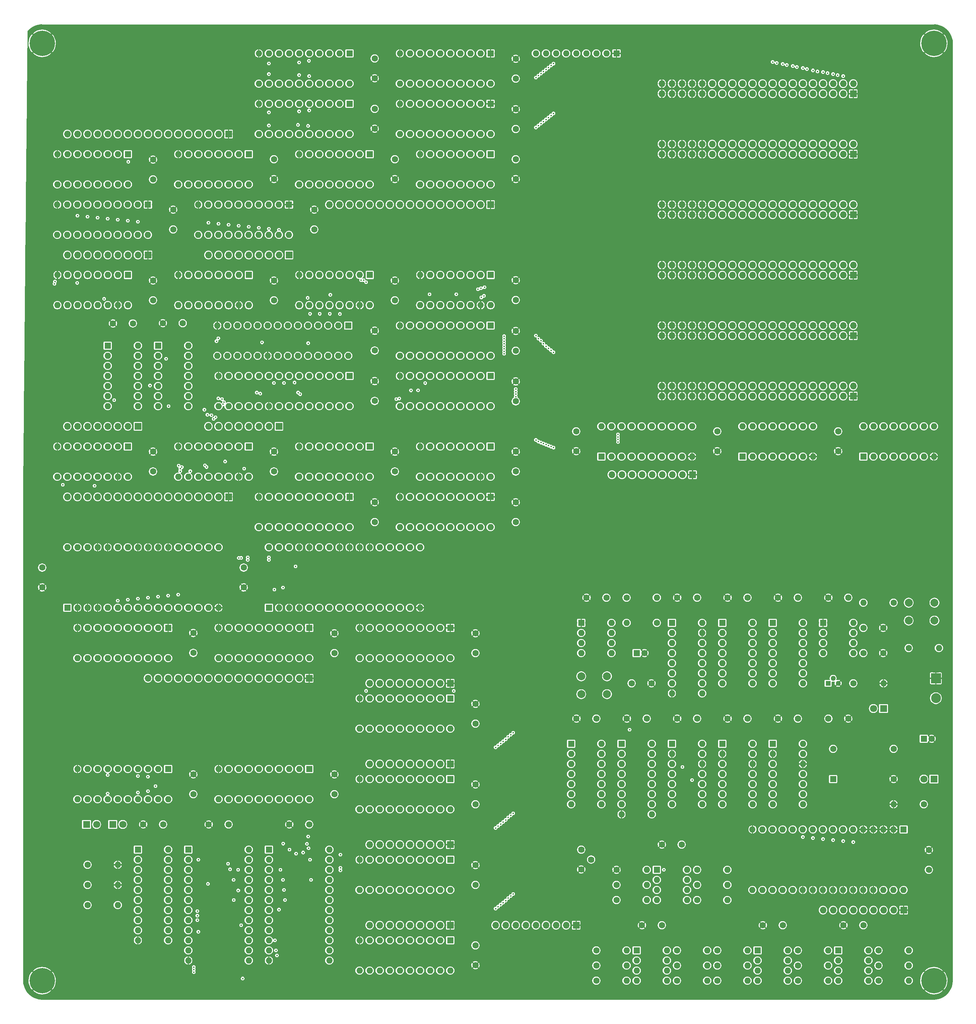
<source format=gbr>
G04 #@! TF.GenerationSoftware,KiCad,Pcbnew,(5.1.0-0)*
G04 #@! TF.CreationDate,2019-10-09T19:55:59-07:00*
G04 #@! TF.ProjectId,MainBoard,4d61696e-426f-4617-9264-2e6b69636164,rev?*
G04 #@! TF.SameCoordinates,Original*
G04 #@! TF.FileFunction,Copper,L2,Inr*
G04 #@! TF.FilePolarity,Positive*
%FSLAX46Y46*%
G04 Gerber Fmt 4.6, Leading zero omitted, Abs format (unit mm)*
G04 Created by KiCad (PCBNEW (5.1.0-0)) date 2019-10-09 19:55:59*
%MOMM*%
%LPD*%
G04 APERTURE LIST*
%ADD10C,2.500000*%
%ADD11R,2.500000X2.500000*%
%ADD12C,6.400000*%
%ADD13O,1.600000X1.600000*%
%ADD14R,1.600000X1.600000*%
%ADD15C,1.600000*%
%ADD16O,1.700000X1.700000*%
%ADD17R,1.700000X1.700000*%
%ADD18R,1.300000X1.300000*%
%ADD19C,1.300000*%
%ADD20C,2.000000*%
%ADD21C,1.620000*%
%ADD22C,1.800000*%
%ADD23R,1.800000X1.800000*%
%ADD24C,0.450000*%
%ADD25C,0.127000*%
G04 APERTURE END LIST*
D10*
X274828000Y-192960000D03*
D11*
X274828000Y-187960000D03*
D12*
X274320000Y-264160000D03*
X274320000Y-27940000D03*
X49530000Y-264160000D03*
X49530000Y-27940000D03*
D13*
X86360000Y-104140000D03*
X78740000Y-119380000D03*
X86360000Y-106680000D03*
X78740000Y-116840000D03*
X86360000Y-109220000D03*
X78740000Y-114300000D03*
X86360000Y-111760000D03*
X78740000Y-111760000D03*
X86360000Y-114300000D03*
X78740000Y-109220000D03*
X86360000Y-116840000D03*
X78740000Y-106680000D03*
X86360000Y-119380000D03*
D14*
X78740000Y-104140000D03*
D13*
X73660000Y-104140000D03*
X66040000Y-119380000D03*
X73660000Y-106680000D03*
X66040000Y-116840000D03*
X73660000Y-109220000D03*
X66040000Y-114300000D03*
X73660000Y-111760000D03*
X66040000Y-111760000D03*
X73660000Y-114300000D03*
X66040000Y-109220000D03*
X73660000Y-116840000D03*
X66040000Y-106680000D03*
X73660000Y-119380000D03*
D14*
X66040000Y-104140000D03*
D13*
X256540000Y-124460000D03*
X274320000Y-132080000D03*
X259080000Y-124460000D03*
X271780000Y-132080000D03*
X261620000Y-124460000D03*
X269240000Y-132080000D03*
X264160000Y-124460000D03*
X266700000Y-132080000D03*
X266700000Y-124460000D03*
X264160000Y-132080000D03*
X269240000Y-124460000D03*
X261620000Y-132080000D03*
X271780000Y-124460000D03*
X259080000Y-132080000D03*
X274320000Y-124460000D03*
D14*
X256540000Y-132080000D03*
D15*
X168910000Y-100410000D03*
X168910000Y-105410000D03*
X250190000Y-130730000D03*
X250190000Y-125730000D03*
D16*
X205740000Y-68580000D03*
X205740000Y-71120000D03*
X208280000Y-68580000D03*
X208280000Y-71120000D03*
X210820000Y-68580000D03*
X210820000Y-71120000D03*
X213360000Y-68580000D03*
X213360000Y-71120000D03*
X215900000Y-68580000D03*
X215900000Y-71120000D03*
X218440000Y-68580000D03*
X218440000Y-71120000D03*
X220980000Y-68580000D03*
X220980000Y-71120000D03*
X223520000Y-68580000D03*
X223520000Y-71120000D03*
X226060000Y-68580000D03*
X226060000Y-71120000D03*
X228600000Y-68580000D03*
X228600000Y-71120000D03*
X231140000Y-68580000D03*
X231140000Y-71120000D03*
X233680000Y-68580000D03*
X233680000Y-71120000D03*
X236220000Y-68580000D03*
X236220000Y-71120000D03*
X238760000Y-68580000D03*
X238760000Y-71120000D03*
X241300000Y-68580000D03*
X241300000Y-71120000D03*
X243840000Y-68580000D03*
X243840000Y-71120000D03*
X246380000Y-68580000D03*
X246380000Y-71120000D03*
X248920000Y-68580000D03*
X248920000Y-71120000D03*
X251460000Y-68580000D03*
X251460000Y-71120000D03*
X254000000Y-68580000D03*
D17*
X254000000Y-71120000D03*
D16*
X205740000Y-99060000D03*
X205740000Y-101600000D03*
X208280000Y-99060000D03*
X208280000Y-101600000D03*
X210820000Y-99060000D03*
X210820000Y-101600000D03*
X213360000Y-99060000D03*
X213360000Y-101600000D03*
X215900000Y-99060000D03*
X215900000Y-101600000D03*
X218440000Y-99060000D03*
X218440000Y-101600000D03*
X220980000Y-99060000D03*
X220980000Y-101600000D03*
X223520000Y-99060000D03*
X223520000Y-101600000D03*
X226060000Y-99060000D03*
X226060000Y-101600000D03*
X228600000Y-99060000D03*
X228600000Y-101600000D03*
X231140000Y-99060000D03*
X231140000Y-101600000D03*
X233680000Y-99060000D03*
X233680000Y-101600000D03*
X236220000Y-99060000D03*
X236220000Y-101600000D03*
X238760000Y-99060000D03*
X238760000Y-101600000D03*
X241300000Y-99060000D03*
X241300000Y-101600000D03*
X243840000Y-99060000D03*
X243840000Y-101600000D03*
X246380000Y-99060000D03*
X246380000Y-101600000D03*
X248920000Y-99060000D03*
X248920000Y-101600000D03*
X251460000Y-99060000D03*
X251460000Y-101600000D03*
X254000000Y-99060000D03*
D17*
X254000000Y-101600000D03*
D16*
X205740000Y-38100000D03*
X205740000Y-40640000D03*
X208280000Y-38100000D03*
X208280000Y-40640000D03*
X210820000Y-38100000D03*
X210820000Y-40640000D03*
X213360000Y-38100000D03*
X213360000Y-40640000D03*
X215900000Y-38100000D03*
X215900000Y-40640000D03*
X218440000Y-38100000D03*
X218440000Y-40640000D03*
X220980000Y-38100000D03*
X220980000Y-40640000D03*
X223520000Y-38100000D03*
X223520000Y-40640000D03*
X226060000Y-38100000D03*
X226060000Y-40640000D03*
X228600000Y-38100000D03*
X228600000Y-40640000D03*
X231140000Y-38100000D03*
X231140000Y-40640000D03*
X233680000Y-38100000D03*
X233680000Y-40640000D03*
X236220000Y-38100000D03*
X236220000Y-40640000D03*
X238760000Y-38100000D03*
X238760000Y-40640000D03*
X241300000Y-38100000D03*
X241300000Y-40640000D03*
X243840000Y-38100000D03*
X243840000Y-40640000D03*
X246380000Y-38100000D03*
X246380000Y-40640000D03*
X248920000Y-38100000D03*
X248920000Y-40640000D03*
X251460000Y-38100000D03*
X251460000Y-40640000D03*
X254000000Y-38100000D03*
D17*
X254000000Y-40640000D03*
D16*
X205740000Y-114300000D03*
X205740000Y-116840000D03*
X208280000Y-114300000D03*
X208280000Y-116840000D03*
X210820000Y-114300000D03*
X210820000Y-116840000D03*
X213360000Y-114300000D03*
X213360000Y-116840000D03*
X215900000Y-114300000D03*
X215900000Y-116840000D03*
X218440000Y-114300000D03*
X218440000Y-116840000D03*
X220980000Y-114300000D03*
X220980000Y-116840000D03*
X223520000Y-114300000D03*
X223520000Y-116840000D03*
X226060000Y-114300000D03*
X226060000Y-116840000D03*
X228600000Y-114300000D03*
X228600000Y-116840000D03*
X231140000Y-114300000D03*
X231140000Y-116840000D03*
X233680000Y-114300000D03*
X233680000Y-116840000D03*
X236220000Y-114300000D03*
X236220000Y-116840000D03*
X238760000Y-114300000D03*
X238760000Y-116840000D03*
X241300000Y-114300000D03*
X241300000Y-116840000D03*
X243840000Y-114300000D03*
X243840000Y-116840000D03*
X246380000Y-114300000D03*
X246380000Y-116840000D03*
X248920000Y-114300000D03*
X248920000Y-116840000D03*
X251460000Y-114300000D03*
X251460000Y-116840000D03*
X254000000Y-114300000D03*
D17*
X254000000Y-116840000D03*
D16*
X205740000Y-83820000D03*
X205740000Y-86360000D03*
X208280000Y-83820000D03*
X208280000Y-86360000D03*
X210820000Y-83820000D03*
X210820000Y-86360000D03*
X213360000Y-83820000D03*
X213360000Y-86360000D03*
X215900000Y-83820000D03*
X215900000Y-86360000D03*
X218440000Y-83820000D03*
X218440000Y-86360000D03*
X220980000Y-83820000D03*
X220980000Y-86360000D03*
X223520000Y-83820000D03*
X223520000Y-86360000D03*
X226060000Y-83820000D03*
X226060000Y-86360000D03*
X228600000Y-83820000D03*
X228600000Y-86360000D03*
X231140000Y-83820000D03*
X231140000Y-86360000D03*
X233680000Y-83820000D03*
X233680000Y-86360000D03*
X236220000Y-83820000D03*
X236220000Y-86360000D03*
X238760000Y-83820000D03*
X238760000Y-86360000D03*
X241300000Y-83820000D03*
X241300000Y-86360000D03*
X243840000Y-83820000D03*
X243840000Y-86360000D03*
X246380000Y-83820000D03*
X246380000Y-86360000D03*
X248920000Y-83820000D03*
X248920000Y-86360000D03*
X251460000Y-83820000D03*
X251460000Y-86360000D03*
X254000000Y-83820000D03*
D17*
X254000000Y-86360000D03*
D16*
X205740000Y-53340000D03*
X205740000Y-55880000D03*
X208280000Y-53340000D03*
X208280000Y-55880000D03*
X210820000Y-53340000D03*
X210820000Y-55880000D03*
X213360000Y-53340000D03*
X213360000Y-55880000D03*
X215900000Y-53340000D03*
X215900000Y-55880000D03*
X218440000Y-53340000D03*
X218440000Y-55880000D03*
X220980000Y-53340000D03*
X220980000Y-55880000D03*
X223520000Y-53340000D03*
X223520000Y-55880000D03*
X226060000Y-53340000D03*
X226060000Y-55880000D03*
X228600000Y-53340000D03*
X228600000Y-55880000D03*
X231140000Y-53340000D03*
X231140000Y-55880000D03*
X233680000Y-53340000D03*
X233680000Y-55880000D03*
X236220000Y-53340000D03*
X236220000Y-55880000D03*
X238760000Y-53340000D03*
X238760000Y-55880000D03*
X241300000Y-53340000D03*
X241300000Y-55880000D03*
X243840000Y-53340000D03*
X243840000Y-55880000D03*
X246380000Y-53340000D03*
X246380000Y-55880000D03*
X248920000Y-53340000D03*
X248920000Y-55880000D03*
X251460000Y-53340000D03*
X251460000Y-55880000D03*
X254000000Y-53340000D03*
D17*
X254000000Y-55880000D03*
D13*
X81280000Y-182875800D03*
X58420000Y-175255800D03*
X78740000Y-182875800D03*
X60960000Y-175255800D03*
X76200000Y-182875800D03*
X63500000Y-175255800D03*
X73660000Y-182875800D03*
X66040000Y-175255800D03*
X71120000Y-182875800D03*
X68580000Y-175255800D03*
X68580000Y-182875800D03*
X71120000Y-175255800D03*
X66040000Y-182875800D03*
X73660000Y-175255800D03*
X63500000Y-182875800D03*
X76200000Y-175255800D03*
X60960000Y-182875800D03*
X78740000Y-175255800D03*
X58420000Y-182875800D03*
D14*
X81280000Y-175255800D03*
D15*
X247730000Y-167640000D03*
X252730000Y-167640000D03*
X264160000Y-213360000D03*
X264160000Y-205740000D03*
X248920000Y-205740000D03*
D14*
X248920000Y-213360000D03*
D13*
X261620000Y-189230000D03*
D15*
X254000000Y-189230000D03*
D13*
X256540000Y-168910000D03*
D15*
X264160000Y-168910000D03*
D13*
X275590000Y-180340000D03*
D15*
X267970000Y-180340000D03*
X261540000Y-175260000D03*
X256540000Y-175260000D03*
X261540000Y-181610000D03*
X256540000Y-181610000D03*
D13*
X196850000Y-173990000D03*
D15*
X204470000Y-173990000D03*
D13*
X204470000Y-167640000D03*
D15*
X196850000Y-167640000D03*
X203120000Y-189230000D03*
X198120000Y-189230000D03*
X201390000Y-181610000D03*
D14*
X199390000Y-181610000D03*
D13*
X162560000Y-38100000D03*
X139700000Y-30480000D03*
X160020000Y-38100000D03*
X142240000Y-30480000D03*
X157480000Y-38100000D03*
X144780000Y-30480000D03*
X154940000Y-38100000D03*
X147320000Y-30480000D03*
X152400000Y-38100000D03*
X149860000Y-30480000D03*
X149860000Y-38100000D03*
X152400000Y-30480000D03*
X147320000Y-38100000D03*
X154940000Y-30480000D03*
X144780000Y-38100000D03*
X157480000Y-30480000D03*
X142240000Y-38100000D03*
X160020000Y-30480000D03*
X139700000Y-38100000D03*
D14*
X162560000Y-30480000D03*
D13*
X55880000Y-154940000D03*
X93980000Y-170180000D03*
X58420000Y-154940000D03*
X91440000Y-170180000D03*
X60960000Y-154940000D03*
X88900000Y-170180000D03*
X63500000Y-154940000D03*
X86360000Y-170180000D03*
X66040000Y-154940000D03*
X83820000Y-170180000D03*
X68580000Y-154940000D03*
X81280000Y-170180000D03*
X71120000Y-154940000D03*
X78740000Y-170180000D03*
X73660000Y-154940000D03*
X76200000Y-170180000D03*
X76200000Y-154940000D03*
X73660000Y-170180000D03*
X78740000Y-154940000D03*
X71120000Y-170180000D03*
X81280000Y-154940000D03*
X68580000Y-170180000D03*
X83820000Y-154940000D03*
X66040000Y-170180000D03*
X86360000Y-154940000D03*
X63500000Y-170180000D03*
X88900000Y-154940000D03*
X60960000Y-170180000D03*
X91440000Y-154940000D03*
X58420000Y-170180000D03*
X93980000Y-154940000D03*
D14*
X55880000Y-170180000D03*
D13*
X127000000Y-38100000D03*
X104140000Y-30480000D03*
X124460000Y-38100000D03*
X106680000Y-30480000D03*
X121920000Y-38100000D03*
X109220000Y-30480000D03*
X119380000Y-38100000D03*
X111760000Y-30480000D03*
X116840000Y-38100000D03*
X114300000Y-30480000D03*
X114300000Y-38100000D03*
X116840000Y-30480000D03*
X111760000Y-38100000D03*
X119380000Y-30480000D03*
X109220000Y-38100000D03*
X121920000Y-30480000D03*
X106680000Y-38100000D03*
X124460000Y-30480000D03*
X104140000Y-38100000D03*
D14*
X127000000Y-30480000D03*
D16*
X55880000Y-124460000D03*
X58420000Y-124460000D03*
X60960000Y-124460000D03*
X63500000Y-124460000D03*
X66040000Y-124460000D03*
X68580000Y-124460000D03*
X71120000Y-124460000D03*
D17*
X73660000Y-124460000D03*
D16*
X91440000Y-124460000D03*
X93980000Y-124460000D03*
X96520000Y-124460000D03*
X99060000Y-124460000D03*
X101600000Y-124460000D03*
X104140000Y-124460000D03*
X106680000Y-124460000D03*
D17*
X109220000Y-124460000D03*
D16*
X55880000Y-81280000D03*
X58420000Y-81280000D03*
X60960000Y-81280000D03*
X63500000Y-81280000D03*
X66040000Y-81280000D03*
X68580000Y-81280000D03*
X71120000Y-81280000D03*
X73660000Y-81280000D03*
D17*
X76200000Y-81280000D03*
D16*
X91440000Y-81280000D03*
X93980000Y-81280000D03*
X96520000Y-81280000D03*
X99060000Y-81280000D03*
X101600000Y-81280000D03*
X104140000Y-81280000D03*
X106680000Y-81280000D03*
X109220000Y-81280000D03*
D17*
X111760000Y-81280000D03*
D13*
X81280000Y-231140000D03*
X73660000Y-254000000D03*
X81280000Y-233680000D03*
X73660000Y-251460000D03*
X81280000Y-236220000D03*
X73660000Y-248920000D03*
X81280000Y-238760000D03*
X73660000Y-246380000D03*
X81280000Y-241300000D03*
X73660000Y-243840000D03*
X81280000Y-243840000D03*
X73660000Y-241300000D03*
X81280000Y-246380000D03*
X73660000Y-238760000D03*
X81280000Y-248920000D03*
X73660000Y-236220000D03*
X81280000Y-251460000D03*
X73660000Y-233680000D03*
X81280000Y-254000000D03*
D14*
X73660000Y-231140000D03*
D13*
X152400000Y-261620000D03*
X129540000Y-254000000D03*
X149860000Y-261620000D03*
X132080000Y-254000000D03*
X147320000Y-261620000D03*
X134620000Y-254000000D03*
X144780000Y-261620000D03*
X137160000Y-254000000D03*
X142240000Y-261620000D03*
X139700000Y-254000000D03*
X139700000Y-261620000D03*
X142240000Y-254000000D03*
X137160000Y-261620000D03*
X144780000Y-254000000D03*
X134620000Y-261620000D03*
X147320000Y-254000000D03*
X132080000Y-261620000D03*
X149860000Y-254000000D03*
X129540000Y-261620000D03*
D14*
X152400000Y-254000000D03*
D13*
X101600000Y-231140000D03*
X86360000Y-259080000D03*
X101600000Y-233680000D03*
X86360000Y-256540000D03*
X101600000Y-236220000D03*
X86360000Y-254000000D03*
X101600000Y-238760000D03*
X86360000Y-251460000D03*
X101600000Y-241300000D03*
X86360000Y-248920000D03*
X101600000Y-243840000D03*
X86360000Y-246380000D03*
X101600000Y-246380000D03*
X86360000Y-243840000D03*
X101600000Y-248920000D03*
X86360000Y-241300000D03*
X101600000Y-251460000D03*
X86360000Y-238760000D03*
X101600000Y-254000000D03*
X86360000Y-236220000D03*
X101600000Y-256540000D03*
X86360000Y-233680000D03*
X101600000Y-259080000D03*
D14*
X86360000Y-231140000D03*
D13*
X121920000Y-231140000D03*
X106680000Y-259080000D03*
X121920000Y-233680000D03*
X106680000Y-256540000D03*
X121920000Y-236220000D03*
X106680000Y-254000000D03*
X121920000Y-238760000D03*
X106680000Y-251460000D03*
X121920000Y-241300000D03*
X106680000Y-248920000D03*
X121920000Y-243840000D03*
X106680000Y-246380000D03*
X121920000Y-246380000D03*
X106680000Y-243840000D03*
X121920000Y-248920000D03*
X106680000Y-241300000D03*
X121920000Y-251460000D03*
X106680000Y-238760000D03*
X121920000Y-254000000D03*
X106680000Y-236220000D03*
X121920000Y-256540000D03*
X106680000Y-233680000D03*
X121920000Y-259080000D03*
D14*
X106680000Y-231140000D03*
D13*
X152400000Y-241300000D03*
X129540000Y-233680000D03*
X149860000Y-241300000D03*
X132080000Y-233680000D03*
X147320000Y-241300000D03*
X134620000Y-233680000D03*
X144780000Y-241300000D03*
X137160000Y-233680000D03*
X142240000Y-241300000D03*
X139700000Y-233680000D03*
X139700000Y-241300000D03*
X142240000Y-233680000D03*
X137160000Y-241300000D03*
X144780000Y-233680000D03*
X134620000Y-241300000D03*
X147320000Y-233680000D03*
X132080000Y-241300000D03*
X149860000Y-233680000D03*
X129540000Y-241300000D03*
D14*
X152400000Y-233680000D03*
D13*
X116840000Y-218440000D03*
X93980000Y-210820000D03*
X114300000Y-218440000D03*
X96520000Y-210820000D03*
X111760000Y-218440000D03*
X99060000Y-210820000D03*
X109220000Y-218440000D03*
X101600000Y-210820000D03*
X106680000Y-218440000D03*
X104140000Y-210820000D03*
X104140000Y-218440000D03*
X106680000Y-210820000D03*
X101600000Y-218440000D03*
X109220000Y-210820000D03*
X99060000Y-218440000D03*
X111760000Y-210820000D03*
X96520000Y-218440000D03*
X114300000Y-210820000D03*
X93980000Y-218440000D03*
D14*
X116840000Y-210820000D03*
D13*
X152400000Y-220980000D03*
X129540000Y-213360000D03*
X149860000Y-220980000D03*
X132080000Y-213360000D03*
X147320000Y-220980000D03*
X134620000Y-213360000D03*
X144780000Y-220980000D03*
X137160000Y-213360000D03*
X142240000Y-220980000D03*
X139700000Y-213360000D03*
X139700000Y-220980000D03*
X142240000Y-213360000D03*
X137160000Y-220980000D03*
X144780000Y-213360000D03*
X134620000Y-220980000D03*
X147320000Y-213360000D03*
X132080000Y-220980000D03*
X149860000Y-213360000D03*
X129540000Y-220980000D03*
D14*
X152400000Y-213360000D03*
D13*
X81280000Y-218440000D03*
X58420000Y-210820000D03*
X78740000Y-218440000D03*
X60960000Y-210820000D03*
X76200000Y-218440000D03*
X63500000Y-210820000D03*
X73660000Y-218440000D03*
X66040000Y-210820000D03*
X71120000Y-218440000D03*
X68580000Y-210820000D03*
X68580000Y-218440000D03*
X71120000Y-210820000D03*
X66040000Y-218440000D03*
X73660000Y-210820000D03*
X63500000Y-218440000D03*
X76200000Y-210820000D03*
X60960000Y-218440000D03*
X78740000Y-210820000D03*
X58420000Y-218440000D03*
D14*
X81280000Y-210820000D03*
D13*
X215900000Y-173990000D03*
X208280000Y-191770000D03*
X215900000Y-176530000D03*
X208280000Y-189230000D03*
X215900000Y-179070000D03*
X208280000Y-186690000D03*
X215900000Y-181610000D03*
X208280000Y-184150000D03*
X215900000Y-184150000D03*
X208280000Y-181610000D03*
X215900000Y-186690000D03*
X208280000Y-179070000D03*
X215900000Y-189230000D03*
X208280000Y-176530000D03*
X215900000Y-191770000D03*
D14*
X208280000Y-173990000D03*
D13*
X228600000Y-173990000D03*
X220980000Y-189230000D03*
X228600000Y-176530000D03*
X220980000Y-186690000D03*
X228600000Y-179070000D03*
X220980000Y-184150000D03*
X228600000Y-181610000D03*
X220980000Y-181610000D03*
X228600000Y-184150000D03*
X220980000Y-179070000D03*
X228600000Y-186690000D03*
X220980000Y-176530000D03*
X228600000Y-189230000D03*
D14*
X220980000Y-173990000D03*
D13*
X241300000Y-173990000D03*
X233680000Y-189230000D03*
X241300000Y-176530000D03*
X233680000Y-186690000D03*
X241300000Y-179070000D03*
X233680000Y-184150000D03*
X241300000Y-181610000D03*
X233680000Y-181610000D03*
X241300000Y-184150000D03*
X233680000Y-179070000D03*
X241300000Y-186690000D03*
X233680000Y-176530000D03*
X241300000Y-189230000D03*
D14*
X233680000Y-173990000D03*
D18*
X247650000Y-189230000D03*
D19*
X250190000Y-189230000D03*
X248920000Y-187960000D03*
D13*
X254000000Y-173990000D03*
X246380000Y-181610000D03*
X254000000Y-176530000D03*
X246380000Y-179070000D03*
X254000000Y-179070000D03*
X246380000Y-176530000D03*
X254000000Y-181610000D03*
D14*
X246380000Y-173990000D03*
D13*
X215900000Y-204470000D03*
X208280000Y-219710000D03*
X215900000Y-207010000D03*
X208280000Y-217170000D03*
X215900000Y-209550000D03*
X208280000Y-214630000D03*
X215900000Y-212090000D03*
X208280000Y-212090000D03*
X215900000Y-214630000D03*
X208280000Y-209550000D03*
X215900000Y-217170000D03*
X208280000Y-207010000D03*
X215900000Y-219710000D03*
D14*
X208280000Y-204470000D03*
D13*
X228600000Y-204470000D03*
X220980000Y-219710000D03*
X228600000Y-207010000D03*
X220980000Y-217170000D03*
X228600000Y-209550000D03*
X220980000Y-214630000D03*
X228600000Y-212090000D03*
X220980000Y-212090000D03*
X228600000Y-214630000D03*
X220980000Y-209550000D03*
X228600000Y-217170000D03*
X220980000Y-207010000D03*
X228600000Y-219710000D03*
D14*
X220980000Y-204470000D03*
D13*
X203200000Y-204470000D03*
X195580000Y-222250000D03*
X203200000Y-207010000D03*
X195580000Y-219710000D03*
X203200000Y-209550000D03*
X195580000Y-217170000D03*
X203200000Y-212090000D03*
X195580000Y-214630000D03*
X203200000Y-214630000D03*
X195580000Y-212090000D03*
X203200000Y-217170000D03*
X195580000Y-209550000D03*
X203200000Y-219710000D03*
X195580000Y-207010000D03*
X203200000Y-222250000D03*
D14*
X195580000Y-204470000D03*
D13*
X241300000Y-204470000D03*
X233680000Y-219710000D03*
X241300000Y-207010000D03*
X233680000Y-217170000D03*
X241300000Y-209550000D03*
X233680000Y-214630000D03*
X241300000Y-212090000D03*
X233680000Y-212090000D03*
X241300000Y-214630000D03*
X233680000Y-209550000D03*
X241300000Y-217170000D03*
X233680000Y-207010000D03*
X241300000Y-219710000D03*
D14*
X233680000Y-204470000D03*
D13*
X193040000Y-173990000D03*
X185420000Y-181610000D03*
X193040000Y-176530000D03*
X185420000Y-179070000D03*
X193040000Y-179070000D03*
X185420000Y-176530000D03*
X193040000Y-181610000D03*
D14*
X185420000Y-173990000D03*
D13*
X190500000Y-204470000D03*
X182880000Y-219710000D03*
X190500000Y-207010000D03*
X182880000Y-217170000D03*
X190500000Y-209550000D03*
X182880000Y-214630000D03*
X190500000Y-212090000D03*
X182880000Y-212090000D03*
X190500000Y-214630000D03*
X182880000Y-209550000D03*
X190500000Y-217170000D03*
X182880000Y-207010000D03*
X190500000Y-219710000D03*
D14*
X182880000Y-204470000D03*
D13*
X257810000Y-256540000D03*
X250190000Y-264160000D03*
X257810000Y-259080000D03*
X250190000Y-261620000D03*
X257810000Y-261620000D03*
X250190000Y-259080000D03*
X257810000Y-264160000D03*
D14*
X250190000Y-256540000D03*
D13*
X237490000Y-256540000D03*
X229870000Y-264160000D03*
X237490000Y-259080000D03*
X229870000Y-261620000D03*
X237490000Y-261620000D03*
X229870000Y-259080000D03*
X237490000Y-264160000D03*
D14*
X229870000Y-256540000D03*
D13*
X266696200Y-241298200D03*
X228596200Y-226058200D03*
X264156200Y-241298200D03*
X231136200Y-226058200D03*
X261616200Y-241298200D03*
X233676200Y-226058200D03*
X259076200Y-241298200D03*
X236216200Y-226058200D03*
X256536200Y-241298200D03*
X238756200Y-226058200D03*
X253996200Y-241298200D03*
X241296200Y-226058200D03*
X251456200Y-241298200D03*
X243836200Y-226058200D03*
X248916200Y-241298200D03*
X246376200Y-226058200D03*
X246376200Y-241298200D03*
X248916200Y-226058200D03*
X243836200Y-241298200D03*
X251456200Y-226058200D03*
X241296200Y-241298200D03*
X253996200Y-226058200D03*
X238756200Y-241298200D03*
X256536200Y-226058200D03*
X236216200Y-241298200D03*
X259076200Y-226058200D03*
X233676200Y-241298200D03*
X261616200Y-226058200D03*
X231136200Y-241298200D03*
X264156200Y-226058200D03*
X228596200Y-241298200D03*
D14*
X266696200Y-226058200D03*
D13*
X207010000Y-256540000D03*
X199390000Y-264160000D03*
X207010000Y-259080000D03*
X199390000Y-261620000D03*
X207010000Y-261620000D03*
X199390000Y-259080000D03*
X207010000Y-264160000D03*
D14*
X199390000Y-256540000D03*
D13*
X212090000Y-236220000D03*
X204470000Y-243840000D03*
X212090000Y-238760000D03*
X204470000Y-241300000D03*
X212090000Y-241300000D03*
X204470000Y-238760000D03*
X212090000Y-243840000D03*
D14*
X204470000Y-236220000D03*
D13*
X152400000Y-200660000D03*
X129540000Y-193040000D03*
X149860000Y-200660000D03*
X132080000Y-193040000D03*
X147320000Y-200660000D03*
X134620000Y-193040000D03*
X144780000Y-200660000D03*
X137160000Y-193040000D03*
X142240000Y-200660000D03*
X139700000Y-193040000D03*
X139700000Y-200660000D03*
X142240000Y-193040000D03*
X137160000Y-200660000D03*
X144780000Y-193040000D03*
X134620000Y-200660000D03*
X147320000Y-193040000D03*
X132080000Y-200660000D03*
X149860000Y-193040000D03*
X129540000Y-200660000D03*
D14*
X152400000Y-193040000D03*
D13*
X152409000Y-182875800D03*
X129549000Y-175255800D03*
X149869000Y-182875800D03*
X132089000Y-175255800D03*
X147329000Y-182875800D03*
X134629000Y-175255800D03*
X144789000Y-182875800D03*
X137169000Y-175255800D03*
X142249000Y-182875800D03*
X139709000Y-175255800D03*
X139709000Y-182875800D03*
X142249000Y-175255800D03*
X137169000Y-182875800D03*
X144789000Y-175255800D03*
X134629000Y-182875800D03*
X147329000Y-175255800D03*
X132089000Y-182875800D03*
X149869000Y-175255800D03*
X129549000Y-182875800D03*
D14*
X152409000Y-175255800D03*
D13*
X116849000Y-182875800D03*
X93989000Y-175255800D03*
X114309000Y-182875800D03*
X96529000Y-175255800D03*
X111769000Y-182875800D03*
X99069000Y-175255800D03*
X109229000Y-182875800D03*
X101609000Y-175255800D03*
X106689000Y-182875800D03*
X104149000Y-175255800D03*
X104149000Y-182875800D03*
X106689000Y-175255800D03*
X101609000Y-182875800D03*
X109229000Y-175255800D03*
X99069000Y-182875800D03*
X111769000Y-175255800D03*
X96529000Y-182875800D03*
X114309000Y-175255800D03*
X93989000Y-182875800D03*
D14*
X116849000Y-175255800D03*
D13*
X106680000Y-154940000D03*
X144780000Y-170180000D03*
X109220000Y-154940000D03*
X142240000Y-170180000D03*
X111760000Y-154940000D03*
X139700000Y-170180000D03*
X114300000Y-154940000D03*
X137160000Y-170180000D03*
X116840000Y-154940000D03*
X134620000Y-170180000D03*
X119380000Y-154940000D03*
X132080000Y-170180000D03*
X121920000Y-154940000D03*
X129540000Y-170180000D03*
X124460000Y-154940000D03*
X127000000Y-170180000D03*
X127000000Y-154940000D03*
X124460000Y-170180000D03*
X129540000Y-154940000D03*
X121920000Y-170180000D03*
X132080000Y-154940000D03*
X119380000Y-170180000D03*
X134620000Y-154940000D03*
X116840000Y-170180000D03*
X137160000Y-154940000D03*
X114300000Y-170180000D03*
X139700000Y-154940000D03*
X111760000Y-170180000D03*
X142240000Y-154940000D03*
X109220000Y-170180000D03*
X144780000Y-154940000D03*
D14*
X106680000Y-170180000D03*
D13*
X127000000Y-149860000D03*
X104140000Y-142240000D03*
X124460000Y-149860000D03*
X106680000Y-142240000D03*
X121920000Y-149860000D03*
X109220000Y-142240000D03*
X119380000Y-149860000D03*
X111760000Y-142240000D03*
X116840000Y-149860000D03*
X114300000Y-142240000D03*
X114300000Y-149860000D03*
X116840000Y-142240000D03*
X111760000Y-149860000D03*
X119380000Y-142240000D03*
X109220000Y-149860000D03*
X121920000Y-142240000D03*
X106680000Y-149860000D03*
X124460000Y-142240000D03*
X104140000Y-149860000D03*
D14*
X127000000Y-142240000D03*
D13*
X71120000Y-137160000D03*
X53340000Y-129540000D03*
X68580000Y-137160000D03*
X55880000Y-129540000D03*
X66040000Y-137160000D03*
X58420000Y-129540000D03*
X63500000Y-137160000D03*
X60960000Y-129540000D03*
X60960000Y-137160000D03*
X63500000Y-129540000D03*
X58420000Y-137160000D03*
X66040000Y-129540000D03*
X55880000Y-137160000D03*
X68580000Y-129540000D03*
X53340000Y-137160000D03*
D14*
X71120000Y-129540000D03*
D13*
X101600000Y-137160000D03*
X83820000Y-129540000D03*
X99060000Y-137160000D03*
X86360000Y-129540000D03*
X96520000Y-137160000D03*
X88900000Y-129540000D03*
X93980000Y-137160000D03*
X91440000Y-129540000D03*
X91440000Y-137160000D03*
X93980000Y-129540000D03*
X88900000Y-137160000D03*
X96520000Y-129540000D03*
X86360000Y-137160000D03*
X99060000Y-129540000D03*
X83820000Y-137160000D03*
D14*
X101600000Y-129540000D03*
D13*
X162560000Y-149860000D03*
X139700000Y-142240000D03*
X160020000Y-149860000D03*
X142240000Y-142240000D03*
X157480000Y-149860000D03*
X144780000Y-142240000D03*
X154940000Y-149860000D03*
X147320000Y-142240000D03*
X152400000Y-149860000D03*
X149860000Y-142240000D03*
X149860000Y-149860000D03*
X152400000Y-142240000D03*
X147320000Y-149860000D03*
X154940000Y-142240000D03*
X144780000Y-149860000D03*
X157480000Y-142240000D03*
X142240000Y-149860000D03*
X160020000Y-142240000D03*
X139700000Y-149860000D03*
D14*
X162560000Y-142240000D03*
D13*
X132080000Y-137160000D03*
X114300000Y-129540000D03*
X129540000Y-137160000D03*
X116840000Y-129540000D03*
X127000000Y-137160000D03*
X119380000Y-129540000D03*
X124460000Y-137160000D03*
X121920000Y-129540000D03*
X121920000Y-137160000D03*
X124460000Y-129540000D03*
X119380000Y-137160000D03*
X127000000Y-129540000D03*
X116840000Y-137160000D03*
X129540000Y-129540000D03*
X114300000Y-137160000D03*
D14*
X132080000Y-129540000D03*
D13*
X162560000Y-137160000D03*
X144780000Y-129540000D03*
X160020000Y-137160000D03*
X147320000Y-129540000D03*
X157480000Y-137160000D03*
X149860000Y-129540000D03*
X154940000Y-137160000D03*
X152400000Y-129540000D03*
X152400000Y-137160000D03*
X154940000Y-129540000D03*
X149860000Y-137160000D03*
X157480000Y-129540000D03*
X147320000Y-137160000D03*
X160020000Y-129540000D03*
X144780000Y-137160000D03*
D14*
X162560000Y-129540000D03*
D13*
X162560000Y-106680000D03*
X139700000Y-99060000D03*
X160020000Y-106680000D03*
X142240000Y-99060000D03*
X157480000Y-106680000D03*
X144780000Y-99060000D03*
X154940000Y-106680000D03*
X147320000Y-99060000D03*
X152400000Y-106680000D03*
X149860000Y-99060000D03*
X149860000Y-106680000D03*
X152400000Y-99060000D03*
X147320000Y-106680000D03*
X154940000Y-99060000D03*
X144780000Y-106680000D03*
X157480000Y-99060000D03*
X142240000Y-106680000D03*
X160020000Y-99060000D03*
X139700000Y-106680000D03*
D14*
X162560000Y-99060000D03*
D13*
X162560000Y-119380000D03*
X139700000Y-111760000D03*
X160020000Y-119380000D03*
X142240000Y-111760000D03*
X157480000Y-119380000D03*
X144780000Y-111760000D03*
X154940000Y-119380000D03*
X147320000Y-111760000D03*
X152400000Y-119380000D03*
X149860000Y-111760000D03*
X149860000Y-119380000D03*
X152400000Y-111760000D03*
X147320000Y-119380000D03*
X154940000Y-111760000D03*
X144780000Y-119380000D03*
X157480000Y-111760000D03*
X142240000Y-119380000D03*
X160020000Y-111760000D03*
X139700000Y-119380000D03*
D14*
X162560000Y-111760000D03*
D13*
X126695800Y-106680000D03*
X93675800Y-99060000D03*
X124155800Y-106680000D03*
X96215800Y-99060000D03*
X121615800Y-106680000D03*
X98755800Y-99060000D03*
X119075800Y-106680000D03*
X101295800Y-99060000D03*
X116535800Y-106680000D03*
X103835800Y-99060000D03*
X113995800Y-106680000D03*
X106375800Y-99060000D03*
X111455800Y-106680000D03*
X108915800Y-99060000D03*
X108915800Y-106680000D03*
X111455800Y-99060000D03*
X106375800Y-106680000D03*
X113995800Y-99060000D03*
X103835800Y-106680000D03*
X116535800Y-99060000D03*
X101295800Y-106680000D03*
X119075800Y-99060000D03*
X98755800Y-106680000D03*
X121615800Y-99060000D03*
X96215800Y-106680000D03*
X124155800Y-99060000D03*
X93675800Y-106680000D03*
D14*
X126695800Y-99060000D03*
D13*
X127000000Y-119380000D03*
X93980000Y-111760000D03*
X124460000Y-119380000D03*
X96520000Y-111760000D03*
X121920000Y-119380000D03*
X99060000Y-111760000D03*
X119380000Y-119380000D03*
X101600000Y-111760000D03*
X116840000Y-119380000D03*
X104140000Y-111760000D03*
X114300000Y-119380000D03*
X106680000Y-111760000D03*
X111760000Y-119380000D03*
X109220000Y-111760000D03*
X109220000Y-119380000D03*
X111760000Y-111760000D03*
X106680000Y-119380000D03*
X114300000Y-111760000D03*
X104140000Y-119380000D03*
X116840000Y-111760000D03*
X101600000Y-119380000D03*
X119380000Y-111760000D03*
X99060000Y-119380000D03*
X121920000Y-111760000D03*
X96520000Y-119380000D03*
X124460000Y-111760000D03*
X93980000Y-119380000D03*
D14*
X127000000Y-111760000D03*
D13*
X71142000Y-93935200D03*
X53362000Y-86315200D03*
X68602000Y-93935200D03*
X55902000Y-86315200D03*
X66062000Y-93935200D03*
X58442000Y-86315200D03*
X63522000Y-93935200D03*
X60982000Y-86315200D03*
X60982000Y-93935200D03*
X63522000Y-86315200D03*
X58442000Y-93935200D03*
X66062000Y-86315200D03*
X55902000Y-93935200D03*
X68602000Y-86315200D03*
X53362000Y-93935200D03*
D14*
X71142000Y-86315200D03*
D13*
X101622000Y-93935200D03*
X83842000Y-86315200D03*
X99082000Y-93935200D03*
X86382000Y-86315200D03*
X96542000Y-93935200D03*
X88922000Y-86315200D03*
X94002000Y-93935200D03*
X91462000Y-86315200D03*
X91462000Y-93935200D03*
X94002000Y-86315200D03*
X88922000Y-93935200D03*
X96542000Y-86315200D03*
X86382000Y-93935200D03*
X99082000Y-86315200D03*
X83842000Y-93935200D03*
D14*
X101622000Y-86315200D03*
D13*
X132102000Y-93935200D03*
X114322000Y-86315200D03*
X129562000Y-93935200D03*
X116862000Y-86315200D03*
X127022000Y-93935200D03*
X119402000Y-86315200D03*
X124482000Y-93935200D03*
X121942000Y-86315200D03*
X121942000Y-93935200D03*
X124482000Y-86315200D03*
X119402000Y-93935200D03*
X127022000Y-86315200D03*
X116862000Y-93935200D03*
X129562000Y-86315200D03*
X114322000Y-93935200D03*
D14*
X132102000Y-86315200D03*
D13*
X162582000Y-93935200D03*
X144802000Y-86315200D03*
X160042000Y-93935200D03*
X147342000Y-86315200D03*
X157502000Y-93935200D03*
X149882000Y-86315200D03*
X154962000Y-93935200D03*
X152422000Y-86315200D03*
X152422000Y-93935200D03*
X154962000Y-86315200D03*
X149882000Y-93935200D03*
X157502000Y-86315200D03*
X147342000Y-93935200D03*
X160042000Y-86315200D03*
X144802000Y-93935200D03*
D14*
X162582000Y-86315200D03*
D13*
X76194000Y-76206000D03*
X53334000Y-68586000D03*
X73654000Y-76206000D03*
X55874000Y-68586000D03*
X71114000Y-76206000D03*
X58414000Y-68586000D03*
X68574000Y-76206000D03*
X60954000Y-68586000D03*
X66034000Y-76206000D03*
X63494000Y-68586000D03*
X63494000Y-76206000D03*
X66034000Y-68586000D03*
X60954000Y-76206000D03*
X68574000Y-68586000D03*
X58414000Y-76206000D03*
X71114000Y-68586000D03*
X55874000Y-76206000D03*
X73654000Y-68586000D03*
X53334000Y-76206000D03*
D14*
X76194000Y-68586000D03*
D13*
X111754000Y-76206000D03*
X88894000Y-68586000D03*
X109214000Y-76206000D03*
X91434000Y-68586000D03*
X106674000Y-76206000D03*
X93974000Y-68586000D03*
X104134000Y-76206000D03*
X96514000Y-68586000D03*
X101594000Y-76206000D03*
X99054000Y-68586000D03*
X99054000Y-76206000D03*
X101594000Y-68586000D03*
X96514000Y-76206000D03*
X104134000Y-68586000D03*
X93974000Y-76206000D03*
X106674000Y-68586000D03*
X91434000Y-76206000D03*
X109214000Y-68586000D03*
X88894000Y-76206000D03*
D14*
X111754000Y-68586000D03*
D13*
X71120000Y-63500000D03*
X53340000Y-55880000D03*
X68580000Y-63500000D03*
X55880000Y-55880000D03*
X66040000Y-63500000D03*
X58420000Y-55880000D03*
X63500000Y-63500000D03*
X60960000Y-55880000D03*
X60960000Y-63500000D03*
X63500000Y-55880000D03*
X58420000Y-63500000D03*
X66040000Y-55880000D03*
X55880000Y-63500000D03*
X68580000Y-55880000D03*
X53340000Y-63500000D03*
D14*
X71120000Y-55880000D03*
D13*
X101600000Y-63500000D03*
X83820000Y-55880000D03*
X99060000Y-63500000D03*
X86360000Y-55880000D03*
X96520000Y-63500000D03*
X88900000Y-55880000D03*
X93980000Y-63500000D03*
X91440000Y-55880000D03*
X91440000Y-63500000D03*
X93980000Y-55880000D03*
X88900000Y-63500000D03*
X96520000Y-55880000D03*
X86360000Y-63500000D03*
X99060000Y-55880000D03*
X83820000Y-63500000D03*
D14*
X101600000Y-55880000D03*
D13*
X132080000Y-63500000D03*
X114300000Y-55880000D03*
X129540000Y-63500000D03*
X116840000Y-55880000D03*
X127000000Y-63500000D03*
X119380000Y-55880000D03*
X124460000Y-63500000D03*
X121920000Y-55880000D03*
X121920000Y-63500000D03*
X124460000Y-55880000D03*
X119380000Y-63500000D03*
X127000000Y-55880000D03*
X116840000Y-63500000D03*
X129540000Y-55880000D03*
X114300000Y-63500000D03*
D14*
X132080000Y-55880000D03*
D13*
X162560000Y-63500000D03*
X144780000Y-55880000D03*
X160020000Y-63500000D03*
X147320000Y-55880000D03*
X157480000Y-63500000D03*
X149860000Y-55880000D03*
X154940000Y-63500000D03*
X152400000Y-55880000D03*
X152400000Y-63500000D03*
X154940000Y-55880000D03*
X149860000Y-63500000D03*
X157480000Y-55880000D03*
X147320000Y-63500000D03*
X160020000Y-55880000D03*
X144780000Y-63500000D03*
D14*
X162560000Y-55880000D03*
D13*
X162560000Y-50800000D03*
X139700000Y-43180000D03*
X160020000Y-50800000D03*
X142240000Y-43180000D03*
X157480000Y-50800000D03*
X144780000Y-43180000D03*
X154940000Y-50800000D03*
X147320000Y-43180000D03*
X152400000Y-50800000D03*
X149860000Y-43180000D03*
X149860000Y-50800000D03*
X152400000Y-43180000D03*
X147320000Y-50800000D03*
X154940000Y-43180000D03*
X144780000Y-50800000D03*
X157480000Y-43180000D03*
X142240000Y-50800000D03*
X160020000Y-43180000D03*
X139700000Y-50800000D03*
D14*
X162560000Y-43180000D03*
D13*
X127000000Y-50800000D03*
X104140000Y-43180000D03*
X124460000Y-50800000D03*
X106680000Y-43180000D03*
X121920000Y-50800000D03*
X109220000Y-43180000D03*
X119380000Y-50800000D03*
X111760000Y-43180000D03*
X116840000Y-50800000D03*
X114300000Y-43180000D03*
X114300000Y-50800000D03*
X116840000Y-43180000D03*
X111760000Y-50800000D03*
X119380000Y-43180000D03*
X109220000Y-50800000D03*
X121920000Y-43180000D03*
X106680000Y-50800000D03*
X124460000Y-43180000D03*
X104140000Y-50800000D03*
D14*
X127000000Y-43180000D03*
D13*
X226060000Y-124460000D03*
X243840000Y-132080000D03*
X228600000Y-124460000D03*
X241300000Y-132080000D03*
X231140000Y-124460000D03*
X238760000Y-132080000D03*
X233680000Y-124460000D03*
X236220000Y-132080000D03*
X236220000Y-124460000D03*
X233680000Y-132080000D03*
X238760000Y-124460000D03*
X231140000Y-132080000D03*
X241300000Y-124460000D03*
X228600000Y-132080000D03*
X243840000Y-124460000D03*
D14*
X226060000Y-132080000D03*
D13*
X190500000Y-124460000D03*
X213360000Y-132080000D03*
X193040000Y-124460000D03*
X210820000Y-132080000D03*
X195580000Y-124460000D03*
X208280000Y-132080000D03*
X198120000Y-124460000D03*
X205740000Y-132080000D03*
X200660000Y-124460000D03*
X203200000Y-132080000D03*
X203200000Y-124460000D03*
X200660000Y-132080000D03*
X205740000Y-124460000D03*
X198120000Y-132080000D03*
X208280000Y-124460000D03*
X195580000Y-132080000D03*
X210820000Y-124460000D03*
X193040000Y-132080000D03*
X213360000Y-124460000D03*
D14*
X190500000Y-132080000D03*
D20*
X274470000Y-168910000D03*
X274470000Y-173410000D03*
X267970000Y-168910000D03*
X267970000Y-173410000D03*
X191920000Y-187452000D03*
X191920000Y-191952000D03*
X185420000Y-187452000D03*
X185420000Y-191952000D03*
D21*
X185420000Y-231140000D03*
X187920000Y-233640000D03*
X185420000Y-236140000D03*
D13*
X173990000Y-30480000D03*
X176530000Y-30480000D03*
X179070000Y-30480000D03*
X181610000Y-30480000D03*
X184150000Y-30480000D03*
X186690000Y-30480000D03*
X189230000Y-30480000D03*
X191770000Y-30480000D03*
D14*
X194310000Y-30480000D03*
D13*
X68580000Y-245110000D03*
D15*
X60960000Y-245110000D03*
D13*
X68580000Y-240030000D03*
D15*
X60960000Y-240030000D03*
D13*
X68580000Y-234950000D03*
D15*
X60960000Y-234950000D03*
D13*
X264160000Y-219710000D03*
D15*
X271780000Y-219710000D03*
D13*
X267970000Y-264160000D03*
D15*
X260350000Y-264160000D03*
D13*
X267970000Y-260350000D03*
D15*
X260350000Y-260350000D03*
D13*
X267970000Y-256540000D03*
D15*
X260350000Y-256540000D03*
D13*
X247650000Y-264160000D03*
D15*
X240030000Y-264160000D03*
D13*
X247650000Y-260350000D03*
D15*
X240030000Y-260350000D03*
D13*
X247650000Y-256540000D03*
D15*
X240030000Y-256540000D03*
D13*
X227330000Y-264160000D03*
D15*
X219710000Y-264160000D03*
D13*
X227330000Y-260350000D03*
D15*
X219710000Y-260350000D03*
D13*
X227330000Y-256540000D03*
D15*
X219710000Y-256540000D03*
D13*
X217170000Y-264160000D03*
D15*
X209550000Y-264160000D03*
D13*
X217170000Y-260350000D03*
D15*
X209550000Y-260350000D03*
D13*
X217170000Y-256540000D03*
D15*
X209550000Y-256540000D03*
D13*
X196850000Y-264160000D03*
D15*
X189230000Y-264160000D03*
D13*
X196850000Y-260350000D03*
D15*
X189230000Y-260350000D03*
D13*
X196850000Y-256540000D03*
D15*
X189230000Y-256540000D03*
D13*
X222250000Y-243840000D03*
D15*
X214630000Y-243840000D03*
D13*
X222250000Y-240030000D03*
D15*
X214630000Y-240030000D03*
D13*
X222250000Y-236220000D03*
D15*
X214630000Y-236220000D03*
D13*
X201930000Y-243840000D03*
D15*
X194310000Y-243840000D03*
D13*
X201930000Y-240030000D03*
D15*
X194310000Y-240030000D03*
D13*
X201930000Y-236220000D03*
D15*
X194310000Y-236220000D03*
D16*
X163830000Y-250190000D03*
X166370000Y-250190000D03*
X168910000Y-250190000D03*
X171450000Y-250190000D03*
X173990000Y-250190000D03*
X176530000Y-250190000D03*
X179070000Y-250190000D03*
X181610000Y-250190000D03*
D17*
X184150000Y-250190000D03*
D16*
X55880000Y-50800000D03*
X58420000Y-50800000D03*
X60960000Y-50800000D03*
X63500000Y-50800000D03*
X66040000Y-50800000D03*
X68580000Y-50800000D03*
X71120000Y-50800000D03*
X73660000Y-50800000D03*
X76200000Y-50800000D03*
X78740000Y-50800000D03*
X81280000Y-50800000D03*
X83820000Y-50800000D03*
X86360000Y-50800000D03*
X88900000Y-50800000D03*
X91440000Y-50800000D03*
X93980000Y-50800000D03*
D17*
X96520000Y-50800000D03*
D16*
X132080000Y-250190000D03*
X134620000Y-250190000D03*
X137160000Y-250190000D03*
X139700000Y-250190000D03*
X142240000Y-250190000D03*
X144780000Y-250190000D03*
X147320000Y-250190000D03*
X149860000Y-250190000D03*
D17*
X152400000Y-250190000D03*
D16*
X132080000Y-229870000D03*
X134620000Y-229870000D03*
X137160000Y-229870000D03*
X139700000Y-229870000D03*
X142240000Y-229870000D03*
X144780000Y-229870000D03*
X147320000Y-229870000D03*
X149860000Y-229870000D03*
D17*
X152400000Y-229870000D03*
D16*
X132080000Y-209550000D03*
X134620000Y-209550000D03*
X137160000Y-209550000D03*
X139700000Y-209550000D03*
X142240000Y-209550000D03*
X144780000Y-209550000D03*
X147320000Y-209550000D03*
X149860000Y-209550000D03*
D17*
X152400000Y-209550000D03*
D16*
X246380000Y-246380000D03*
X248920000Y-246380000D03*
X251460000Y-246380000D03*
X254000000Y-246380000D03*
X256540000Y-246380000D03*
X259080000Y-246380000D03*
X261620000Y-246380000D03*
X264160000Y-246380000D03*
D17*
X266700000Y-246380000D03*
D16*
X76200000Y-187960000D03*
X78740000Y-187960000D03*
X81280000Y-187960000D03*
X83820000Y-187960000D03*
X86360000Y-187960000D03*
X88900000Y-187960000D03*
X91440000Y-187960000D03*
X93980000Y-187960000D03*
X96520000Y-187960000D03*
X99060000Y-187960000D03*
X101600000Y-187960000D03*
X104140000Y-187960000D03*
X106680000Y-187960000D03*
X109220000Y-187960000D03*
X111760000Y-187960000D03*
X114300000Y-187960000D03*
D17*
X116840000Y-187960000D03*
D16*
X132080000Y-189230000D03*
X134620000Y-189230000D03*
X137160000Y-189230000D03*
X139700000Y-189230000D03*
X142240000Y-189230000D03*
X144780000Y-189230000D03*
X147320000Y-189230000D03*
X149860000Y-189230000D03*
D17*
X152400000Y-189230000D03*
D16*
X55880000Y-142240000D03*
X58420000Y-142240000D03*
X60960000Y-142240000D03*
X63500000Y-142240000D03*
X66040000Y-142240000D03*
X68580000Y-142240000D03*
X71120000Y-142240000D03*
X73660000Y-142240000D03*
X76200000Y-142240000D03*
X78740000Y-142240000D03*
X81280000Y-142240000D03*
X83820000Y-142240000D03*
X86360000Y-142240000D03*
X88900000Y-142240000D03*
X91440000Y-142240000D03*
X93980000Y-142240000D03*
D17*
X96520000Y-142240000D03*
D16*
X121920000Y-68580000D03*
X124460000Y-68580000D03*
X127000000Y-68580000D03*
X129540000Y-68580000D03*
X132080000Y-68580000D03*
X134620000Y-68580000D03*
X137160000Y-68580000D03*
X139700000Y-68580000D03*
X142240000Y-68580000D03*
X144780000Y-68580000D03*
X147320000Y-68580000D03*
X149860000Y-68580000D03*
X152400000Y-68580000D03*
X154940000Y-68580000D03*
X157480000Y-68580000D03*
X160020000Y-68580000D03*
D17*
X162560000Y-68580000D03*
D16*
X193167000Y-136652000D03*
X195707000Y-136652000D03*
X198247000Y-136652000D03*
X200787000Y-136652000D03*
X203327000Y-136652000D03*
X205867000Y-136652000D03*
X208407000Y-136652000D03*
X210947000Y-136652000D03*
D17*
X213487000Y-136652000D03*
D22*
X69850000Y-224790000D03*
D23*
X67310000Y-224790000D03*
D22*
X63246000Y-224790000D03*
D23*
X60706000Y-224790000D03*
D22*
X259080000Y-195580000D03*
D23*
X261620000Y-195580000D03*
D22*
X271780000Y-213360000D03*
D23*
X274320000Y-213360000D03*
D15*
X91520000Y-224790000D03*
X96520000Y-224790000D03*
X75010000Y-224790000D03*
X80010000Y-224790000D03*
X158750000Y-260270000D03*
X158750000Y-255270000D03*
X111840000Y-224790000D03*
X116840000Y-224790000D03*
X123190000Y-212170000D03*
X123190000Y-217170000D03*
X158750000Y-235030000D03*
X158750000Y-240030000D03*
X87630000Y-212170000D03*
X87630000Y-217170000D03*
X158750000Y-214710000D03*
X158750000Y-219710000D03*
X209630000Y-167640000D03*
X214630000Y-167640000D03*
X222330000Y-167640000D03*
X227330000Y-167640000D03*
X235030000Y-167640000D03*
X240030000Y-167640000D03*
X184230000Y-198120000D03*
X189230000Y-198120000D03*
X186770000Y-167640000D03*
X191770000Y-167640000D03*
X252730000Y-198120000D03*
X247730000Y-198120000D03*
X209630000Y-198120000D03*
X214630000Y-198120000D03*
X222330000Y-198120000D03*
X227330000Y-198120000D03*
X196930000Y-198120000D03*
X201930000Y-198120000D03*
X235030000Y-198120000D03*
X240030000Y-198120000D03*
X251540000Y-250190000D03*
X256540000Y-250190000D03*
X231220000Y-250190000D03*
X236220000Y-250190000D03*
X273050000Y-231220000D03*
X273050000Y-236220000D03*
X200740000Y-250190000D03*
X205740000Y-250190000D03*
X205740000Y-229870000D03*
X210740000Y-229870000D03*
X158750000Y-194390000D03*
X158750000Y-199390000D03*
X158750000Y-176610000D03*
X158750000Y-181610000D03*
X87630000Y-176555800D03*
X87630000Y-181555800D03*
X123190000Y-176610000D03*
X123190000Y-181610000D03*
X49530000Y-165055000D03*
X49530000Y-160055000D03*
X100330000Y-165055000D03*
X100330000Y-160055000D03*
X133350000Y-143590000D03*
X133350000Y-148590000D03*
X77470000Y-130840000D03*
X77470000Y-135840000D03*
X107950000Y-130840000D03*
X107950000Y-135840000D03*
X168910000Y-143590000D03*
X168910000Y-148590000D03*
X138430000Y-130840000D03*
X138430000Y-135840000D03*
X168910000Y-130840000D03*
X168910000Y-135840000D03*
X168910000Y-113147200D03*
X168910000Y-118147200D03*
X133350000Y-100360000D03*
X133350000Y-105360000D03*
X133350000Y-113060000D03*
X133350000Y-118060000D03*
X79965800Y-98475800D03*
X84965800Y-98475800D03*
X67390000Y-98526600D03*
X72390000Y-98526600D03*
X77470000Y-87710000D03*
X77470000Y-92710000D03*
X107950000Y-87710000D03*
X107950000Y-92710000D03*
X168910000Y-87630000D03*
X168910000Y-92630000D03*
X138430000Y-87710000D03*
X138430000Y-92710000D03*
X82550000Y-69850000D03*
X82550000Y-74850000D03*
X118110000Y-69850000D03*
X118110000Y-74850000D03*
X77470000Y-57230000D03*
X77470000Y-62230000D03*
X107950000Y-62150000D03*
X107950000Y-57150000D03*
X138430000Y-62150000D03*
X138430000Y-57150000D03*
X168910000Y-62150000D03*
X168910000Y-57150000D03*
X168910000Y-44530000D03*
X168910000Y-49530000D03*
X168910000Y-31830000D03*
X168910000Y-36830000D03*
X133350000Y-49450000D03*
X133350000Y-44450000D03*
X133350000Y-36750000D03*
X133350000Y-31750000D03*
X219710000Y-130730000D03*
X219710000Y-125730000D03*
X184150000Y-130730000D03*
X184150000Y-125730000D03*
X273780000Y-203200000D03*
D14*
X271780000Y-203200000D03*
D24*
X100457000Y-135128000D03*
X78105000Y-215138000D03*
X131191000Y-191135000D03*
X153289000Y-191135000D03*
X91338499Y-239750501D03*
X108077000Y-165608000D03*
X107950000Y-113538000D03*
X110236000Y-165100000D03*
X110490000Y-113538000D03*
X113411000Y-159766000D03*
X113157000Y-113411000D03*
X100076000Y-263617490D03*
X87757000Y-260731000D03*
X87757000Y-261366000D03*
X87757000Y-262001000D03*
X108458000Y-256540000D03*
X108204000Y-254000000D03*
X101346000Y-158115000D03*
X106680000Y-158115000D03*
X99093290Y-157621089D03*
X99695000Y-157607000D03*
X101346000Y-157480000D03*
X106680000Y-157480000D03*
X71247000Y-57785000D03*
X197612000Y-200914000D03*
X163830000Y-245999000D03*
X163830000Y-205359000D03*
X165989000Y-101727000D03*
X163830000Y-225679000D03*
X173990000Y-49149000D03*
X173990000Y-36576000D03*
X76200000Y-216408000D03*
X194691000Y-126492000D03*
X173990000Y-127889000D03*
X173990000Y-101600000D03*
X164465000Y-245491000D03*
X164465000Y-204851000D03*
X164465000Y-225171000D03*
X174625000Y-48641000D03*
X174625000Y-36068000D03*
X73660000Y-216754490D03*
X165989000Y-102362000D03*
X174625000Y-102362000D03*
X194691000Y-127127000D03*
X174626825Y-128304510D03*
X165100000Y-244983000D03*
X165100000Y-204343000D03*
X165989000Y-102997000D03*
X165100000Y-224663000D03*
X175260000Y-48133000D03*
X175260000Y-35560000D03*
X66040000Y-217033987D03*
X194691000Y-127762000D03*
X175260000Y-102870000D03*
X175260000Y-128558510D03*
X165735000Y-244475000D03*
X165735000Y-203835000D03*
X165989000Y-103632000D03*
X175895000Y-103632000D03*
X165735000Y-224155000D03*
X175895000Y-47625000D03*
X175895000Y-35052000D03*
X194691000Y-128397000D03*
X175895000Y-128812510D03*
X166370000Y-243967000D03*
X166370000Y-203327000D03*
X165989000Y-104267000D03*
X176530000Y-104267000D03*
X166370000Y-223647000D03*
X176530000Y-47117000D03*
X176530000Y-34544000D03*
X176530000Y-129066510D03*
X167005000Y-243332000D03*
X167005000Y-202692000D03*
X165989000Y-104902000D03*
X177165000Y-104775000D03*
X167005000Y-223012000D03*
X177165000Y-46609000D03*
X177165000Y-34036000D03*
X66040000Y-212344000D03*
X177165000Y-129320510D03*
X167640000Y-242824000D03*
X167640000Y-202184000D03*
X165989000Y-105537000D03*
X177800000Y-105283000D03*
X167640000Y-222504000D03*
X177800000Y-46101000D03*
X177800000Y-33528000D03*
X73660000Y-212598000D03*
X177800000Y-129574510D03*
X168275000Y-242316000D03*
X168275000Y-201676000D03*
X165989000Y-106172000D03*
X178435000Y-105791000D03*
X168275000Y-221996000D03*
X178435000Y-45593000D03*
X178439396Y-33054510D03*
X76198664Y-212759499D03*
X178435000Y-129828510D03*
X58420000Y-71374000D03*
X60960000Y-71628000D03*
X63500000Y-71882000D03*
X66040000Y-72136000D03*
X68580000Y-72390000D03*
X71120000Y-72644000D03*
X73660000Y-72898000D03*
X91440000Y-73152000D03*
X93980000Y-73406000D03*
X96520000Y-73660000D03*
X99060000Y-73914000D03*
X101600000Y-74168000D03*
X104140000Y-74422000D03*
X106680000Y-74676000D03*
X109220000Y-74930000D03*
X68580000Y-168402000D03*
X71120000Y-168148000D03*
X73660000Y-167894000D03*
X76200000Y-167640000D03*
X78740000Y-167386000D03*
X81280000Y-167132000D03*
X83820000Y-166878000D03*
X88646000Y-248920000D03*
X109220000Y-246253000D03*
X109601000Y-236220000D03*
X110236000Y-238760000D03*
X110490000Y-241300000D03*
X110744000Y-243840000D03*
X97824510Y-243840000D03*
X97790000Y-238760000D03*
X96901000Y-236093000D03*
X88900000Y-233680000D03*
X116262980Y-229679500D03*
X117313500Y-238760000D03*
X116678479Y-230781262D03*
X117059500Y-233680000D03*
X115316276Y-231867490D03*
X110294281Y-229626887D03*
X113538000Y-232156000D03*
X98967521Y-241427000D03*
X98933000Y-236220000D03*
X96393000Y-234696000D03*
X124714000Y-236347000D03*
X124714000Y-235712000D03*
X111887000Y-231140000D03*
X124714000Y-232410000D03*
X116586000Y-227838000D03*
X233680000Y-32639000D03*
X116781178Y-32350490D03*
X234696000Y-32893000D03*
X58348955Y-88328511D03*
X52636617Y-88519772D03*
X114300000Y-32766000D03*
X236220000Y-33147000D03*
X52756472Y-87955346D03*
X106680000Y-33020000D03*
X237236000Y-33401000D03*
X106680000Y-35687000D03*
X238760000Y-33655000D03*
X114300000Y-35941000D03*
X239776000Y-33909000D03*
X116840000Y-36195000D03*
X241300000Y-34163000D03*
X242316000Y-34417000D03*
X116459000Y-92075000D03*
X243840000Y-34763500D03*
X122174000Y-91313000D03*
X116840000Y-44831000D03*
X244983000Y-35017500D03*
X114300000Y-45085000D03*
X246380000Y-35179000D03*
X106680000Y-45339000D03*
X247523000Y-35433000D03*
X147193000Y-91186000D03*
X106680000Y-48641000D03*
X248920000Y-35687000D03*
X153924000Y-91186000D03*
X114030620Y-48483673D03*
X250063000Y-35941000D03*
X116577637Y-48733481D03*
X251460000Y-36195000D03*
X84351867Y-135158259D03*
X83947000Y-134366000D03*
X90567895Y-134303275D03*
X84748828Y-134739494D03*
X90975904Y-134711284D03*
X84328000Y-135763000D03*
X86868000Y-135763000D03*
X138811000Y-117602000D03*
X91186000Y-121539000D03*
X139544766Y-117455855D03*
X92202000Y-121666000D03*
X93218000Y-122174000D03*
X142494000Y-115408490D03*
X92744510Y-122589510D03*
X144281282Y-115381420D03*
X146099835Y-113562867D03*
X206248000Y-236220000D03*
X254000000Y-229235000D03*
X251460000Y-228981000D03*
X248920000Y-228727000D03*
X246380000Y-228473000D03*
X243840000Y-228219000D03*
X241300000Y-227965000D03*
X95088490Y-118911401D03*
X93934415Y-117411489D03*
X67691000Y-117856000D03*
X95670166Y-133315490D03*
X62738000Y-139446000D03*
X54737000Y-139192000D03*
X213360000Y-213614000D03*
X210947000Y-210312000D03*
X99695000Y-250190000D03*
X88646000Y-246634000D03*
X88646000Y-247777000D03*
X108712000Y-257810000D03*
X88900000Y-251841000D03*
X159385000Y-89916000D03*
X160909000Y-91567000D03*
X161036000Y-89408000D03*
X160147000Y-89662000D03*
X160243508Y-91982510D03*
X129921000Y-87630000D03*
X119507000Y-96103248D03*
X131191000Y-88138000D03*
X124587000Y-96139000D03*
X117068900Y-96103244D03*
X130556000Y-87630000D03*
X122047000Y-96103246D03*
X116586000Y-103505000D03*
X104963116Y-103314936D03*
X93945422Y-102269578D03*
X65151000Y-92329000D03*
X93472000Y-102997000D03*
X168910000Y-115697000D03*
X114558396Y-116366510D03*
X104521000Y-116205000D03*
X103632000Y-115951000D03*
X168910000Y-115062000D03*
X114046000Y-115951000D03*
X90424000Y-120269000D03*
X81407000Y-119380000D03*
X168910000Y-116995197D03*
X168910000Y-116332000D03*
X80772000Y-107442000D03*
X95377000Y-118364000D03*
X94869000Y-117602000D03*
X76708000Y-114173000D03*
D25*
G36*
X49453057Y-23246821D02*
G01*
X49510719Y-23252500D01*
X274339281Y-23252500D01*
X274396943Y-23246821D01*
X274424945Y-23238327D01*
X275154252Y-23303415D01*
X275962138Y-23524428D01*
X276718114Y-23885011D01*
X277398289Y-24373765D01*
X277981168Y-24975251D01*
X278448316Y-25670440D01*
X278784975Y-26437371D01*
X278981179Y-27254624D01*
X279032500Y-27953475D01*
X279032501Y-264143623D01*
X278956585Y-264994252D01*
X278735573Y-265802137D01*
X278374989Y-266558114D01*
X277886233Y-267238292D01*
X277284751Y-267821166D01*
X276589564Y-268288314D01*
X275822629Y-268624975D01*
X275005376Y-268821179D01*
X274306525Y-268872500D01*
X49546366Y-268872500D01*
X48695748Y-268796585D01*
X47887863Y-268575573D01*
X47131886Y-268214989D01*
X46451708Y-267726233D01*
X45868834Y-267124751D01*
X45548231Y-266647645D01*
X47132158Y-266647645D01*
X47504169Y-267056350D01*
X48108145Y-267395918D01*
X48766762Y-267611131D01*
X49454709Y-267693719D01*
X50145551Y-267640508D01*
X50812736Y-267453543D01*
X51430627Y-267140009D01*
X51555831Y-267056350D01*
X51927842Y-266647645D01*
X271922158Y-266647645D01*
X272294169Y-267056350D01*
X272898145Y-267395918D01*
X273556762Y-267611131D01*
X274244709Y-267693719D01*
X274935551Y-267640508D01*
X275602736Y-267453543D01*
X276220627Y-267140009D01*
X276345831Y-267056350D01*
X276717842Y-266647645D01*
X274320000Y-264249803D01*
X271922158Y-266647645D01*
X51927842Y-266647645D01*
X49530000Y-264249803D01*
X47132158Y-266647645D01*
X45548231Y-266647645D01*
X45401686Y-266429564D01*
X45065025Y-265662629D01*
X44868821Y-264845376D01*
X44826611Y-264270599D01*
X44836821Y-264236943D01*
X44842500Y-264179281D01*
X44842500Y-264084709D01*
X45996281Y-264084709D01*
X46049492Y-264775551D01*
X46236457Y-265442736D01*
X46549991Y-266060627D01*
X46633650Y-266185831D01*
X47042355Y-266557842D01*
X49440197Y-264160000D01*
X49619803Y-264160000D01*
X52017645Y-266557842D01*
X52426350Y-266185831D01*
X52765918Y-265581855D01*
X52981131Y-264923238D01*
X53063719Y-264235291D01*
X53012019Y-263564058D01*
X99533500Y-263564058D01*
X99533500Y-263670922D01*
X99554348Y-263775731D01*
X99595243Y-263874460D01*
X99654613Y-263963314D01*
X99730176Y-264038877D01*
X99819030Y-264098247D01*
X99917759Y-264139142D01*
X100022568Y-264159990D01*
X100129432Y-264159990D01*
X100234241Y-264139142D01*
X100332970Y-264098247D01*
X100405272Y-264049936D01*
X188112500Y-264049936D01*
X188112500Y-264270064D01*
X188155445Y-264485963D01*
X188239684Y-264689335D01*
X188361981Y-264872365D01*
X188517635Y-265028019D01*
X188700665Y-265150316D01*
X188904037Y-265234555D01*
X189119936Y-265277500D01*
X189340064Y-265277500D01*
X189555963Y-265234555D01*
X189759335Y-265150316D01*
X189942365Y-265028019D01*
X190098019Y-264872365D01*
X190220316Y-264689335D01*
X190304555Y-264485963D01*
X190347500Y-264270064D01*
X190347500Y-264160000D01*
X195727093Y-264160000D01*
X195748669Y-264379068D01*
X195812569Y-264589718D01*
X195916337Y-264783854D01*
X196055985Y-264954015D01*
X196226146Y-265093663D01*
X196420282Y-265197431D01*
X196630932Y-265261331D01*
X196795101Y-265277500D01*
X196904899Y-265277500D01*
X197069068Y-265261331D01*
X197279718Y-265197431D01*
X197473854Y-265093663D01*
X197644015Y-264954015D01*
X197783663Y-264783854D01*
X197887431Y-264589718D01*
X197951331Y-264379068D01*
X197972907Y-264160000D01*
X198267093Y-264160000D01*
X198288669Y-264379068D01*
X198352569Y-264589718D01*
X198456337Y-264783854D01*
X198595985Y-264954015D01*
X198766146Y-265093663D01*
X198960282Y-265197431D01*
X199170932Y-265261331D01*
X199335101Y-265277500D01*
X199444899Y-265277500D01*
X199609068Y-265261331D01*
X199819718Y-265197431D01*
X200013854Y-265093663D01*
X200184015Y-264954015D01*
X200323663Y-264783854D01*
X200427431Y-264589718D01*
X200491331Y-264379068D01*
X200512907Y-264160000D01*
X205887093Y-264160000D01*
X205908669Y-264379068D01*
X205972569Y-264589718D01*
X206076337Y-264783854D01*
X206215985Y-264954015D01*
X206386146Y-265093663D01*
X206580282Y-265197431D01*
X206790932Y-265261331D01*
X206955101Y-265277500D01*
X207064899Y-265277500D01*
X207229068Y-265261331D01*
X207439718Y-265197431D01*
X207633854Y-265093663D01*
X207804015Y-264954015D01*
X207943663Y-264783854D01*
X208047431Y-264589718D01*
X208111331Y-264379068D01*
X208132907Y-264160000D01*
X208122067Y-264049936D01*
X208432500Y-264049936D01*
X208432500Y-264270064D01*
X208475445Y-264485963D01*
X208559684Y-264689335D01*
X208681981Y-264872365D01*
X208837635Y-265028019D01*
X209020665Y-265150316D01*
X209224037Y-265234555D01*
X209439936Y-265277500D01*
X209660064Y-265277500D01*
X209875963Y-265234555D01*
X210079335Y-265150316D01*
X210262365Y-265028019D01*
X210418019Y-264872365D01*
X210540316Y-264689335D01*
X210624555Y-264485963D01*
X210667500Y-264270064D01*
X210667500Y-264160000D01*
X216047093Y-264160000D01*
X216068669Y-264379068D01*
X216132569Y-264589718D01*
X216236337Y-264783854D01*
X216375985Y-264954015D01*
X216546146Y-265093663D01*
X216740282Y-265197431D01*
X216950932Y-265261331D01*
X217115101Y-265277500D01*
X217224899Y-265277500D01*
X217389068Y-265261331D01*
X217599718Y-265197431D01*
X217793854Y-265093663D01*
X217964015Y-264954015D01*
X218103663Y-264783854D01*
X218207431Y-264589718D01*
X218271331Y-264379068D01*
X218292907Y-264160000D01*
X218282067Y-264049936D01*
X218592500Y-264049936D01*
X218592500Y-264270064D01*
X218635445Y-264485963D01*
X218719684Y-264689335D01*
X218841981Y-264872365D01*
X218997635Y-265028019D01*
X219180665Y-265150316D01*
X219384037Y-265234555D01*
X219599936Y-265277500D01*
X219820064Y-265277500D01*
X220035963Y-265234555D01*
X220239335Y-265150316D01*
X220422365Y-265028019D01*
X220578019Y-264872365D01*
X220700316Y-264689335D01*
X220784555Y-264485963D01*
X220827500Y-264270064D01*
X220827500Y-264160000D01*
X226207093Y-264160000D01*
X226228669Y-264379068D01*
X226292569Y-264589718D01*
X226396337Y-264783854D01*
X226535985Y-264954015D01*
X226706146Y-265093663D01*
X226900282Y-265197431D01*
X227110932Y-265261331D01*
X227275101Y-265277500D01*
X227384899Y-265277500D01*
X227549068Y-265261331D01*
X227759718Y-265197431D01*
X227953854Y-265093663D01*
X228124015Y-264954015D01*
X228263663Y-264783854D01*
X228367431Y-264589718D01*
X228431331Y-264379068D01*
X228452907Y-264160000D01*
X228747093Y-264160000D01*
X228768669Y-264379068D01*
X228832569Y-264589718D01*
X228936337Y-264783854D01*
X229075985Y-264954015D01*
X229246146Y-265093663D01*
X229440282Y-265197431D01*
X229650932Y-265261331D01*
X229815101Y-265277500D01*
X229924899Y-265277500D01*
X230089068Y-265261331D01*
X230299718Y-265197431D01*
X230493854Y-265093663D01*
X230664015Y-264954015D01*
X230803663Y-264783854D01*
X230907431Y-264589718D01*
X230971331Y-264379068D01*
X230992907Y-264160000D01*
X236367093Y-264160000D01*
X236388669Y-264379068D01*
X236452569Y-264589718D01*
X236556337Y-264783854D01*
X236695985Y-264954015D01*
X236866146Y-265093663D01*
X237060282Y-265197431D01*
X237270932Y-265261331D01*
X237435101Y-265277500D01*
X237544899Y-265277500D01*
X237709068Y-265261331D01*
X237919718Y-265197431D01*
X238113854Y-265093663D01*
X238284015Y-264954015D01*
X238423663Y-264783854D01*
X238527431Y-264589718D01*
X238591331Y-264379068D01*
X238612907Y-264160000D01*
X238602067Y-264049936D01*
X238912500Y-264049936D01*
X238912500Y-264270064D01*
X238955445Y-264485963D01*
X239039684Y-264689335D01*
X239161981Y-264872365D01*
X239317635Y-265028019D01*
X239500665Y-265150316D01*
X239704037Y-265234555D01*
X239919936Y-265277500D01*
X240140064Y-265277500D01*
X240355963Y-265234555D01*
X240559335Y-265150316D01*
X240742365Y-265028019D01*
X240898019Y-264872365D01*
X241020316Y-264689335D01*
X241104555Y-264485963D01*
X241147500Y-264270064D01*
X241147500Y-264160000D01*
X246527093Y-264160000D01*
X246548669Y-264379068D01*
X246612569Y-264589718D01*
X246716337Y-264783854D01*
X246855985Y-264954015D01*
X247026146Y-265093663D01*
X247220282Y-265197431D01*
X247430932Y-265261331D01*
X247595101Y-265277500D01*
X247704899Y-265277500D01*
X247869068Y-265261331D01*
X248079718Y-265197431D01*
X248273854Y-265093663D01*
X248444015Y-264954015D01*
X248583663Y-264783854D01*
X248687431Y-264589718D01*
X248751331Y-264379068D01*
X248772907Y-264160000D01*
X249067093Y-264160000D01*
X249088669Y-264379068D01*
X249152569Y-264589718D01*
X249256337Y-264783854D01*
X249395985Y-264954015D01*
X249566146Y-265093663D01*
X249760282Y-265197431D01*
X249970932Y-265261331D01*
X250135101Y-265277500D01*
X250244899Y-265277500D01*
X250409068Y-265261331D01*
X250619718Y-265197431D01*
X250813854Y-265093663D01*
X250984015Y-264954015D01*
X251123663Y-264783854D01*
X251227431Y-264589718D01*
X251291331Y-264379068D01*
X251312907Y-264160000D01*
X256687093Y-264160000D01*
X256708669Y-264379068D01*
X256772569Y-264589718D01*
X256876337Y-264783854D01*
X257015985Y-264954015D01*
X257186146Y-265093663D01*
X257380282Y-265197431D01*
X257590932Y-265261331D01*
X257755101Y-265277500D01*
X257864899Y-265277500D01*
X258029068Y-265261331D01*
X258239718Y-265197431D01*
X258433854Y-265093663D01*
X258604015Y-264954015D01*
X258743663Y-264783854D01*
X258847431Y-264589718D01*
X258911331Y-264379068D01*
X258932907Y-264160000D01*
X258922067Y-264049936D01*
X259232500Y-264049936D01*
X259232500Y-264270064D01*
X259275445Y-264485963D01*
X259359684Y-264689335D01*
X259481981Y-264872365D01*
X259637635Y-265028019D01*
X259820665Y-265150316D01*
X260024037Y-265234555D01*
X260239936Y-265277500D01*
X260460064Y-265277500D01*
X260675963Y-265234555D01*
X260879335Y-265150316D01*
X261062365Y-265028019D01*
X261218019Y-264872365D01*
X261340316Y-264689335D01*
X261424555Y-264485963D01*
X261467500Y-264270064D01*
X261467500Y-264160000D01*
X266847093Y-264160000D01*
X266868669Y-264379068D01*
X266932569Y-264589718D01*
X267036337Y-264783854D01*
X267175985Y-264954015D01*
X267346146Y-265093663D01*
X267540282Y-265197431D01*
X267750932Y-265261331D01*
X267915101Y-265277500D01*
X268024899Y-265277500D01*
X268189068Y-265261331D01*
X268399718Y-265197431D01*
X268593854Y-265093663D01*
X268764015Y-264954015D01*
X268903663Y-264783854D01*
X269007431Y-264589718D01*
X269071331Y-264379068D01*
X269092907Y-264160000D01*
X269085492Y-264084709D01*
X270786281Y-264084709D01*
X270839492Y-264775551D01*
X271026457Y-265442736D01*
X271339991Y-266060627D01*
X271423650Y-266185831D01*
X271832355Y-266557842D01*
X274230197Y-264160000D01*
X274409803Y-264160000D01*
X276807645Y-266557842D01*
X277216350Y-266185831D01*
X277555918Y-265581855D01*
X277771131Y-264923238D01*
X277853719Y-264235291D01*
X277800508Y-263544449D01*
X277613543Y-262877264D01*
X277300009Y-262259373D01*
X277216350Y-262134169D01*
X276807645Y-261762158D01*
X274409803Y-264160000D01*
X274230197Y-264160000D01*
X271832355Y-261762158D01*
X271423650Y-262134169D01*
X271084082Y-262738145D01*
X270868869Y-263396762D01*
X270786281Y-264084709D01*
X269085492Y-264084709D01*
X269071331Y-263940932D01*
X269007431Y-263730282D01*
X268903663Y-263536146D01*
X268764015Y-263365985D01*
X268593854Y-263226337D01*
X268399718Y-263122569D01*
X268189068Y-263058669D01*
X268024899Y-263042500D01*
X267915101Y-263042500D01*
X267750932Y-263058669D01*
X267540282Y-263122569D01*
X267346146Y-263226337D01*
X267175985Y-263365985D01*
X267036337Y-263536146D01*
X266932569Y-263730282D01*
X266868669Y-263940932D01*
X266847093Y-264160000D01*
X261467500Y-264160000D01*
X261467500Y-264049936D01*
X261424555Y-263834037D01*
X261340316Y-263630665D01*
X261218019Y-263447635D01*
X261062365Y-263291981D01*
X260879335Y-263169684D01*
X260675963Y-263085445D01*
X260460064Y-263042500D01*
X260239936Y-263042500D01*
X260024037Y-263085445D01*
X259820665Y-263169684D01*
X259637635Y-263291981D01*
X259481981Y-263447635D01*
X259359684Y-263630665D01*
X259275445Y-263834037D01*
X259232500Y-264049936D01*
X258922067Y-264049936D01*
X258911331Y-263940932D01*
X258847431Y-263730282D01*
X258743663Y-263536146D01*
X258604015Y-263365985D01*
X258433854Y-263226337D01*
X258239718Y-263122569D01*
X258029068Y-263058669D01*
X257864899Y-263042500D01*
X257755101Y-263042500D01*
X257590932Y-263058669D01*
X257380282Y-263122569D01*
X257186146Y-263226337D01*
X257015985Y-263365985D01*
X256876337Y-263536146D01*
X256772569Y-263730282D01*
X256708669Y-263940932D01*
X256687093Y-264160000D01*
X251312907Y-264160000D01*
X251291331Y-263940932D01*
X251227431Y-263730282D01*
X251123663Y-263536146D01*
X250984015Y-263365985D01*
X250813854Y-263226337D01*
X250619718Y-263122569D01*
X250409068Y-263058669D01*
X250244899Y-263042500D01*
X250135101Y-263042500D01*
X249970932Y-263058669D01*
X249760282Y-263122569D01*
X249566146Y-263226337D01*
X249395985Y-263365985D01*
X249256337Y-263536146D01*
X249152569Y-263730282D01*
X249088669Y-263940932D01*
X249067093Y-264160000D01*
X248772907Y-264160000D01*
X248751331Y-263940932D01*
X248687431Y-263730282D01*
X248583663Y-263536146D01*
X248444015Y-263365985D01*
X248273854Y-263226337D01*
X248079718Y-263122569D01*
X247869068Y-263058669D01*
X247704899Y-263042500D01*
X247595101Y-263042500D01*
X247430932Y-263058669D01*
X247220282Y-263122569D01*
X247026146Y-263226337D01*
X246855985Y-263365985D01*
X246716337Y-263536146D01*
X246612569Y-263730282D01*
X246548669Y-263940932D01*
X246527093Y-264160000D01*
X241147500Y-264160000D01*
X241147500Y-264049936D01*
X241104555Y-263834037D01*
X241020316Y-263630665D01*
X240898019Y-263447635D01*
X240742365Y-263291981D01*
X240559335Y-263169684D01*
X240355963Y-263085445D01*
X240140064Y-263042500D01*
X239919936Y-263042500D01*
X239704037Y-263085445D01*
X239500665Y-263169684D01*
X239317635Y-263291981D01*
X239161981Y-263447635D01*
X239039684Y-263630665D01*
X238955445Y-263834037D01*
X238912500Y-264049936D01*
X238602067Y-264049936D01*
X238591331Y-263940932D01*
X238527431Y-263730282D01*
X238423663Y-263536146D01*
X238284015Y-263365985D01*
X238113854Y-263226337D01*
X237919718Y-263122569D01*
X237709068Y-263058669D01*
X237544899Y-263042500D01*
X237435101Y-263042500D01*
X237270932Y-263058669D01*
X237060282Y-263122569D01*
X236866146Y-263226337D01*
X236695985Y-263365985D01*
X236556337Y-263536146D01*
X236452569Y-263730282D01*
X236388669Y-263940932D01*
X236367093Y-264160000D01*
X230992907Y-264160000D01*
X230971331Y-263940932D01*
X230907431Y-263730282D01*
X230803663Y-263536146D01*
X230664015Y-263365985D01*
X230493854Y-263226337D01*
X230299718Y-263122569D01*
X230089068Y-263058669D01*
X229924899Y-263042500D01*
X229815101Y-263042500D01*
X229650932Y-263058669D01*
X229440282Y-263122569D01*
X229246146Y-263226337D01*
X229075985Y-263365985D01*
X228936337Y-263536146D01*
X228832569Y-263730282D01*
X228768669Y-263940932D01*
X228747093Y-264160000D01*
X228452907Y-264160000D01*
X228431331Y-263940932D01*
X228367431Y-263730282D01*
X228263663Y-263536146D01*
X228124015Y-263365985D01*
X227953854Y-263226337D01*
X227759718Y-263122569D01*
X227549068Y-263058669D01*
X227384899Y-263042500D01*
X227275101Y-263042500D01*
X227110932Y-263058669D01*
X226900282Y-263122569D01*
X226706146Y-263226337D01*
X226535985Y-263365985D01*
X226396337Y-263536146D01*
X226292569Y-263730282D01*
X226228669Y-263940932D01*
X226207093Y-264160000D01*
X220827500Y-264160000D01*
X220827500Y-264049936D01*
X220784555Y-263834037D01*
X220700316Y-263630665D01*
X220578019Y-263447635D01*
X220422365Y-263291981D01*
X220239335Y-263169684D01*
X220035963Y-263085445D01*
X219820064Y-263042500D01*
X219599936Y-263042500D01*
X219384037Y-263085445D01*
X219180665Y-263169684D01*
X218997635Y-263291981D01*
X218841981Y-263447635D01*
X218719684Y-263630665D01*
X218635445Y-263834037D01*
X218592500Y-264049936D01*
X218282067Y-264049936D01*
X218271331Y-263940932D01*
X218207431Y-263730282D01*
X218103663Y-263536146D01*
X217964015Y-263365985D01*
X217793854Y-263226337D01*
X217599718Y-263122569D01*
X217389068Y-263058669D01*
X217224899Y-263042500D01*
X217115101Y-263042500D01*
X216950932Y-263058669D01*
X216740282Y-263122569D01*
X216546146Y-263226337D01*
X216375985Y-263365985D01*
X216236337Y-263536146D01*
X216132569Y-263730282D01*
X216068669Y-263940932D01*
X216047093Y-264160000D01*
X210667500Y-264160000D01*
X210667500Y-264049936D01*
X210624555Y-263834037D01*
X210540316Y-263630665D01*
X210418019Y-263447635D01*
X210262365Y-263291981D01*
X210079335Y-263169684D01*
X209875963Y-263085445D01*
X209660064Y-263042500D01*
X209439936Y-263042500D01*
X209224037Y-263085445D01*
X209020665Y-263169684D01*
X208837635Y-263291981D01*
X208681981Y-263447635D01*
X208559684Y-263630665D01*
X208475445Y-263834037D01*
X208432500Y-264049936D01*
X208122067Y-264049936D01*
X208111331Y-263940932D01*
X208047431Y-263730282D01*
X207943663Y-263536146D01*
X207804015Y-263365985D01*
X207633854Y-263226337D01*
X207439718Y-263122569D01*
X207229068Y-263058669D01*
X207064899Y-263042500D01*
X206955101Y-263042500D01*
X206790932Y-263058669D01*
X206580282Y-263122569D01*
X206386146Y-263226337D01*
X206215985Y-263365985D01*
X206076337Y-263536146D01*
X205972569Y-263730282D01*
X205908669Y-263940932D01*
X205887093Y-264160000D01*
X200512907Y-264160000D01*
X200491331Y-263940932D01*
X200427431Y-263730282D01*
X200323663Y-263536146D01*
X200184015Y-263365985D01*
X200013854Y-263226337D01*
X199819718Y-263122569D01*
X199609068Y-263058669D01*
X199444899Y-263042500D01*
X199335101Y-263042500D01*
X199170932Y-263058669D01*
X198960282Y-263122569D01*
X198766146Y-263226337D01*
X198595985Y-263365985D01*
X198456337Y-263536146D01*
X198352569Y-263730282D01*
X198288669Y-263940932D01*
X198267093Y-264160000D01*
X197972907Y-264160000D01*
X197951331Y-263940932D01*
X197887431Y-263730282D01*
X197783663Y-263536146D01*
X197644015Y-263365985D01*
X197473854Y-263226337D01*
X197279718Y-263122569D01*
X197069068Y-263058669D01*
X196904899Y-263042500D01*
X196795101Y-263042500D01*
X196630932Y-263058669D01*
X196420282Y-263122569D01*
X196226146Y-263226337D01*
X196055985Y-263365985D01*
X195916337Y-263536146D01*
X195812569Y-263730282D01*
X195748669Y-263940932D01*
X195727093Y-264160000D01*
X190347500Y-264160000D01*
X190347500Y-264049936D01*
X190304555Y-263834037D01*
X190220316Y-263630665D01*
X190098019Y-263447635D01*
X189942365Y-263291981D01*
X189759335Y-263169684D01*
X189555963Y-263085445D01*
X189340064Y-263042500D01*
X189119936Y-263042500D01*
X188904037Y-263085445D01*
X188700665Y-263169684D01*
X188517635Y-263291981D01*
X188361981Y-263447635D01*
X188239684Y-263630665D01*
X188155445Y-263834037D01*
X188112500Y-264049936D01*
X100405272Y-264049936D01*
X100421824Y-264038877D01*
X100497387Y-263963314D01*
X100556757Y-263874460D01*
X100597652Y-263775731D01*
X100618500Y-263670922D01*
X100618500Y-263564058D01*
X100597652Y-263459249D01*
X100556757Y-263360520D01*
X100497387Y-263271666D01*
X100421824Y-263196103D01*
X100332970Y-263136733D01*
X100234241Y-263095838D01*
X100129432Y-263074990D01*
X100022568Y-263074990D01*
X99917759Y-263095838D01*
X99819030Y-263136733D01*
X99730176Y-263196103D01*
X99654613Y-263271666D01*
X99595243Y-263360520D01*
X99554348Y-263459249D01*
X99533500Y-263564058D01*
X53012019Y-263564058D01*
X53010508Y-263544449D01*
X52823543Y-262877264D01*
X52510009Y-262259373D01*
X52426350Y-262134169D01*
X52017645Y-261762158D01*
X49619803Y-264160000D01*
X49440197Y-264160000D01*
X47042355Y-261762158D01*
X46633650Y-262134169D01*
X46294082Y-262738145D01*
X46078869Y-263396762D01*
X45996281Y-264084709D01*
X44842500Y-264084709D01*
X44842500Y-261672355D01*
X47132158Y-261672355D01*
X49530000Y-264070197D01*
X51927842Y-261672355D01*
X51555831Y-261263650D01*
X50951855Y-260924082D01*
X50293238Y-260708869D01*
X50032505Y-260677568D01*
X87214500Y-260677568D01*
X87214500Y-260784432D01*
X87235348Y-260889241D01*
X87276243Y-260987970D01*
X87316688Y-261048500D01*
X87276243Y-261109030D01*
X87235348Y-261207759D01*
X87214500Y-261312568D01*
X87214500Y-261419432D01*
X87235348Y-261524241D01*
X87276243Y-261622970D01*
X87316688Y-261683500D01*
X87276243Y-261744030D01*
X87235348Y-261842759D01*
X87214500Y-261947568D01*
X87214500Y-262054432D01*
X87235348Y-262159241D01*
X87276243Y-262257970D01*
X87335613Y-262346824D01*
X87411176Y-262422387D01*
X87500030Y-262481757D01*
X87598759Y-262522652D01*
X87703568Y-262543500D01*
X87810432Y-262543500D01*
X87915241Y-262522652D01*
X88013970Y-262481757D01*
X88102824Y-262422387D01*
X88178387Y-262346824D01*
X88237757Y-262257970D01*
X88278652Y-262159241D01*
X88299500Y-262054432D01*
X88299500Y-261947568D01*
X88278652Y-261842759D01*
X88237757Y-261744030D01*
X88197312Y-261683500D01*
X88237757Y-261622970D01*
X88238987Y-261620000D01*
X128417093Y-261620000D01*
X128438669Y-261839068D01*
X128502569Y-262049718D01*
X128606337Y-262243854D01*
X128745985Y-262414015D01*
X128916146Y-262553663D01*
X129110282Y-262657431D01*
X129320932Y-262721331D01*
X129485101Y-262737500D01*
X129594899Y-262737500D01*
X129759068Y-262721331D01*
X129969718Y-262657431D01*
X130163854Y-262553663D01*
X130334015Y-262414015D01*
X130473663Y-262243854D01*
X130577431Y-262049718D01*
X130641331Y-261839068D01*
X130662907Y-261620000D01*
X130957093Y-261620000D01*
X130978669Y-261839068D01*
X131042569Y-262049718D01*
X131146337Y-262243854D01*
X131285985Y-262414015D01*
X131456146Y-262553663D01*
X131650282Y-262657431D01*
X131860932Y-262721331D01*
X132025101Y-262737500D01*
X132134899Y-262737500D01*
X132299068Y-262721331D01*
X132509718Y-262657431D01*
X132703854Y-262553663D01*
X132874015Y-262414015D01*
X133013663Y-262243854D01*
X133117431Y-262049718D01*
X133181331Y-261839068D01*
X133202907Y-261620000D01*
X133497093Y-261620000D01*
X133518669Y-261839068D01*
X133582569Y-262049718D01*
X133686337Y-262243854D01*
X133825985Y-262414015D01*
X133996146Y-262553663D01*
X134190282Y-262657431D01*
X134400932Y-262721331D01*
X134565101Y-262737500D01*
X134674899Y-262737500D01*
X134839068Y-262721331D01*
X135049718Y-262657431D01*
X135243854Y-262553663D01*
X135414015Y-262414015D01*
X135553663Y-262243854D01*
X135657431Y-262049718D01*
X135721331Y-261839068D01*
X135742907Y-261620000D01*
X136037093Y-261620000D01*
X136058669Y-261839068D01*
X136122569Y-262049718D01*
X136226337Y-262243854D01*
X136365985Y-262414015D01*
X136536146Y-262553663D01*
X136730282Y-262657431D01*
X136940932Y-262721331D01*
X137105101Y-262737500D01*
X137214899Y-262737500D01*
X137379068Y-262721331D01*
X137589718Y-262657431D01*
X137783854Y-262553663D01*
X137954015Y-262414015D01*
X138093663Y-262243854D01*
X138197431Y-262049718D01*
X138261331Y-261839068D01*
X138282907Y-261620000D01*
X138577093Y-261620000D01*
X138598669Y-261839068D01*
X138662569Y-262049718D01*
X138766337Y-262243854D01*
X138905985Y-262414015D01*
X139076146Y-262553663D01*
X139270282Y-262657431D01*
X139480932Y-262721331D01*
X139645101Y-262737500D01*
X139754899Y-262737500D01*
X139919068Y-262721331D01*
X140129718Y-262657431D01*
X140323854Y-262553663D01*
X140494015Y-262414015D01*
X140633663Y-262243854D01*
X140737431Y-262049718D01*
X140801331Y-261839068D01*
X140822907Y-261620000D01*
X141117093Y-261620000D01*
X141138669Y-261839068D01*
X141202569Y-262049718D01*
X141306337Y-262243854D01*
X141445985Y-262414015D01*
X141616146Y-262553663D01*
X141810282Y-262657431D01*
X142020932Y-262721331D01*
X142185101Y-262737500D01*
X142294899Y-262737500D01*
X142459068Y-262721331D01*
X142669718Y-262657431D01*
X142863854Y-262553663D01*
X143034015Y-262414015D01*
X143173663Y-262243854D01*
X143277431Y-262049718D01*
X143341331Y-261839068D01*
X143362907Y-261620000D01*
X143657093Y-261620000D01*
X143678669Y-261839068D01*
X143742569Y-262049718D01*
X143846337Y-262243854D01*
X143985985Y-262414015D01*
X144156146Y-262553663D01*
X144350282Y-262657431D01*
X144560932Y-262721331D01*
X144725101Y-262737500D01*
X144834899Y-262737500D01*
X144999068Y-262721331D01*
X145209718Y-262657431D01*
X145403854Y-262553663D01*
X145574015Y-262414015D01*
X145713663Y-262243854D01*
X145817431Y-262049718D01*
X145881331Y-261839068D01*
X145902907Y-261620000D01*
X146197093Y-261620000D01*
X146218669Y-261839068D01*
X146282569Y-262049718D01*
X146386337Y-262243854D01*
X146525985Y-262414015D01*
X146696146Y-262553663D01*
X146890282Y-262657431D01*
X147100932Y-262721331D01*
X147265101Y-262737500D01*
X147374899Y-262737500D01*
X147539068Y-262721331D01*
X147749718Y-262657431D01*
X147943854Y-262553663D01*
X148114015Y-262414015D01*
X148253663Y-262243854D01*
X148357431Y-262049718D01*
X148421331Y-261839068D01*
X148442907Y-261620000D01*
X148737093Y-261620000D01*
X148758669Y-261839068D01*
X148822569Y-262049718D01*
X148926337Y-262243854D01*
X149065985Y-262414015D01*
X149236146Y-262553663D01*
X149430282Y-262657431D01*
X149640932Y-262721331D01*
X149805101Y-262737500D01*
X149914899Y-262737500D01*
X150079068Y-262721331D01*
X150289718Y-262657431D01*
X150483854Y-262553663D01*
X150654015Y-262414015D01*
X150793663Y-262243854D01*
X150897431Y-262049718D01*
X150961331Y-261839068D01*
X150982907Y-261620000D01*
X151277093Y-261620000D01*
X151298669Y-261839068D01*
X151362569Y-262049718D01*
X151466337Y-262243854D01*
X151605985Y-262414015D01*
X151776146Y-262553663D01*
X151970282Y-262657431D01*
X152180932Y-262721331D01*
X152345101Y-262737500D01*
X152454899Y-262737500D01*
X152619068Y-262721331D01*
X152829718Y-262657431D01*
X153023854Y-262553663D01*
X153194015Y-262414015D01*
X153333663Y-262243854D01*
X153437431Y-262049718D01*
X153501331Y-261839068D01*
X153522907Y-261620000D01*
X198267093Y-261620000D01*
X198288669Y-261839068D01*
X198352569Y-262049718D01*
X198456337Y-262243854D01*
X198595985Y-262414015D01*
X198766146Y-262553663D01*
X198960282Y-262657431D01*
X199170932Y-262721331D01*
X199335101Y-262737500D01*
X199444899Y-262737500D01*
X199609068Y-262721331D01*
X199819718Y-262657431D01*
X200013854Y-262553663D01*
X200184015Y-262414015D01*
X200323663Y-262243854D01*
X200427431Y-262049718D01*
X200491331Y-261839068D01*
X200512907Y-261620000D01*
X205887093Y-261620000D01*
X205908669Y-261839068D01*
X205972569Y-262049718D01*
X206076337Y-262243854D01*
X206215985Y-262414015D01*
X206386146Y-262553663D01*
X206580282Y-262657431D01*
X206790932Y-262721331D01*
X206955101Y-262737500D01*
X207064899Y-262737500D01*
X207229068Y-262721331D01*
X207439718Y-262657431D01*
X207633854Y-262553663D01*
X207804015Y-262414015D01*
X207943663Y-262243854D01*
X208047431Y-262049718D01*
X208111331Y-261839068D01*
X208132907Y-261620000D01*
X228747093Y-261620000D01*
X228768669Y-261839068D01*
X228832569Y-262049718D01*
X228936337Y-262243854D01*
X229075985Y-262414015D01*
X229246146Y-262553663D01*
X229440282Y-262657431D01*
X229650932Y-262721331D01*
X229815101Y-262737500D01*
X229924899Y-262737500D01*
X230089068Y-262721331D01*
X230299718Y-262657431D01*
X230493854Y-262553663D01*
X230664015Y-262414015D01*
X230803663Y-262243854D01*
X230907431Y-262049718D01*
X230971331Y-261839068D01*
X230992907Y-261620000D01*
X236367093Y-261620000D01*
X236388669Y-261839068D01*
X236452569Y-262049718D01*
X236556337Y-262243854D01*
X236695985Y-262414015D01*
X236866146Y-262553663D01*
X237060282Y-262657431D01*
X237270932Y-262721331D01*
X237435101Y-262737500D01*
X237544899Y-262737500D01*
X237709068Y-262721331D01*
X237919718Y-262657431D01*
X238113854Y-262553663D01*
X238284015Y-262414015D01*
X238423663Y-262243854D01*
X238527431Y-262049718D01*
X238591331Y-261839068D01*
X238612907Y-261620000D01*
X249067093Y-261620000D01*
X249088669Y-261839068D01*
X249152569Y-262049718D01*
X249256337Y-262243854D01*
X249395985Y-262414015D01*
X249566146Y-262553663D01*
X249760282Y-262657431D01*
X249970932Y-262721331D01*
X250135101Y-262737500D01*
X250244899Y-262737500D01*
X250409068Y-262721331D01*
X250619718Y-262657431D01*
X250813854Y-262553663D01*
X250984015Y-262414015D01*
X251123663Y-262243854D01*
X251227431Y-262049718D01*
X251291331Y-261839068D01*
X251312907Y-261620000D01*
X256687093Y-261620000D01*
X256708669Y-261839068D01*
X256772569Y-262049718D01*
X256876337Y-262243854D01*
X257015985Y-262414015D01*
X257186146Y-262553663D01*
X257380282Y-262657431D01*
X257590932Y-262721331D01*
X257755101Y-262737500D01*
X257864899Y-262737500D01*
X258029068Y-262721331D01*
X258239718Y-262657431D01*
X258433854Y-262553663D01*
X258604015Y-262414015D01*
X258743663Y-262243854D01*
X258847431Y-262049718D01*
X258911331Y-261839068D01*
X258927750Y-261672355D01*
X271922158Y-261672355D01*
X274320000Y-264070197D01*
X276717842Y-261672355D01*
X276345831Y-261263650D01*
X275741855Y-260924082D01*
X275083238Y-260708869D01*
X274395291Y-260626281D01*
X273704449Y-260679492D01*
X273037264Y-260866457D01*
X272419373Y-261179991D01*
X272294169Y-261263650D01*
X271922158Y-261672355D01*
X258927750Y-261672355D01*
X258932907Y-261620000D01*
X258911331Y-261400932D01*
X258847431Y-261190282D01*
X258743663Y-260996146D01*
X258604015Y-260825985D01*
X258433854Y-260686337D01*
X258239718Y-260582569D01*
X258029068Y-260518669D01*
X257864899Y-260502500D01*
X257755101Y-260502500D01*
X257590932Y-260518669D01*
X257380282Y-260582569D01*
X257186146Y-260686337D01*
X257015985Y-260825985D01*
X256876337Y-260996146D01*
X256772569Y-261190282D01*
X256708669Y-261400932D01*
X256687093Y-261620000D01*
X251312907Y-261620000D01*
X251291331Y-261400932D01*
X251227431Y-261190282D01*
X251123663Y-260996146D01*
X250984015Y-260825985D01*
X250813854Y-260686337D01*
X250619718Y-260582569D01*
X250409068Y-260518669D01*
X250244899Y-260502500D01*
X250135101Y-260502500D01*
X249970932Y-260518669D01*
X249760282Y-260582569D01*
X249566146Y-260686337D01*
X249395985Y-260825985D01*
X249256337Y-260996146D01*
X249152569Y-261190282D01*
X249088669Y-261400932D01*
X249067093Y-261620000D01*
X238612907Y-261620000D01*
X238591331Y-261400932D01*
X238527431Y-261190282D01*
X238423663Y-260996146D01*
X238284015Y-260825985D01*
X238113854Y-260686337D01*
X237919718Y-260582569D01*
X237709068Y-260518669D01*
X237544899Y-260502500D01*
X237435101Y-260502500D01*
X237270932Y-260518669D01*
X237060282Y-260582569D01*
X236866146Y-260686337D01*
X236695985Y-260825985D01*
X236556337Y-260996146D01*
X236452569Y-261190282D01*
X236388669Y-261400932D01*
X236367093Y-261620000D01*
X230992907Y-261620000D01*
X230971331Y-261400932D01*
X230907431Y-261190282D01*
X230803663Y-260996146D01*
X230664015Y-260825985D01*
X230493854Y-260686337D01*
X230299718Y-260582569D01*
X230089068Y-260518669D01*
X229924899Y-260502500D01*
X229815101Y-260502500D01*
X229650932Y-260518669D01*
X229440282Y-260582569D01*
X229246146Y-260686337D01*
X229075985Y-260825985D01*
X228936337Y-260996146D01*
X228832569Y-261190282D01*
X228768669Y-261400932D01*
X228747093Y-261620000D01*
X208132907Y-261620000D01*
X208111331Y-261400932D01*
X208047431Y-261190282D01*
X207943663Y-260996146D01*
X207804015Y-260825985D01*
X207633854Y-260686337D01*
X207439718Y-260582569D01*
X207229068Y-260518669D01*
X207064899Y-260502500D01*
X206955101Y-260502500D01*
X206790932Y-260518669D01*
X206580282Y-260582569D01*
X206386146Y-260686337D01*
X206215985Y-260825985D01*
X206076337Y-260996146D01*
X205972569Y-261190282D01*
X205908669Y-261400932D01*
X205887093Y-261620000D01*
X200512907Y-261620000D01*
X200491331Y-261400932D01*
X200427431Y-261190282D01*
X200323663Y-260996146D01*
X200184015Y-260825985D01*
X200013854Y-260686337D01*
X199819718Y-260582569D01*
X199609068Y-260518669D01*
X199444899Y-260502500D01*
X199335101Y-260502500D01*
X199170932Y-260518669D01*
X198960282Y-260582569D01*
X198766146Y-260686337D01*
X198595985Y-260825985D01*
X198456337Y-260996146D01*
X198352569Y-261190282D01*
X198288669Y-261400932D01*
X198267093Y-261620000D01*
X153522907Y-261620000D01*
X153501331Y-261400932D01*
X153437431Y-261190282D01*
X153363209Y-261051422D01*
X158058380Y-261051422D01*
X158142400Y-261214321D01*
X158338303Y-261314713D01*
X158550027Y-261374958D01*
X158769436Y-261392740D01*
X158988098Y-261367375D01*
X159197610Y-261299839D01*
X159357600Y-261214321D01*
X159441620Y-261051422D01*
X158750000Y-260359803D01*
X158058380Y-261051422D01*
X153363209Y-261051422D01*
X153333663Y-260996146D01*
X153194015Y-260825985D01*
X153023854Y-260686337D01*
X152829718Y-260582569D01*
X152619068Y-260518669D01*
X152454899Y-260502500D01*
X152345101Y-260502500D01*
X152180932Y-260518669D01*
X151970282Y-260582569D01*
X151776146Y-260686337D01*
X151605985Y-260825985D01*
X151466337Y-260996146D01*
X151362569Y-261190282D01*
X151298669Y-261400932D01*
X151277093Y-261620000D01*
X150982907Y-261620000D01*
X150961331Y-261400932D01*
X150897431Y-261190282D01*
X150793663Y-260996146D01*
X150654015Y-260825985D01*
X150483854Y-260686337D01*
X150289718Y-260582569D01*
X150079068Y-260518669D01*
X149914899Y-260502500D01*
X149805101Y-260502500D01*
X149640932Y-260518669D01*
X149430282Y-260582569D01*
X149236146Y-260686337D01*
X149065985Y-260825985D01*
X148926337Y-260996146D01*
X148822569Y-261190282D01*
X148758669Y-261400932D01*
X148737093Y-261620000D01*
X148442907Y-261620000D01*
X148421331Y-261400932D01*
X148357431Y-261190282D01*
X148253663Y-260996146D01*
X148114015Y-260825985D01*
X147943854Y-260686337D01*
X147749718Y-260582569D01*
X147539068Y-260518669D01*
X147374899Y-260502500D01*
X147265101Y-260502500D01*
X147100932Y-260518669D01*
X146890282Y-260582569D01*
X146696146Y-260686337D01*
X146525985Y-260825985D01*
X146386337Y-260996146D01*
X146282569Y-261190282D01*
X146218669Y-261400932D01*
X146197093Y-261620000D01*
X145902907Y-261620000D01*
X145881331Y-261400932D01*
X145817431Y-261190282D01*
X145713663Y-260996146D01*
X145574015Y-260825985D01*
X145403854Y-260686337D01*
X145209718Y-260582569D01*
X144999068Y-260518669D01*
X144834899Y-260502500D01*
X144725101Y-260502500D01*
X144560932Y-260518669D01*
X144350282Y-260582569D01*
X144156146Y-260686337D01*
X143985985Y-260825985D01*
X143846337Y-260996146D01*
X143742569Y-261190282D01*
X143678669Y-261400932D01*
X143657093Y-261620000D01*
X143362907Y-261620000D01*
X143341331Y-261400932D01*
X143277431Y-261190282D01*
X143173663Y-260996146D01*
X143034015Y-260825985D01*
X142863854Y-260686337D01*
X142669718Y-260582569D01*
X142459068Y-260518669D01*
X142294899Y-260502500D01*
X142185101Y-260502500D01*
X142020932Y-260518669D01*
X141810282Y-260582569D01*
X141616146Y-260686337D01*
X141445985Y-260825985D01*
X141306337Y-260996146D01*
X141202569Y-261190282D01*
X141138669Y-261400932D01*
X141117093Y-261620000D01*
X140822907Y-261620000D01*
X140801331Y-261400932D01*
X140737431Y-261190282D01*
X140633663Y-260996146D01*
X140494015Y-260825985D01*
X140323854Y-260686337D01*
X140129718Y-260582569D01*
X139919068Y-260518669D01*
X139754899Y-260502500D01*
X139645101Y-260502500D01*
X139480932Y-260518669D01*
X139270282Y-260582569D01*
X139076146Y-260686337D01*
X138905985Y-260825985D01*
X138766337Y-260996146D01*
X138662569Y-261190282D01*
X138598669Y-261400932D01*
X138577093Y-261620000D01*
X138282907Y-261620000D01*
X138261331Y-261400932D01*
X138197431Y-261190282D01*
X138093663Y-260996146D01*
X137954015Y-260825985D01*
X137783854Y-260686337D01*
X137589718Y-260582569D01*
X137379068Y-260518669D01*
X137214899Y-260502500D01*
X137105101Y-260502500D01*
X136940932Y-260518669D01*
X136730282Y-260582569D01*
X136536146Y-260686337D01*
X136365985Y-260825985D01*
X136226337Y-260996146D01*
X136122569Y-261190282D01*
X136058669Y-261400932D01*
X136037093Y-261620000D01*
X135742907Y-261620000D01*
X135721331Y-261400932D01*
X135657431Y-261190282D01*
X135553663Y-260996146D01*
X135414015Y-260825985D01*
X135243854Y-260686337D01*
X135049718Y-260582569D01*
X134839068Y-260518669D01*
X134674899Y-260502500D01*
X134565101Y-260502500D01*
X134400932Y-260518669D01*
X134190282Y-260582569D01*
X133996146Y-260686337D01*
X133825985Y-260825985D01*
X133686337Y-260996146D01*
X133582569Y-261190282D01*
X133518669Y-261400932D01*
X133497093Y-261620000D01*
X133202907Y-261620000D01*
X133181331Y-261400932D01*
X133117431Y-261190282D01*
X133013663Y-260996146D01*
X132874015Y-260825985D01*
X132703854Y-260686337D01*
X132509718Y-260582569D01*
X132299068Y-260518669D01*
X132134899Y-260502500D01*
X132025101Y-260502500D01*
X131860932Y-260518669D01*
X131650282Y-260582569D01*
X131456146Y-260686337D01*
X131285985Y-260825985D01*
X131146337Y-260996146D01*
X131042569Y-261190282D01*
X130978669Y-261400932D01*
X130957093Y-261620000D01*
X130662907Y-261620000D01*
X130641331Y-261400932D01*
X130577431Y-261190282D01*
X130473663Y-260996146D01*
X130334015Y-260825985D01*
X130163854Y-260686337D01*
X129969718Y-260582569D01*
X129759068Y-260518669D01*
X129594899Y-260502500D01*
X129485101Y-260502500D01*
X129320932Y-260518669D01*
X129110282Y-260582569D01*
X128916146Y-260686337D01*
X128745985Y-260825985D01*
X128606337Y-260996146D01*
X128502569Y-261190282D01*
X128438669Y-261400932D01*
X128417093Y-261620000D01*
X88238987Y-261620000D01*
X88278652Y-261524241D01*
X88299500Y-261419432D01*
X88299500Y-261312568D01*
X88278652Y-261207759D01*
X88237757Y-261109030D01*
X88197312Y-261048500D01*
X88237757Y-260987970D01*
X88278652Y-260889241D01*
X88299500Y-260784432D01*
X88299500Y-260677568D01*
X88278652Y-260572759D01*
X88237757Y-260474030D01*
X88178387Y-260385176D01*
X88102824Y-260309613D01*
X88072627Y-260289436D01*
X157627260Y-260289436D01*
X157652625Y-260508098D01*
X157720161Y-260717610D01*
X157805679Y-260877600D01*
X157968578Y-260961620D01*
X158660197Y-260270000D01*
X158839803Y-260270000D01*
X159531422Y-260961620D01*
X159694321Y-260877600D01*
X159794713Y-260681697D01*
X159854958Y-260469973D01*
X159872740Y-260250564D01*
X159871508Y-260239936D01*
X188112500Y-260239936D01*
X188112500Y-260460064D01*
X188155445Y-260675963D01*
X188239684Y-260879335D01*
X188361981Y-261062365D01*
X188517635Y-261218019D01*
X188700665Y-261340316D01*
X188904037Y-261424555D01*
X189119936Y-261467500D01*
X189340064Y-261467500D01*
X189555963Y-261424555D01*
X189759335Y-261340316D01*
X189942365Y-261218019D01*
X190098019Y-261062365D01*
X190220316Y-260879335D01*
X190304555Y-260675963D01*
X190347500Y-260460064D01*
X190347500Y-260350000D01*
X195727093Y-260350000D01*
X195748669Y-260569068D01*
X195812569Y-260779718D01*
X195916337Y-260973854D01*
X196055985Y-261144015D01*
X196226146Y-261283663D01*
X196420282Y-261387431D01*
X196630932Y-261451331D01*
X196795101Y-261467500D01*
X196904899Y-261467500D01*
X197069068Y-261451331D01*
X197279718Y-261387431D01*
X197473854Y-261283663D01*
X197644015Y-261144015D01*
X197783663Y-260973854D01*
X197887431Y-260779718D01*
X197951331Y-260569068D01*
X197972907Y-260350000D01*
X197962067Y-260239936D01*
X208432500Y-260239936D01*
X208432500Y-260460064D01*
X208475445Y-260675963D01*
X208559684Y-260879335D01*
X208681981Y-261062365D01*
X208837635Y-261218019D01*
X209020665Y-261340316D01*
X209224037Y-261424555D01*
X209439936Y-261467500D01*
X209660064Y-261467500D01*
X209875963Y-261424555D01*
X210079335Y-261340316D01*
X210262365Y-261218019D01*
X210418019Y-261062365D01*
X210540316Y-260879335D01*
X210624555Y-260675963D01*
X210667500Y-260460064D01*
X210667500Y-260350000D01*
X216047093Y-260350000D01*
X216068669Y-260569068D01*
X216132569Y-260779718D01*
X216236337Y-260973854D01*
X216375985Y-261144015D01*
X216546146Y-261283663D01*
X216740282Y-261387431D01*
X216950932Y-261451331D01*
X217115101Y-261467500D01*
X217224899Y-261467500D01*
X217389068Y-261451331D01*
X217599718Y-261387431D01*
X217793854Y-261283663D01*
X217964015Y-261144015D01*
X218103663Y-260973854D01*
X218207431Y-260779718D01*
X218271331Y-260569068D01*
X218292907Y-260350000D01*
X218282067Y-260239936D01*
X218592500Y-260239936D01*
X218592500Y-260460064D01*
X218635445Y-260675963D01*
X218719684Y-260879335D01*
X218841981Y-261062365D01*
X218997635Y-261218019D01*
X219180665Y-261340316D01*
X219384037Y-261424555D01*
X219599936Y-261467500D01*
X219820064Y-261467500D01*
X220035963Y-261424555D01*
X220239335Y-261340316D01*
X220422365Y-261218019D01*
X220578019Y-261062365D01*
X220700316Y-260879335D01*
X220784555Y-260675963D01*
X220827500Y-260460064D01*
X220827500Y-260350000D01*
X226207093Y-260350000D01*
X226228669Y-260569068D01*
X226292569Y-260779718D01*
X226396337Y-260973854D01*
X226535985Y-261144015D01*
X226706146Y-261283663D01*
X226900282Y-261387431D01*
X227110932Y-261451331D01*
X227275101Y-261467500D01*
X227384899Y-261467500D01*
X227549068Y-261451331D01*
X227759718Y-261387431D01*
X227953854Y-261283663D01*
X228124015Y-261144015D01*
X228263663Y-260973854D01*
X228367431Y-260779718D01*
X228431331Y-260569068D01*
X228452907Y-260350000D01*
X228442067Y-260239936D01*
X238912500Y-260239936D01*
X238912500Y-260460064D01*
X238955445Y-260675963D01*
X239039684Y-260879335D01*
X239161981Y-261062365D01*
X239317635Y-261218019D01*
X239500665Y-261340316D01*
X239704037Y-261424555D01*
X239919936Y-261467500D01*
X240140064Y-261467500D01*
X240355963Y-261424555D01*
X240559335Y-261340316D01*
X240742365Y-261218019D01*
X240898019Y-261062365D01*
X241020316Y-260879335D01*
X241104555Y-260675963D01*
X241147500Y-260460064D01*
X241147500Y-260350000D01*
X246527093Y-260350000D01*
X246548669Y-260569068D01*
X246612569Y-260779718D01*
X246716337Y-260973854D01*
X246855985Y-261144015D01*
X247026146Y-261283663D01*
X247220282Y-261387431D01*
X247430932Y-261451331D01*
X247595101Y-261467500D01*
X247704899Y-261467500D01*
X247869068Y-261451331D01*
X248079718Y-261387431D01*
X248273854Y-261283663D01*
X248444015Y-261144015D01*
X248583663Y-260973854D01*
X248687431Y-260779718D01*
X248751331Y-260569068D01*
X248772907Y-260350000D01*
X248762067Y-260239936D01*
X259232500Y-260239936D01*
X259232500Y-260460064D01*
X259275445Y-260675963D01*
X259359684Y-260879335D01*
X259481981Y-261062365D01*
X259637635Y-261218019D01*
X259820665Y-261340316D01*
X260024037Y-261424555D01*
X260239936Y-261467500D01*
X260460064Y-261467500D01*
X260675963Y-261424555D01*
X260879335Y-261340316D01*
X261062365Y-261218019D01*
X261218019Y-261062365D01*
X261340316Y-260879335D01*
X261424555Y-260675963D01*
X261467500Y-260460064D01*
X261467500Y-260350000D01*
X266847093Y-260350000D01*
X266868669Y-260569068D01*
X266932569Y-260779718D01*
X267036337Y-260973854D01*
X267175985Y-261144015D01*
X267346146Y-261283663D01*
X267540282Y-261387431D01*
X267750932Y-261451331D01*
X267915101Y-261467500D01*
X268024899Y-261467500D01*
X268189068Y-261451331D01*
X268399718Y-261387431D01*
X268593854Y-261283663D01*
X268764015Y-261144015D01*
X268903663Y-260973854D01*
X269007431Y-260779718D01*
X269071331Y-260569068D01*
X269092907Y-260350000D01*
X269071331Y-260130932D01*
X269007431Y-259920282D01*
X268903663Y-259726146D01*
X268764015Y-259555985D01*
X268593854Y-259416337D01*
X268399718Y-259312569D01*
X268189068Y-259248669D01*
X268024899Y-259232500D01*
X267915101Y-259232500D01*
X267750932Y-259248669D01*
X267540282Y-259312569D01*
X267346146Y-259416337D01*
X267175985Y-259555985D01*
X267036337Y-259726146D01*
X266932569Y-259920282D01*
X266868669Y-260130932D01*
X266847093Y-260350000D01*
X261467500Y-260350000D01*
X261467500Y-260239936D01*
X261424555Y-260024037D01*
X261340316Y-259820665D01*
X261218019Y-259637635D01*
X261062365Y-259481981D01*
X260879335Y-259359684D01*
X260675963Y-259275445D01*
X260460064Y-259232500D01*
X260239936Y-259232500D01*
X260024037Y-259275445D01*
X259820665Y-259359684D01*
X259637635Y-259481981D01*
X259481981Y-259637635D01*
X259359684Y-259820665D01*
X259275445Y-260024037D01*
X259232500Y-260239936D01*
X248762067Y-260239936D01*
X248751331Y-260130932D01*
X248687431Y-259920282D01*
X248583663Y-259726146D01*
X248444015Y-259555985D01*
X248273854Y-259416337D01*
X248079718Y-259312569D01*
X247869068Y-259248669D01*
X247704899Y-259232500D01*
X247595101Y-259232500D01*
X247430932Y-259248669D01*
X247220282Y-259312569D01*
X247026146Y-259416337D01*
X246855985Y-259555985D01*
X246716337Y-259726146D01*
X246612569Y-259920282D01*
X246548669Y-260130932D01*
X246527093Y-260350000D01*
X241147500Y-260350000D01*
X241147500Y-260239936D01*
X241104555Y-260024037D01*
X241020316Y-259820665D01*
X240898019Y-259637635D01*
X240742365Y-259481981D01*
X240559335Y-259359684D01*
X240355963Y-259275445D01*
X240140064Y-259232500D01*
X239919936Y-259232500D01*
X239704037Y-259275445D01*
X239500665Y-259359684D01*
X239317635Y-259481981D01*
X239161981Y-259637635D01*
X239039684Y-259820665D01*
X238955445Y-260024037D01*
X238912500Y-260239936D01*
X228442067Y-260239936D01*
X228431331Y-260130932D01*
X228367431Y-259920282D01*
X228263663Y-259726146D01*
X228124015Y-259555985D01*
X227953854Y-259416337D01*
X227759718Y-259312569D01*
X227549068Y-259248669D01*
X227384899Y-259232500D01*
X227275101Y-259232500D01*
X227110932Y-259248669D01*
X226900282Y-259312569D01*
X226706146Y-259416337D01*
X226535985Y-259555985D01*
X226396337Y-259726146D01*
X226292569Y-259920282D01*
X226228669Y-260130932D01*
X226207093Y-260350000D01*
X220827500Y-260350000D01*
X220827500Y-260239936D01*
X220784555Y-260024037D01*
X220700316Y-259820665D01*
X220578019Y-259637635D01*
X220422365Y-259481981D01*
X220239335Y-259359684D01*
X220035963Y-259275445D01*
X219820064Y-259232500D01*
X219599936Y-259232500D01*
X219384037Y-259275445D01*
X219180665Y-259359684D01*
X218997635Y-259481981D01*
X218841981Y-259637635D01*
X218719684Y-259820665D01*
X218635445Y-260024037D01*
X218592500Y-260239936D01*
X218282067Y-260239936D01*
X218271331Y-260130932D01*
X218207431Y-259920282D01*
X218103663Y-259726146D01*
X217964015Y-259555985D01*
X217793854Y-259416337D01*
X217599718Y-259312569D01*
X217389068Y-259248669D01*
X217224899Y-259232500D01*
X217115101Y-259232500D01*
X216950932Y-259248669D01*
X216740282Y-259312569D01*
X216546146Y-259416337D01*
X216375985Y-259555985D01*
X216236337Y-259726146D01*
X216132569Y-259920282D01*
X216068669Y-260130932D01*
X216047093Y-260350000D01*
X210667500Y-260350000D01*
X210667500Y-260239936D01*
X210624555Y-260024037D01*
X210540316Y-259820665D01*
X210418019Y-259637635D01*
X210262365Y-259481981D01*
X210079335Y-259359684D01*
X209875963Y-259275445D01*
X209660064Y-259232500D01*
X209439936Y-259232500D01*
X209224037Y-259275445D01*
X209020665Y-259359684D01*
X208837635Y-259481981D01*
X208681981Y-259637635D01*
X208559684Y-259820665D01*
X208475445Y-260024037D01*
X208432500Y-260239936D01*
X197962067Y-260239936D01*
X197951331Y-260130932D01*
X197887431Y-259920282D01*
X197783663Y-259726146D01*
X197644015Y-259555985D01*
X197473854Y-259416337D01*
X197279718Y-259312569D01*
X197069068Y-259248669D01*
X196904899Y-259232500D01*
X196795101Y-259232500D01*
X196630932Y-259248669D01*
X196420282Y-259312569D01*
X196226146Y-259416337D01*
X196055985Y-259555985D01*
X195916337Y-259726146D01*
X195812569Y-259920282D01*
X195748669Y-260130932D01*
X195727093Y-260350000D01*
X190347500Y-260350000D01*
X190347500Y-260239936D01*
X190304555Y-260024037D01*
X190220316Y-259820665D01*
X190098019Y-259637635D01*
X189942365Y-259481981D01*
X189759335Y-259359684D01*
X189555963Y-259275445D01*
X189340064Y-259232500D01*
X189119936Y-259232500D01*
X188904037Y-259275445D01*
X188700665Y-259359684D01*
X188517635Y-259481981D01*
X188361981Y-259637635D01*
X188239684Y-259820665D01*
X188155445Y-260024037D01*
X188112500Y-260239936D01*
X159871508Y-260239936D01*
X159847375Y-260031902D01*
X159779839Y-259822390D01*
X159694321Y-259662400D01*
X159531422Y-259578380D01*
X158839803Y-260270000D01*
X158660197Y-260270000D01*
X157968578Y-259578380D01*
X157805679Y-259662400D01*
X157705287Y-259858303D01*
X157645042Y-260070027D01*
X157627260Y-260289436D01*
X88072627Y-260289436D01*
X88013970Y-260250243D01*
X87915241Y-260209348D01*
X87810432Y-260188500D01*
X87703568Y-260188500D01*
X87598759Y-260209348D01*
X87500030Y-260250243D01*
X87411176Y-260309613D01*
X87335613Y-260385176D01*
X87276243Y-260474030D01*
X87235348Y-260572759D01*
X87214500Y-260677568D01*
X50032505Y-260677568D01*
X49605291Y-260626281D01*
X48914449Y-260679492D01*
X48247264Y-260866457D01*
X47629373Y-261179991D01*
X47504169Y-261263650D01*
X47132158Y-261672355D01*
X44842500Y-261672355D01*
X44842500Y-259016498D01*
X85242500Y-259016498D01*
X85242500Y-259143502D01*
X85323818Y-259143502D01*
X85267976Y-259317251D01*
X85320202Y-259489430D01*
X85420057Y-259684418D01*
X85556034Y-259856178D01*
X85722907Y-259998110D01*
X85914263Y-260104759D01*
X86122748Y-260172028D01*
X86296500Y-260116323D01*
X86296500Y-259143500D01*
X86276500Y-259143500D01*
X86276500Y-259016500D01*
X86296500Y-259016500D01*
X86296500Y-258043677D01*
X86423500Y-258043677D01*
X86423500Y-259016500D01*
X86443500Y-259016500D01*
X86443500Y-259143500D01*
X86423500Y-259143500D01*
X86423500Y-260116323D01*
X86597252Y-260172028D01*
X86805737Y-260104759D01*
X86997093Y-259998110D01*
X87163966Y-259856178D01*
X87299943Y-259684418D01*
X87399798Y-259489430D01*
X87452024Y-259317251D01*
X87396182Y-259143502D01*
X87477500Y-259143502D01*
X87477500Y-259080000D01*
X100477093Y-259080000D01*
X100498669Y-259299068D01*
X100562569Y-259509718D01*
X100666337Y-259703854D01*
X100805985Y-259874015D01*
X100976146Y-260013663D01*
X101170282Y-260117431D01*
X101380932Y-260181331D01*
X101545101Y-260197500D01*
X101654899Y-260197500D01*
X101819068Y-260181331D01*
X102029718Y-260117431D01*
X102223854Y-260013663D01*
X102394015Y-259874015D01*
X102533663Y-259703854D01*
X102637431Y-259509718D01*
X102701331Y-259299068D01*
X102722907Y-259080000D01*
X102716653Y-259016498D01*
X105562500Y-259016498D01*
X105562500Y-259143502D01*
X105643818Y-259143502D01*
X105587976Y-259317251D01*
X105640202Y-259489430D01*
X105740057Y-259684418D01*
X105876034Y-259856178D01*
X106042907Y-259998110D01*
X106234263Y-260104759D01*
X106442748Y-260172028D01*
X106616500Y-260116323D01*
X106616500Y-259143500D01*
X106596500Y-259143500D01*
X106596500Y-259016500D01*
X106616500Y-259016500D01*
X106616500Y-258043677D01*
X106743500Y-258043677D01*
X106743500Y-259016500D01*
X106763500Y-259016500D01*
X106763500Y-259143500D01*
X106743500Y-259143500D01*
X106743500Y-260116323D01*
X106917252Y-260172028D01*
X107125737Y-260104759D01*
X107317093Y-259998110D01*
X107483966Y-259856178D01*
X107619943Y-259684418D01*
X107719798Y-259489430D01*
X107772024Y-259317251D01*
X107716182Y-259143502D01*
X107797500Y-259143502D01*
X107797500Y-259080000D01*
X120797093Y-259080000D01*
X120818669Y-259299068D01*
X120882569Y-259509718D01*
X120986337Y-259703854D01*
X121125985Y-259874015D01*
X121296146Y-260013663D01*
X121490282Y-260117431D01*
X121700932Y-260181331D01*
X121865101Y-260197500D01*
X121974899Y-260197500D01*
X122139068Y-260181331D01*
X122349718Y-260117431D01*
X122543854Y-260013663D01*
X122714015Y-259874015D01*
X122853663Y-259703854D01*
X122957431Y-259509718D01*
X122963843Y-259488578D01*
X158058380Y-259488578D01*
X158750000Y-260180197D01*
X159441620Y-259488578D01*
X159357600Y-259325679D01*
X159161697Y-259225287D01*
X158949973Y-259165042D01*
X158730564Y-259147260D01*
X158511902Y-259172625D01*
X158302390Y-259240161D01*
X158142400Y-259325679D01*
X158058380Y-259488578D01*
X122963843Y-259488578D01*
X123021331Y-259299068D01*
X123042907Y-259080000D01*
X198267093Y-259080000D01*
X198288669Y-259299068D01*
X198352569Y-259509718D01*
X198456337Y-259703854D01*
X198595985Y-259874015D01*
X198766146Y-260013663D01*
X198960282Y-260117431D01*
X199170932Y-260181331D01*
X199335101Y-260197500D01*
X199444899Y-260197500D01*
X199609068Y-260181331D01*
X199819718Y-260117431D01*
X200013854Y-260013663D01*
X200184015Y-259874015D01*
X200323663Y-259703854D01*
X200427431Y-259509718D01*
X200491331Y-259299068D01*
X200512907Y-259080000D01*
X205887093Y-259080000D01*
X205908669Y-259299068D01*
X205972569Y-259509718D01*
X206076337Y-259703854D01*
X206215985Y-259874015D01*
X206386146Y-260013663D01*
X206580282Y-260117431D01*
X206790932Y-260181331D01*
X206955101Y-260197500D01*
X207064899Y-260197500D01*
X207229068Y-260181331D01*
X207439718Y-260117431D01*
X207633854Y-260013663D01*
X207804015Y-259874015D01*
X207943663Y-259703854D01*
X208047431Y-259509718D01*
X208111331Y-259299068D01*
X208132907Y-259080000D01*
X228747093Y-259080000D01*
X228768669Y-259299068D01*
X228832569Y-259509718D01*
X228936337Y-259703854D01*
X229075985Y-259874015D01*
X229246146Y-260013663D01*
X229440282Y-260117431D01*
X229650932Y-260181331D01*
X229815101Y-260197500D01*
X229924899Y-260197500D01*
X230089068Y-260181331D01*
X230299718Y-260117431D01*
X230493854Y-260013663D01*
X230664015Y-259874015D01*
X230803663Y-259703854D01*
X230907431Y-259509718D01*
X230971331Y-259299068D01*
X230992907Y-259080000D01*
X236367093Y-259080000D01*
X236388669Y-259299068D01*
X236452569Y-259509718D01*
X236556337Y-259703854D01*
X236695985Y-259874015D01*
X236866146Y-260013663D01*
X237060282Y-260117431D01*
X237270932Y-260181331D01*
X237435101Y-260197500D01*
X237544899Y-260197500D01*
X237709068Y-260181331D01*
X237919718Y-260117431D01*
X238113854Y-260013663D01*
X238284015Y-259874015D01*
X238423663Y-259703854D01*
X238527431Y-259509718D01*
X238591331Y-259299068D01*
X238612907Y-259080000D01*
X249067093Y-259080000D01*
X249088669Y-259299068D01*
X249152569Y-259509718D01*
X249256337Y-259703854D01*
X249395985Y-259874015D01*
X249566146Y-260013663D01*
X249760282Y-260117431D01*
X249970932Y-260181331D01*
X250135101Y-260197500D01*
X250244899Y-260197500D01*
X250409068Y-260181331D01*
X250619718Y-260117431D01*
X250813854Y-260013663D01*
X250984015Y-259874015D01*
X251123663Y-259703854D01*
X251227431Y-259509718D01*
X251291331Y-259299068D01*
X251312907Y-259080000D01*
X256687093Y-259080000D01*
X256708669Y-259299068D01*
X256772569Y-259509718D01*
X256876337Y-259703854D01*
X257015985Y-259874015D01*
X257186146Y-260013663D01*
X257380282Y-260117431D01*
X257590932Y-260181331D01*
X257755101Y-260197500D01*
X257864899Y-260197500D01*
X258029068Y-260181331D01*
X258239718Y-260117431D01*
X258433854Y-260013663D01*
X258604015Y-259874015D01*
X258743663Y-259703854D01*
X258847431Y-259509718D01*
X258911331Y-259299068D01*
X258932907Y-259080000D01*
X258911331Y-258860932D01*
X258847431Y-258650282D01*
X258743663Y-258456146D01*
X258604015Y-258285985D01*
X258433854Y-258146337D01*
X258239718Y-258042569D01*
X258029068Y-257978669D01*
X257864899Y-257962500D01*
X257755101Y-257962500D01*
X257590932Y-257978669D01*
X257380282Y-258042569D01*
X257186146Y-258146337D01*
X257015985Y-258285985D01*
X256876337Y-258456146D01*
X256772569Y-258650282D01*
X256708669Y-258860932D01*
X256687093Y-259080000D01*
X251312907Y-259080000D01*
X251291331Y-258860932D01*
X251227431Y-258650282D01*
X251123663Y-258456146D01*
X250984015Y-258285985D01*
X250813854Y-258146337D01*
X250619718Y-258042569D01*
X250409068Y-257978669D01*
X250244899Y-257962500D01*
X250135101Y-257962500D01*
X249970932Y-257978669D01*
X249760282Y-258042569D01*
X249566146Y-258146337D01*
X249395985Y-258285985D01*
X249256337Y-258456146D01*
X249152569Y-258650282D01*
X249088669Y-258860932D01*
X249067093Y-259080000D01*
X238612907Y-259080000D01*
X238591331Y-258860932D01*
X238527431Y-258650282D01*
X238423663Y-258456146D01*
X238284015Y-258285985D01*
X238113854Y-258146337D01*
X237919718Y-258042569D01*
X237709068Y-257978669D01*
X237544899Y-257962500D01*
X237435101Y-257962500D01*
X237270932Y-257978669D01*
X237060282Y-258042569D01*
X236866146Y-258146337D01*
X236695985Y-258285985D01*
X236556337Y-258456146D01*
X236452569Y-258650282D01*
X236388669Y-258860932D01*
X236367093Y-259080000D01*
X230992907Y-259080000D01*
X230971331Y-258860932D01*
X230907431Y-258650282D01*
X230803663Y-258456146D01*
X230664015Y-258285985D01*
X230493854Y-258146337D01*
X230299718Y-258042569D01*
X230089068Y-257978669D01*
X229924899Y-257962500D01*
X229815101Y-257962500D01*
X229650932Y-257978669D01*
X229440282Y-258042569D01*
X229246146Y-258146337D01*
X229075985Y-258285985D01*
X228936337Y-258456146D01*
X228832569Y-258650282D01*
X228768669Y-258860932D01*
X228747093Y-259080000D01*
X208132907Y-259080000D01*
X208111331Y-258860932D01*
X208047431Y-258650282D01*
X207943663Y-258456146D01*
X207804015Y-258285985D01*
X207633854Y-258146337D01*
X207439718Y-258042569D01*
X207229068Y-257978669D01*
X207064899Y-257962500D01*
X206955101Y-257962500D01*
X206790932Y-257978669D01*
X206580282Y-258042569D01*
X206386146Y-258146337D01*
X206215985Y-258285985D01*
X206076337Y-258456146D01*
X205972569Y-258650282D01*
X205908669Y-258860932D01*
X205887093Y-259080000D01*
X200512907Y-259080000D01*
X200491331Y-258860932D01*
X200427431Y-258650282D01*
X200323663Y-258456146D01*
X200184015Y-258285985D01*
X200013854Y-258146337D01*
X199819718Y-258042569D01*
X199609068Y-257978669D01*
X199444899Y-257962500D01*
X199335101Y-257962500D01*
X199170932Y-257978669D01*
X198960282Y-258042569D01*
X198766146Y-258146337D01*
X198595985Y-258285985D01*
X198456337Y-258456146D01*
X198352569Y-258650282D01*
X198288669Y-258860932D01*
X198267093Y-259080000D01*
X123042907Y-259080000D01*
X123021331Y-258860932D01*
X122957431Y-258650282D01*
X122853663Y-258456146D01*
X122714015Y-258285985D01*
X122543854Y-258146337D01*
X122349718Y-258042569D01*
X122139068Y-257978669D01*
X121974899Y-257962500D01*
X121865101Y-257962500D01*
X121700932Y-257978669D01*
X121490282Y-258042569D01*
X121296146Y-258146337D01*
X121125985Y-258285985D01*
X120986337Y-258456146D01*
X120882569Y-258650282D01*
X120818669Y-258860932D01*
X120797093Y-259080000D01*
X107797500Y-259080000D01*
X107797500Y-259016498D01*
X107716182Y-259016498D01*
X107772024Y-258842749D01*
X107719798Y-258670570D01*
X107619943Y-258475582D01*
X107483966Y-258303822D01*
X107317093Y-258161890D01*
X107125737Y-258055241D01*
X106917252Y-257987972D01*
X106743500Y-258043677D01*
X106616500Y-258043677D01*
X106442748Y-257987972D01*
X106234263Y-258055241D01*
X106042907Y-258161890D01*
X105876034Y-258303822D01*
X105740057Y-258475582D01*
X105640202Y-258670570D01*
X105587976Y-258842749D01*
X105643818Y-259016498D01*
X105562500Y-259016498D01*
X102716653Y-259016498D01*
X102701331Y-258860932D01*
X102637431Y-258650282D01*
X102533663Y-258456146D01*
X102394015Y-258285985D01*
X102223854Y-258146337D01*
X102029718Y-258042569D01*
X101819068Y-257978669D01*
X101654899Y-257962500D01*
X101545101Y-257962500D01*
X101380932Y-257978669D01*
X101170282Y-258042569D01*
X100976146Y-258146337D01*
X100805985Y-258285985D01*
X100666337Y-258456146D01*
X100562569Y-258650282D01*
X100498669Y-258860932D01*
X100477093Y-259080000D01*
X87477500Y-259080000D01*
X87477500Y-259016498D01*
X87396182Y-259016498D01*
X87452024Y-258842749D01*
X87399798Y-258670570D01*
X87299943Y-258475582D01*
X87163966Y-258303822D01*
X86997093Y-258161890D01*
X86805737Y-258055241D01*
X86597252Y-257987972D01*
X86423500Y-258043677D01*
X86296500Y-258043677D01*
X86122748Y-257987972D01*
X85914263Y-258055241D01*
X85722907Y-258161890D01*
X85556034Y-258303822D01*
X85420057Y-258475582D01*
X85320202Y-258670570D01*
X85267976Y-258842749D01*
X85323818Y-259016498D01*
X85242500Y-259016498D01*
X44842500Y-259016498D01*
X44842500Y-257756568D01*
X108169500Y-257756568D01*
X108169500Y-257863432D01*
X108190348Y-257968241D01*
X108231243Y-258066970D01*
X108290613Y-258155824D01*
X108366176Y-258231387D01*
X108455030Y-258290757D01*
X108553759Y-258331652D01*
X108658568Y-258352500D01*
X108765432Y-258352500D01*
X108870241Y-258331652D01*
X108968970Y-258290757D01*
X109057824Y-258231387D01*
X109133387Y-258155824D01*
X109192757Y-258066970D01*
X109233652Y-257968241D01*
X109254500Y-257863432D01*
X109254500Y-257756568D01*
X109233652Y-257651759D01*
X109192757Y-257553030D01*
X109133387Y-257464176D01*
X109057824Y-257388613D01*
X108968970Y-257329243D01*
X108870241Y-257288348D01*
X108765432Y-257267500D01*
X108658568Y-257267500D01*
X108553759Y-257288348D01*
X108455030Y-257329243D01*
X108366176Y-257388613D01*
X108290613Y-257464176D01*
X108231243Y-257553030D01*
X108190348Y-257651759D01*
X108169500Y-257756568D01*
X44842500Y-257756568D01*
X44842500Y-256540000D01*
X85237093Y-256540000D01*
X85258669Y-256759068D01*
X85322569Y-256969718D01*
X85426337Y-257163854D01*
X85565985Y-257334015D01*
X85736146Y-257473663D01*
X85930282Y-257577431D01*
X86140932Y-257641331D01*
X86305101Y-257657500D01*
X86414899Y-257657500D01*
X86579068Y-257641331D01*
X86789718Y-257577431D01*
X86983854Y-257473663D01*
X87154015Y-257334015D01*
X87293663Y-257163854D01*
X87397431Y-256969718D01*
X87461331Y-256759068D01*
X87482907Y-256540000D01*
X100477093Y-256540000D01*
X100498669Y-256759068D01*
X100562569Y-256969718D01*
X100666337Y-257163854D01*
X100805985Y-257334015D01*
X100976146Y-257473663D01*
X101170282Y-257577431D01*
X101380932Y-257641331D01*
X101545101Y-257657500D01*
X101654899Y-257657500D01*
X101819068Y-257641331D01*
X102029718Y-257577431D01*
X102223854Y-257473663D01*
X102394015Y-257334015D01*
X102533663Y-257163854D01*
X102637431Y-256969718D01*
X102701331Y-256759068D01*
X102722907Y-256540000D01*
X105557093Y-256540000D01*
X105578669Y-256759068D01*
X105642569Y-256969718D01*
X105746337Y-257163854D01*
X105885985Y-257334015D01*
X106056146Y-257473663D01*
X106250282Y-257577431D01*
X106460932Y-257641331D01*
X106625101Y-257657500D01*
X106734899Y-257657500D01*
X106899068Y-257641331D01*
X107109718Y-257577431D01*
X107303854Y-257473663D01*
X107474015Y-257334015D01*
X107613663Y-257163854D01*
X107717431Y-256969718D01*
X107781331Y-256759068D01*
X107802907Y-256540000D01*
X107797645Y-256486568D01*
X107915500Y-256486568D01*
X107915500Y-256593432D01*
X107936348Y-256698241D01*
X107977243Y-256796970D01*
X108036613Y-256885824D01*
X108112176Y-256961387D01*
X108201030Y-257020757D01*
X108299759Y-257061652D01*
X108404568Y-257082500D01*
X108511432Y-257082500D01*
X108616241Y-257061652D01*
X108714970Y-257020757D01*
X108803824Y-256961387D01*
X108879387Y-256885824D01*
X108938757Y-256796970D01*
X108979652Y-256698241D01*
X109000500Y-256593432D01*
X109000500Y-256540000D01*
X120797093Y-256540000D01*
X120818669Y-256759068D01*
X120882569Y-256969718D01*
X120986337Y-257163854D01*
X121125985Y-257334015D01*
X121296146Y-257473663D01*
X121490282Y-257577431D01*
X121700932Y-257641331D01*
X121865101Y-257657500D01*
X121974899Y-257657500D01*
X122139068Y-257641331D01*
X122349718Y-257577431D01*
X122543854Y-257473663D01*
X122714015Y-257334015D01*
X122853663Y-257163854D01*
X122957431Y-256969718D01*
X123021331Y-256759068D01*
X123042907Y-256540000D01*
X123032067Y-256429936D01*
X188112500Y-256429936D01*
X188112500Y-256650064D01*
X188155445Y-256865963D01*
X188239684Y-257069335D01*
X188361981Y-257252365D01*
X188517635Y-257408019D01*
X188700665Y-257530316D01*
X188904037Y-257614555D01*
X189119936Y-257657500D01*
X189340064Y-257657500D01*
X189555963Y-257614555D01*
X189759335Y-257530316D01*
X189942365Y-257408019D01*
X190098019Y-257252365D01*
X190220316Y-257069335D01*
X190304555Y-256865963D01*
X190347500Y-256650064D01*
X190347500Y-256540000D01*
X195727093Y-256540000D01*
X195748669Y-256759068D01*
X195812569Y-256969718D01*
X195916337Y-257163854D01*
X196055985Y-257334015D01*
X196226146Y-257473663D01*
X196420282Y-257577431D01*
X196630932Y-257641331D01*
X196795101Y-257657500D01*
X196904899Y-257657500D01*
X197069068Y-257641331D01*
X197279718Y-257577431D01*
X197473854Y-257473663D01*
X197644015Y-257334015D01*
X197783663Y-257163854D01*
X197887431Y-256969718D01*
X197951331Y-256759068D01*
X197972907Y-256540000D01*
X197951331Y-256320932D01*
X197887431Y-256110282D01*
X197783663Y-255916146D01*
X197644015Y-255745985D01*
X197636723Y-255740000D01*
X198270964Y-255740000D01*
X198270964Y-257340000D01*
X198277094Y-257402241D01*
X198295249Y-257462090D01*
X198324731Y-257517247D01*
X198364407Y-257565593D01*
X198412753Y-257605269D01*
X198467910Y-257634751D01*
X198527759Y-257652906D01*
X198590000Y-257659036D01*
X200190000Y-257659036D01*
X200252241Y-257652906D01*
X200312090Y-257634751D01*
X200367247Y-257605269D01*
X200415593Y-257565593D01*
X200455269Y-257517247D01*
X200484751Y-257462090D01*
X200502906Y-257402241D01*
X200509036Y-257340000D01*
X200509036Y-256540000D01*
X205887093Y-256540000D01*
X205908669Y-256759068D01*
X205972569Y-256969718D01*
X206076337Y-257163854D01*
X206215985Y-257334015D01*
X206386146Y-257473663D01*
X206580282Y-257577431D01*
X206790932Y-257641331D01*
X206955101Y-257657500D01*
X207064899Y-257657500D01*
X207229068Y-257641331D01*
X207439718Y-257577431D01*
X207633854Y-257473663D01*
X207804015Y-257334015D01*
X207943663Y-257163854D01*
X208047431Y-256969718D01*
X208111331Y-256759068D01*
X208132907Y-256540000D01*
X208122067Y-256429936D01*
X208432500Y-256429936D01*
X208432500Y-256650064D01*
X208475445Y-256865963D01*
X208559684Y-257069335D01*
X208681981Y-257252365D01*
X208837635Y-257408019D01*
X209020665Y-257530316D01*
X209224037Y-257614555D01*
X209439936Y-257657500D01*
X209660064Y-257657500D01*
X209875963Y-257614555D01*
X210079335Y-257530316D01*
X210262365Y-257408019D01*
X210418019Y-257252365D01*
X210540316Y-257069335D01*
X210624555Y-256865963D01*
X210667500Y-256650064D01*
X210667500Y-256540000D01*
X216047093Y-256540000D01*
X216068669Y-256759068D01*
X216132569Y-256969718D01*
X216236337Y-257163854D01*
X216375985Y-257334015D01*
X216546146Y-257473663D01*
X216740282Y-257577431D01*
X216950932Y-257641331D01*
X217115101Y-257657500D01*
X217224899Y-257657500D01*
X217389068Y-257641331D01*
X217599718Y-257577431D01*
X217793854Y-257473663D01*
X217964015Y-257334015D01*
X218103663Y-257163854D01*
X218207431Y-256969718D01*
X218271331Y-256759068D01*
X218292907Y-256540000D01*
X218282067Y-256429936D01*
X218592500Y-256429936D01*
X218592500Y-256650064D01*
X218635445Y-256865963D01*
X218719684Y-257069335D01*
X218841981Y-257252365D01*
X218997635Y-257408019D01*
X219180665Y-257530316D01*
X219384037Y-257614555D01*
X219599936Y-257657500D01*
X219820064Y-257657500D01*
X220035963Y-257614555D01*
X220239335Y-257530316D01*
X220422365Y-257408019D01*
X220578019Y-257252365D01*
X220700316Y-257069335D01*
X220784555Y-256865963D01*
X220827500Y-256650064D01*
X220827500Y-256540000D01*
X226207093Y-256540000D01*
X226228669Y-256759068D01*
X226292569Y-256969718D01*
X226396337Y-257163854D01*
X226535985Y-257334015D01*
X226706146Y-257473663D01*
X226900282Y-257577431D01*
X227110932Y-257641331D01*
X227275101Y-257657500D01*
X227384899Y-257657500D01*
X227549068Y-257641331D01*
X227759718Y-257577431D01*
X227953854Y-257473663D01*
X228124015Y-257334015D01*
X228263663Y-257163854D01*
X228367431Y-256969718D01*
X228431331Y-256759068D01*
X228452907Y-256540000D01*
X228431331Y-256320932D01*
X228367431Y-256110282D01*
X228263663Y-255916146D01*
X228124015Y-255745985D01*
X228116723Y-255740000D01*
X228750964Y-255740000D01*
X228750964Y-257340000D01*
X228757094Y-257402241D01*
X228775249Y-257462090D01*
X228804731Y-257517247D01*
X228844407Y-257565593D01*
X228892753Y-257605269D01*
X228947910Y-257634751D01*
X229007759Y-257652906D01*
X229070000Y-257659036D01*
X230670000Y-257659036D01*
X230732241Y-257652906D01*
X230792090Y-257634751D01*
X230847247Y-257605269D01*
X230895593Y-257565593D01*
X230935269Y-257517247D01*
X230964751Y-257462090D01*
X230982906Y-257402241D01*
X230989036Y-257340000D01*
X230989036Y-256540000D01*
X236367093Y-256540000D01*
X236388669Y-256759068D01*
X236452569Y-256969718D01*
X236556337Y-257163854D01*
X236695985Y-257334015D01*
X236866146Y-257473663D01*
X237060282Y-257577431D01*
X237270932Y-257641331D01*
X237435101Y-257657500D01*
X237544899Y-257657500D01*
X237709068Y-257641331D01*
X237919718Y-257577431D01*
X238113854Y-257473663D01*
X238284015Y-257334015D01*
X238423663Y-257163854D01*
X238527431Y-256969718D01*
X238591331Y-256759068D01*
X238612907Y-256540000D01*
X238602067Y-256429936D01*
X238912500Y-256429936D01*
X238912500Y-256650064D01*
X238955445Y-256865963D01*
X239039684Y-257069335D01*
X239161981Y-257252365D01*
X239317635Y-257408019D01*
X239500665Y-257530316D01*
X239704037Y-257614555D01*
X239919936Y-257657500D01*
X240140064Y-257657500D01*
X240355963Y-257614555D01*
X240559335Y-257530316D01*
X240742365Y-257408019D01*
X240898019Y-257252365D01*
X241020316Y-257069335D01*
X241104555Y-256865963D01*
X241147500Y-256650064D01*
X241147500Y-256540000D01*
X246527093Y-256540000D01*
X246548669Y-256759068D01*
X246612569Y-256969718D01*
X246716337Y-257163854D01*
X246855985Y-257334015D01*
X247026146Y-257473663D01*
X247220282Y-257577431D01*
X247430932Y-257641331D01*
X247595101Y-257657500D01*
X247704899Y-257657500D01*
X247869068Y-257641331D01*
X248079718Y-257577431D01*
X248273854Y-257473663D01*
X248444015Y-257334015D01*
X248583663Y-257163854D01*
X248687431Y-256969718D01*
X248751331Y-256759068D01*
X248772907Y-256540000D01*
X248751331Y-256320932D01*
X248687431Y-256110282D01*
X248583663Y-255916146D01*
X248444015Y-255745985D01*
X248436723Y-255740000D01*
X249070964Y-255740000D01*
X249070964Y-257340000D01*
X249077094Y-257402241D01*
X249095249Y-257462090D01*
X249124731Y-257517247D01*
X249164407Y-257565593D01*
X249212753Y-257605269D01*
X249267910Y-257634751D01*
X249327759Y-257652906D01*
X249390000Y-257659036D01*
X250990000Y-257659036D01*
X251052241Y-257652906D01*
X251112090Y-257634751D01*
X251167247Y-257605269D01*
X251215593Y-257565593D01*
X251255269Y-257517247D01*
X251284751Y-257462090D01*
X251302906Y-257402241D01*
X251309036Y-257340000D01*
X251309036Y-256540000D01*
X256687093Y-256540000D01*
X256708669Y-256759068D01*
X256772569Y-256969718D01*
X256876337Y-257163854D01*
X257015985Y-257334015D01*
X257186146Y-257473663D01*
X257380282Y-257577431D01*
X257590932Y-257641331D01*
X257755101Y-257657500D01*
X257864899Y-257657500D01*
X258029068Y-257641331D01*
X258239718Y-257577431D01*
X258433854Y-257473663D01*
X258604015Y-257334015D01*
X258743663Y-257163854D01*
X258847431Y-256969718D01*
X258911331Y-256759068D01*
X258932907Y-256540000D01*
X258922067Y-256429936D01*
X259232500Y-256429936D01*
X259232500Y-256650064D01*
X259275445Y-256865963D01*
X259359684Y-257069335D01*
X259481981Y-257252365D01*
X259637635Y-257408019D01*
X259820665Y-257530316D01*
X260024037Y-257614555D01*
X260239936Y-257657500D01*
X260460064Y-257657500D01*
X260675963Y-257614555D01*
X260879335Y-257530316D01*
X261062365Y-257408019D01*
X261218019Y-257252365D01*
X261340316Y-257069335D01*
X261424555Y-256865963D01*
X261467500Y-256650064D01*
X261467500Y-256540000D01*
X266847093Y-256540000D01*
X266868669Y-256759068D01*
X266932569Y-256969718D01*
X267036337Y-257163854D01*
X267175985Y-257334015D01*
X267346146Y-257473663D01*
X267540282Y-257577431D01*
X267750932Y-257641331D01*
X267915101Y-257657500D01*
X268024899Y-257657500D01*
X268189068Y-257641331D01*
X268399718Y-257577431D01*
X268593854Y-257473663D01*
X268764015Y-257334015D01*
X268903663Y-257163854D01*
X269007431Y-256969718D01*
X269071331Y-256759068D01*
X269092907Y-256540000D01*
X269071331Y-256320932D01*
X269007431Y-256110282D01*
X268903663Y-255916146D01*
X268764015Y-255745985D01*
X268593854Y-255606337D01*
X268399718Y-255502569D01*
X268189068Y-255438669D01*
X268024899Y-255422500D01*
X267915101Y-255422500D01*
X267750932Y-255438669D01*
X267540282Y-255502569D01*
X267346146Y-255606337D01*
X267175985Y-255745985D01*
X267036337Y-255916146D01*
X266932569Y-256110282D01*
X266868669Y-256320932D01*
X266847093Y-256540000D01*
X261467500Y-256540000D01*
X261467500Y-256429936D01*
X261424555Y-256214037D01*
X261340316Y-256010665D01*
X261218019Y-255827635D01*
X261062365Y-255671981D01*
X260879335Y-255549684D01*
X260675963Y-255465445D01*
X260460064Y-255422500D01*
X260239936Y-255422500D01*
X260024037Y-255465445D01*
X259820665Y-255549684D01*
X259637635Y-255671981D01*
X259481981Y-255827635D01*
X259359684Y-256010665D01*
X259275445Y-256214037D01*
X259232500Y-256429936D01*
X258922067Y-256429936D01*
X258911331Y-256320932D01*
X258847431Y-256110282D01*
X258743663Y-255916146D01*
X258604015Y-255745985D01*
X258433854Y-255606337D01*
X258239718Y-255502569D01*
X258029068Y-255438669D01*
X257864899Y-255422500D01*
X257755101Y-255422500D01*
X257590932Y-255438669D01*
X257380282Y-255502569D01*
X257186146Y-255606337D01*
X257015985Y-255745985D01*
X256876337Y-255916146D01*
X256772569Y-256110282D01*
X256708669Y-256320932D01*
X256687093Y-256540000D01*
X251309036Y-256540000D01*
X251309036Y-255740000D01*
X251302906Y-255677759D01*
X251284751Y-255617910D01*
X251255269Y-255562753D01*
X251215593Y-255514407D01*
X251167247Y-255474731D01*
X251112090Y-255445249D01*
X251052241Y-255427094D01*
X250990000Y-255420964D01*
X249390000Y-255420964D01*
X249327759Y-255427094D01*
X249267910Y-255445249D01*
X249212753Y-255474731D01*
X249164407Y-255514407D01*
X249124731Y-255562753D01*
X249095249Y-255617910D01*
X249077094Y-255677759D01*
X249070964Y-255740000D01*
X248436723Y-255740000D01*
X248273854Y-255606337D01*
X248079718Y-255502569D01*
X247869068Y-255438669D01*
X247704899Y-255422500D01*
X247595101Y-255422500D01*
X247430932Y-255438669D01*
X247220282Y-255502569D01*
X247026146Y-255606337D01*
X246855985Y-255745985D01*
X246716337Y-255916146D01*
X246612569Y-256110282D01*
X246548669Y-256320932D01*
X246527093Y-256540000D01*
X241147500Y-256540000D01*
X241147500Y-256429936D01*
X241104555Y-256214037D01*
X241020316Y-256010665D01*
X240898019Y-255827635D01*
X240742365Y-255671981D01*
X240559335Y-255549684D01*
X240355963Y-255465445D01*
X240140064Y-255422500D01*
X239919936Y-255422500D01*
X239704037Y-255465445D01*
X239500665Y-255549684D01*
X239317635Y-255671981D01*
X239161981Y-255827635D01*
X239039684Y-256010665D01*
X238955445Y-256214037D01*
X238912500Y-256429936D01*
X238602067Y-256429936D01*
X238591331Y-256320932D01*
X238527431Y-256110282D01*
X238423663Y-255916146D01*
X238284015Y-255745985D01*
X238113854Y-255606337D01*
X237919718Y-255502569D01*
X237709068Y-255438669D01*
X237544899Y-255422500D01*
X237435101Y-255422500D01*
X237270932Y-255438669D01*
X237060282Y-255502569D01*
X236866146Y-255606337D01*
X236695985Y-255745985D01*
X236556337Y-255916146D01*
X236452569Y-256110282D01*
X236388669Y-256320932D01*
X236367093Y-256540000D01*
X230989036Y-256540000D01*
X230989036Y-255740000D01*
X230982906Y-255677759D01*
X230964751Y-255617910D01*
X230935269Y-255562753D01*
X230895593Y-255514407D01*
X230847247Y-255474731D01*
X230792090Y-255445249D01*
X230732241Y-255427094D01*
X230670000Y-255420964D01*
X229070000Y-255420964D01*
X229007759Y-255427094D01*
X228947910Y-255445249D01*
X228892753Y-255474731D01*
X228844407Y-255514407D01*
X228804731Y-255562753D01*
X228775249Y-255617910D01*
X228757094Y-255677759D01*
X228750964Y-255740000D01*
X228116723Y-255740000D01*
X227953854Y-255606337D01*
X227759718Y-255502569D01*
X227549068Y-255438669D01*
X227384899Y-255422500D01*
X227275101Y-255422500D01*
X227110932Y-255438669D01*
X226900282Y-255502569D01*
X226706146Y-255606337D01*
X226535985Y-255745985D01*
X226396337Y-255916146D01*
X226292569Y-256110282D01*
X226228669Y-256320932D01*
X226207093Y-256540000D01*
X220827500Y-256540000D01*
X220827500Y-256429936D01*
X220784555Y-256214037D01*
X220700316Y-256010665D01*
X220578019Y-255827635D01*
X220422365Y-255671981D01*
X220239335Y-255549684D01*
X220035963Y-255465445D01*
X219820064Y-255422500D01*
X219599936Y-255422500D01*
X219384037Y-255465445D01*
X219180665Y-255549684D01*
X218997635Y-255671981D01*
X218841981Y-255827635D01*
X218719684Y-256010665D01*
X218635445Y-256214037D01*
X218592500Y-256429936D01*
X218282067Y-256429936D01*
X218271331Y-256320932D01*
X218207431Y-256110282D01*
X218103663Y-255916146D01*
X217964015Y-255745985D01*
X217793854Y-255606337D01*
X217599718Y-255502569D01*
X217389068Y-255438669D01*
X217224899Y-255422500D01*
X217115101Y-255422500D01*
X216950932Y-255438669D01*
X216740282Y-255502569D01*
X216546146Y-255606337D01*
X216375985Y-255745985D01*
X216236337Y-255916146D01*
X216132569Y-256110282D01*
X216068669Y-256320932D01*
X216047093Y-256540000D01*
X210667500Y-256540000D01*
X210667500Y-256429936D01*
X210624555Y-256214037D01*
X210540316Y-256010665D01*
X210418019Y-255827635D01*
X210262365Y-255671981D01*
X210079335Y-255549684D01*
X209875963Y-255465445D01*
X209660064Y-255422500D01*
X209439936Y-255422500D01*
X209224037Y-255465445D01*
X209020665Y-255549684D01*
X208837635Y-255671981D01*
X208681981Y-255827635D01*
X208559684Y-256010665D01*
X208475445Y-256214037D01*
X208432500Y-256429936D01*
X208122067Y-256429936D01*
X208111331Y-256320932D01*
X208047431Y-256110282D01*
X207943663Y-255916146D01*
X207804015Y-255745985D01*
X207633854Y-255606337D01*
X207439718Y-255502569D01*
X207229068Y-255438669D01*
X207064899Y-255422500D01*
X206955101Y-255422500D01*
X206790932Y-255438669D01*
X206580282Y-255502569D01*
X206386146Y-255606337D01*
X206215985Y-255745985D01*
X206076337Y-255916146D01*
X205972569Y-256110282D01*
X205908669Y-256320932D01*
X205887093Y-256540000D01*
X200509036Y-256540000D01*
X200509036Y-255740000D01*
X200502906Y-255677759D01*
X200484751Y-255617910D01*
X200455269Y-255562753D01*
X200415593Y-255514407D01*
X200367247Y-255474731D01*
X200312090Y-255445249D01*
X200252241Y-255427094D01*
X200190000Y-255420964D01*
X198590000Y-255420964D01*
X198527759Y-255427094D01*
X198467910Y-255445249D01*
X198412753Y-255474731D01*
X198364407Y-255514407D01*
X198324731Y-255562753D01*
X198295249Y-255617910D01*
X198277094Y-255677759D01*
X198270964Y-255740000D01*
X197636723Y-255740000D01*
X197473854Y-255606337D01*
X197279718Y-255502569D01*
X197069068Y-255438669D01*
X196904899Y-255422500D01*
X196795101Y-255422500D01*
X196630932Y-255438669D01*
X196420282Y-255502569D01*
X196226146Y-255606337D01*
X196055985Y-255745985D01*
X195916337Y-255916146D01*
X195812569Y-256110282D01*
X195748669Y-256320932D01*
X195727093Y-256540000D01*
X190347500Y-256540000D01*
X190347500Y-256429936D01*
X190304555Y-256214037D01*
X190220316Y-256010665D01*
X190098019Y-255827635D01*
X189942365Y-255671981D01*
X189759335Y-255549684D01*
X189555963Y-255465445D01*
X189340064Y-255422500D01*
X189119936Y-255422500D01*
X188904037Y-255465445D01*
X188700665Y-255549684D01*
X188517635Y-255671981D01*
X188361981Y-255827635D01*
X188239684Y-256010665D01*
X188155445Y-256214037D01*
X188112500Y-256429936D01*
X123032067Y-256429936D01*
X123021331Y-256320932D01*
X122957431Y-256110282D01*
X122853663Y-255916146D01*
X122714015Y-255745985D01*
X122543854Y-255606337D01*
X122349718Y-255502569D01*
X122139068Y-255438669D01*
X121974899Y-255422500D01*
X121865101Y-255422500D01*
X121700932Y-255438669D01*
X121490282Y-255502569D01*
X121296146Y-255606337D01*
X121125985Y-255745985D01*
X120986337Y-255916146D01*
X120882569Y-256110282D01*
X120818669Y-256320932D01*
X120797093Y-256540000D01*
X109000500Y-256540000D01*
X109000500Y-256486568D01*
X108979652Y-256381759D01*
X108938757Y-256283030D01*
X108879387Y-256194176D01*
X108803824Y-256118613D01*
X108714970Y-256059243D01*
X108616241Y-256018348D01*
X108511432Y-255997500D01*
X108404568Y-255997500D01*
X108299759Y-256018348D01*
X108201030Y-256059243D01*
X108112176Y-256118613D01*
X108036613Y-256194176D01*
X107977243Y-256283030D01*
X107936348Y-256381759D01*
X107915500Y-256486568D01*
X107797645Y-256486568D01*
X107781331Y-256320932D01*
X107717431Y-256110282D01*
X107613663Y-255916146D01*
X107474015Y-255745985D01*
X107303854Y-255606337D01*
X107109718Y-255502569D01*
X106899068Y-255438669D01*
X106734899Y-255422500D01*
X106625101Y-255422500D01*
X106460932Y-255438669D01*
X106250282Y-255502569D01*
X106056146Y-255606337D01*
X105885985Y-255745985D01*
X105746337Y-255916146D01*
X105642569Y-256110282D01*
X105578669Y-256320932D01*
X105557093Y-256540000D01*
X102722907Y-256540000D01*
X102701331Y-256320932D01*
X102637431Y-256110282D01*
X102533663Y-255916146D01*
X102394015Y-255745985D01*
X102223854Y-255606337D01*
X102029718Y-255502569D01*
X101819068Y-255438669D01*
X101654899Y-255422500D01*
X101545101Y-255422500D01*
X101380932Y-255438669D01*
X101170282Y-255502569D01*
X100976146Y-255606337D01*
X100805985Y-255745985D01*
X100666337Y-255916146D01*
X100562569Y-256110282D01*
X100498669Y-256320932D01*
X100477093Y-256540000D01*
X87482907Y-256540000D01*
X87461331Y-256320932D01*
X87397431Y-256110282D01*
X87293663Y-255916146D01*
X87154015Y-255745985D01*
X86983854Y-255606337D01*
X86789718Y-255502569D01*
X86579068Y-255438669D01*
X86414899Y-255422500D01*
X86305101Y-255422500D01*
X86140932Y-255438669D01*
X85930282Y-255502569D01*
X85736146Y-255606337D01*
X85565985Y-255745985D01*
X85426337Y-255916146D01*
X85322569Y-256110282D01*
X85258669Y-256320932D01*
X85237093Y-256540000D01*
X44842500Y-256540000D01*
X44842500Y-255159936D01*
X157632500Y-255159936D01*
X157632500Y-255380064D01*
X157675445Y-255595963D01*
X157759684Y-255799335D01*
X157881981Y-255982365D01*
X158037635Y-256138019D01*
X158220665Y-256260316D01*
X158424037Y-256344555D01*
X158639936Y-256387500D01*
X158860064Y-256387500D01*
X159075963Y-256344555D01*
X159279335Y-256260316D01*
X159462365Y-256138019D01*
X159618019Y-255982365D01*
X159740316Y-255799335D01*
X159824555Y-255595963D01*
X159867500Y-255380064D01*
X159867500Y-255159936D01*
X159824555Y-254944037D01*
X159740316Y-254740665D01*
X159618019Y-254557635D01*
X159462365Y-254401981D01*
X159279335Y-254279684D01*
X159075963Y-254195445D01*
X158860064Y-254152500D01*
X158639936Y-254152500D01*
X158424037Y-254195445D01*
X158220665Y-254279684D01*
X158037635Y-254401981D01*
X157881981Y-254557635D01*
X157759684Y-254740665D01*
X157675445Y-254944037D01*
X157632500Y-255159936D01*
X44842500Y-255159936D01*
X44842500Y-253936498D01*
X72542500Y-253936498D01*
X72542500Y-254063502D01*
X72623818Y-254063502D01*
X72567976Y-254237251D01*
X72620202Y-254409430D01*
X72720057Y-254604418D01*
X72856034Y-254776178D01*
X73022907Y-254918110D01*
X73214263Y-255024759D01*
X73422748Y-255092028D01*
X73596500Y-255036323D01*
X73596500Y-254063500D01*
X73576500Y-254063500D01*
X73576500Y-253936500D01*
X73596500Y-253936500D01*
X73596500Y-252963677D01*
X73723500Y-252963677D01*
X73723500Y-253936500D01*
X73743500Y-253936500D01*
X73743500Y-254063500D01*
X73723500Y-254063500D01*
X73723500Y-255036323D01*
X73897252Y-255092028D01*
X74105737Y-255024759D01*
X74297093Y-254918110D01*
X74463966Y-254776178D01*
X74599943Y-254604418D01*
X74699798Y-254409430D01*
X74752024Y-254237251D01*
X74696182Y-254063502D01*
X74777500Y-254063502D01*
X74777500Y-254000000D01*
X80157093Y-254000000D01*
X80178669Y-254219068D01*
X80242569Y-254429718D01*
X80346337Y-254623854D01*
X80485985Y-254794015D01*
X80656146Y-254933663D01*
X80850282Y-255037431D01*
X81060932Y-255101331D01*
X81225101Y-255117500D01*
X81334899Y-255117500D01*
X81499068Y-255101331D01*
X81709718Y-255037431D01*
X81903854Y-254933663D01*
X82074015Y-254794015D01*
X82213663Y-254623854D01*
X82317431Y-254429718D01*
X82381331Y-254219068D01*
X82402907Y-254000000D01*
X85237093Y-254000000D01*
X85258669Y-254219068D01*
X85322569Y-254429718D01*
X85426337Y-254623854D01*
X85565985Y-254794015D01*
X85736146Y-254933663D01*
X85930282Y-255037431D01*
X86140932Y-255101331D01*
X86305101Y-255117500D01*
X86414899Y-255117500D01*
X86579068Y-255101331D01*
X86789718Y-255037431D01*
X86983854Y-254933663D01*
X87154015Y-254794015D01*
X87293663Y-254623854D01*
X87397431Y-254429718D01*
X87461331Y-254219068D01*
X87482907Y-254000000D01*
X100477093Y-254000000D01*
X100498669Y-254219068D01*
X100562569Y-254429718D01*
X100666337Y-254623854D01*
X100805985Y-254794015D01*
X100976146Y-254933663D01*
X101170282Y-255037431D01*
X101380932Y-255101331D01*
X101545101Y-255117500D01*
X101654899Y-255117500D01*
X101819068Y-255101331D01*
X102029718Y-255037431D01*
X102223854Y-254933663D01*
X102394015Y-254794015D01*
X102533663Y-254623854D01*
X102637431Y-254429718D01*
X102701331Y-254219068D01*
X102722907Y-254000000D01*
X105557093Y-254000000D01*
X105578669Y-254219068D01*
X105642569Y-254429718D01*
X105746337Y-254623854D01*
X105885985Y-254794015D01*
X106056146Y-254933663D01*
X106250282Y-255037431D01*
X106460932Y-255101331D01*
X106625101Y-255117500D01*
X106734899Y-255117500D01*
X106899068Y-255101331D01*
X107109718Y-255037431D01*
X107303854Y-254933663D01*
X107474015Y-254794015D01*
X107613663Y-254623854D01*
X107717431Y-254429718D01*
X107755286Y-254304926D01*
X107782613Y-254345824D01*
X107858176Y-254421387D01*
X107947030Y-254480757D01*
X108045759Y-254521652D01*
X108150568Y-254542500D01*
X108257432Y-254542500D01*
X108362241Y-254521652D01*
X108460970Y-254480757D01*
X108549824Y-254421387D01*
X108625387Y-254345824D01*
X108684757Y-254256970D01*
X108725652Y-254158241D01*
X108746500Y-254053432D01*
X108746500Y-254000000D01*
X120797093Y-254000000D01*
X120818669Y-254219068D01*
X120882569Y-254429718D01*
X120986337Y-254623854D01*
X121125985Y-254794015D01*
X121296146Y-254933663D01*
X121490282Y-255037431D01*
X121700932Y-255101331D01*
X121865101Y-255117500D01*
X121974899Y-255117500D01*
X122139068Y-255101331D01*
X122349718Y-255037431D01*
X122543854Y-254933663D01*
X122714015Y-254794015D01*
X122853663Y-254623854D01*
X122957431Y-254429718D01*
X123021331Y-254219068D01*
X123042907Y-254000000D01*
X123036653Y-253936498D01*
X128422500Y-253936498D01*
X128422500Y-254063502D01*
X128503676Y-254063502D01*
X128447972Y-254237252D01*
X128515241Y-254445737D01*
X128621890Y-254637093D01*
X128763822Y-254803966D01*
X128935582Y-254939943D01*
X129130570Y-255039798D01*
X129302749Y-255092024D01*
X129476500Y-255036181D01*
X129476500Y-254063500D01*
X129456500Y-254063500D01*
X129456500Y-253936500D01*
X129476500Y-253936500D01*
X129476500Y-252963819D01*
X129603500Y-252963819D01*
X129603500Y-253936500D01*
X129623500Y-253936500D01*
X129623500Y-254063500D01*
X129603500Y-254063500D01*
X129603500Y-255036181D01*
X129777251Y-255092024D01*
X129949430Y-255039798D01*
X130144418Y-254939943D01*
X130316178Y-254803966D01*
X130458110Y-254637093D01*
X130564759Y-254445737D01*
X130632028Y-254237252D01*
X130576324Y-254063502D01*
X130657500Y-254063502D01*
X130657500Y-254000000D01*
X130957093Y-254000000D01*
X130978669Y-254219068D01*
X131042569Y-254429718D01*
X131146337Y-254623854D01*
X131285985Y-254794015D01*
X131456146Y-254933663D01*
X131650282Y-255037431D01*
X131860932Y-255101331D01*
X132025101Y-255117500D01*
X132134899Y-255117500D01*
X132299068Y-255101331D01*
X132509718Y-255037431D01*
X132703854Y-254933663D01*
X132874015Y-254794015D01*
X133013663Y-254623854D01*
X133117431Y-254429718D01*
X133181331Y-254219068D01*
X133202907Y-254000000D01*
X133497093Y-254000000D01*
X133518669Y-254219068D01*
X133582569Y-254429718D01*
X133686337Y-254623854D01*
X133825985Y-254794015D01*
X133996146Y-254933663D01*
X134190282Y-255037431D01*
X134400932Y-255101331D01*
X134565101Y-255117500D01*
X134674899Y-255117500D01*
X134839068Y-255101331D01*
X135049718Y-255037431D01*
X135243854Y-254933663D01*
X135414015Y-254794015D01*
X135553663Y-254623854D01*
X135657431Y-254429718D01*
X135721331Y-254219068D01*
X135742907Y-254000000D01*
X136037093Y-254000000D01*
X136058669Y-254219068D01*
X136122569Y-254429718D01*
X136226337Y-254623854D01*
X136365985Y-254794015D01*
X136536146Y-254933663D01*
X136730282Y-255037431D01*
X136940932Y-255101331D01*
X137105101Y-255117500D01*
X137214899Y-255117500D01*
X137379068Y-255101331D01*
X137589718Y-255037431D01*
X137783854Y-254933663D01*
X137954015Y-254794015D01*
X138093663Y-254623854D01*
X138197431Y-254429718D01*
X138261331Y-254219068D01*
X138282907Y-254000000D01*
X138577093Y-254000000D01*
X138598669Y-254219068D01*
X138662569Y-254429718D01*
X138766337Y-254623854D01*
X138905985Y-254794015D01*
X139076146Y-254933663D01*
X139270282Y-255037431D01*
X139480932Y-255101331D01*
X139645101Y-255117500D01*
X139754899Y-255117500D01*
X139919068Y-255101331D01*
X140129718Y-255037431D01*
X140323854Y-254933663D01*
X140494015Y-254794015D01*
X140633663Y-254623854D01*
X140737431Y-254429718D01*
X140801331Y-254219068D01*
X140822907Y-254000000D01*
X141117093Y-254000000D01*
X141138669Y-254219068D01*
X141202569Y-254429718D01*
X141306337Y-254623854D01*
X141445985Y-254794015D01*
X141616146Y-254933663D01*
X141810282Y-255037431D01*
X142020932Y-255101331D01*
X142185101Y-255117500D01*
X142294899Y-255117500D01*
X142459068Y-255101331D01*
X142669718Y-255037431D01*
X142863854Y-254933663D01*
X143034015Y-254794015D01*
X143173663Y-254623854D01*
X143277431Y-254429718D01*
X143341331Y-254219068D01*
X143362907Y-254000000D01*
X143657093Y-254000000D01*
X143678669Y-254219068D01*
X143742569Y-254429718D01*
X143846337Y-254623854D01*
X143985985Y-254794015D01*
X144156146Y-254933663D01*
X144350282Y-255037431D01*
X144560932Y-255101331D01*
X144725101Y-255117500D01*
X144834899Y-255117500D01*
X144999068Y-255101331D01*
X145209718Y-255037431D01*
X145403854Y-254933663D01*
X145574015Y-254794015D01*
X145713663Y-254623854D01*
X145817431Y-254429718D01*
X145881331Y-254219068D01*
X145902907Y-254000000D01*
X146197093Y-254000000D01*
X146218669Y-254219068D01*
X146282569Y-254429718D01*
X146386337Y-254623854D01*
X146525985Y-254794015D01*
X146696146Y-254933663D01*
X146890282Y-255037431D01*
X147100932Y-255101331D01*
X147265101Y-255117500D01*
X147374899Y-255117500D01*
X147539068Y-255101331D01*
X147749718Y-255037431D01*
X147943854Y-254933663D01*
X148114015Y-254794015D01*
X148253663Y-254623854D01*
X148357431Y-254429718D01*
X148421331Y-254219068D01*
X148442907Y-254000000D01*
X148737093Y-254000000D01*
X148758669Y-254219068D01*
X148822569Y-254429718D01*
X148926337Y-254623854D01*
X149065985Y-254794015D01*
X149236146Y-254933663D01*
X149430282Y-255037431D01*
X149640932Y-255101331D01*
X149805101Y-255117500D01*
X149914899Y-255117500D01*
X150079068Y-255101331D01*
X150289718Y-255037431D01*
X150483854Y-254933663D01*
X150654015Y-254794015D01*
X150793663Y-254623854D01*
X150897431Y-254429718D01*
X150961331Y-254219068D01*
X150982907Y-254000000D01*
X150961331Y-253780932D01*
X150897431Y-253570282D01*
X150793663Y-253376146D01*
X150654015Y-253205985D01*
X150646723Y-253200000D01*
X151280964Y-253200000D01*
X151280964Y-254800000D01*
X151287094Y-254862241D01*
X151305249Y-254922090D01*
X151334731Y-254977247D01*
X151374407Y-255025593D01*
X151422753Y-255065269D01*
X151477910Y-255094751D01*
X151537759Y-255112906D01*
X151600000Y-255119036D01*
X153200000Y-255119036D01*
X153262241Y-255112906D01*
X153322090Y-255094751D01*
X153377247Y-255065269D01*
X153425593Y-255025593D01*
X153465269Y-254977247D01*
X153494751Y-254922090D01*
X153512906Y-254862241D01*
X153519036Y-254800000D01*
X153519036Y-253200000D01*
X153512906Y-253137759D01*
X153494751Y-253077910D01*
X153465269Y-253022753D01*
X153425593Y-252974407D01*
X153377247Y-252934731D01*
X153322090Y-252905249D01*
X153262241Y-252887094D01*
X153200000Y-252880964D01*
X151600000Y-252880964D01*
X151537759Y-252887094D01*
X151477910Y-252905249D01*
X151422753Y-252934731D01*
X151374407Y-252974407D01*
X151334731Y-253022753D01*
X151305249Y-253077910D01*
X151287094Y-253137759D01*
X151280964Y-253200000D01*
X150646723Y-253200000D01*
X150483854Y-253066337D01*
X150289718Y-252962569D01*
X150079068Y-252898669D01*
X149914899Y-252882500D01*
X149805101Y-252882500D01*
X149640932Y-252898669D01*
X149430282Y-252962569D01*
X149236146Y-253066337D01*
X149065985Y-253205985D01*
X148926337Y-253376146D01*
X148822569Y-253570282D01*
X148758669Y-253780932D01*
X148737093Y-254000000D01*
X148442907Y-254000000D01*
X148421331Y-253780932D01*
X148357431Y-253570282D01*
X148253663Y-253376146D01*
X148114015Y-253205985D01*
X147943854Y-253066337D01*
X147749718Y-252962569D01*
X147539068Y-252898669D01*
X147374899Y-252882500D01*
X147265101Y-252882500D01*
X147100932Y-252898669D01*
X146890282Y-252962569D01*
X146696146Y-253066337D01*
X146525985Y-253205985D01*
X146386337Y-253376146D01*
X146282569Y-253570282D01*
X146218669Y-253780932D01*
X146197093Y-254000000D01*
X145902907Y-254000000D01*
X145881331Y-253780932D01*
X145817431Y-253570282D01*
X145713663Y-253376146D01*
X145574015Y-253205985D01*
X145403854Y-253066337D01*
X145209718Y-252962569D01*
X144999068Y-252898669D01*
X144834899Y-252882500D01*
X144725101Y-252882500D01*
X144560932Y-252898669D01*
X144350282Y-252962569D01*
X144156146Y-253066337D01*
X143985985Y-253205985D01*
X143846337Y-253376146D01*
X143742569Y-253570282D01*
X143678669Y-253780932D01*
X143657093Y-254000000D01*
X143362907Y-254000000D01*
X143341331Y-253780932D01*
X143277431Y-253570282D01*
X143173663Y-253376146D01*
X143034015Y-253205985D01*
X142863854Y-253066337D01*
X142669718Y-252962569D01*
X142459068Y-252898669D01*
X142294899Y-252882500D01*
X142185101Y-252882500D01*
X142020932Y-252898669D01*
X141810282Y-252962569D01*
X141616146Y-253066337D01*
X141445985Y-253205985D01*
X141306337Y-253376146D01*
X141202569Y-253570282D01*
X141138669Y-253780932D01*
X141117093Y-254000000D01*
X140822907Y-254000000D01*
X140801331Y-253780932D01*
X140737431Y-253570282D01*
X140633663Y-253376146D01*
X140494015Y-253205985D01*
X140323854Y-253066337D01*
X140129718Y-252962569D01*
X139919068Y-252898669D01*
X139754899Y-252882500D01*
X139645101Y-252882500D01*
X139480932Y-252898669D01*
X139270282Y-252962569D01*
X139076146Y-253066337D01*
X138905985Y-253205985D01*
X138766337Y-253376146D01*
X138662569Y-253570282D01*
X138598669Y-253780932D01*
X138577093Y-254000000D01*
X138282907Y-254000000D01*
X138261331Y-253780932D01*
X138197431Y-253570282D01*
X138093663Y-253376146D01*
X137954015Y-253205985D01*
X137783854Y-253066337D01*
X137589718Y-252962569D01*
X137379068Y-252898669D01*
X137214899Y-252882500D01*
X137105101Y-252882500D01*
X136940932Y-252898669D01*
X136730282Y-252962569D01*
X136536146Y-253066337D01*
X136365985Y-253205985D01*
X136226337Y-253376146D01*
X136122569Y-253570282D01*
X136058669Y-253780932D01*
X136037093Y-254000000D01*
X135742907Y-254000000D01*
X135721331Y-253780932D01*
X135657431Y-253570282D01*
X135553663Y-253376146D01*
X135414015Y-253205985D01*
X135243854Y-253066337D01*
X135049718Y-252962569D01*
X134839068Y-252898669D01*
X134674899Y-252882500D01*
X134565101Y-252882500D01*
X134400932Y-252898669D01*
X134190282Y-252962569D01*
X133996146Y-253066337D01*
X133825985Y-253205985D01*
X133686337Y-253376146D01*
X133582569Y-253570282D01*
X133518669Y-253780932D01*
X133497093Y-254000000D01*
X133202907Y-254000000D01*
X133181331Y-253780932D01*
X133117431Y-253570282D01*
X133013663Y-253376146D01*
X132874015Y-253205985D01*
X132703854Y-253066337D01*
X132509718Y-252962569D01*
X132299068Y-252898669D01*
X132134899Y-252882500D01*
X132025101Y-252882500D01*
X131860932Y-252898669D01*
X131650282Y-252962569D01*
X131456146Y-253066337D01*
X131285985Y-253205985D01*
X131146337Y-253376146D01*
X131042569Y-253570282D01*
X130978669Y-253780932D01*
X130957093Y-254000000D01*
X130657500Y-254000000D01*
X130657500Y-253936498D01*
X130576324Y-253936498D01*
X130632028Y-253762748D01*
X130564759Y-253554263D01*
X130458110Y-253362907D01*
X130316178Y-253196034D01*
X130144418Y-253060057D01*
X129949430Y-252960202D01*
X129777251Y-252907976D01*
X129603500Y-252963819D01*
X129476500Y-252963819D01*
X129302749Y-252907976D01*
X129130570Y-252960202D01*
X128935582Y-253060057D01*
X128763822Y-253196034D01*
X128621890Y-253362907D01*
X128515241Y-253554263D01*
X128447972Y-253762748D01*
X128503676Y-253936498D01*
X128422500Y-253936498D01*
X123036653Y-253936498D01*
X123021331Y-253780932D01*
X122957431Y-253570282D01*
X122853663Y-253376146D01*
X122714015Y-253205985D01*
X122543854Y-253066337D01*
X122349718Y-252962569D01*
X122139068Y-252898669D01*
X121974899Y-252882500D01*
X121865101Y-252882500D01*
X121700932Y-252898669D01*
X121490282Y-252962569D01*
X121296146Y-253066337D01*
X121125985Y-253205985D01*
X120986337Y-253376146D01*
X120882569Y-253570282D01*
X120818669Y-253780932D01*
X120797093Y-254000000D01*
X108746500Y-254000000D01*
X108746500Y-253946568D01*
X108725652Y-253841759D01*
X108684757Y-253743030D01*
X108625387Y-253654176D01*
X108549824Y-253578613D01*
X108460970Y-253519243D01*
X108362241Y-253478348D01*
X108257432Y-253457500D01*
X108150568Y-253457500D01*
X108045759Y-253478348D01*
X107947030Y-253519243D01*
X107858176Y-253578613D01*
X107782613Y-253654176D01*
X107755286Y-253695074D01*
X107717431Y-253570282D01*
X107613663Y-253376146D01*
X107474015Y-253205985D01*
X107303854Y-253066337D01*
X107109718Y-252962569D01*
X106899068Y-252898669D01*
X106734899Y-252882500D01*
X106625101Y-252882500D01*
X106460932Y-252898669D01*
X106250282Y-252962569D01*
X106056146Y-253066337D01*
X105885985Y-253205985D01*
X105746337Y-253376146D01*
X105642569Y-253570282D01*
X105578669Y-253780932D01*
X105557093Y-254000000D01*
X102722907Y-254000000D01*
X102701331Y-253780932D01*
X102637431Y-253570282D01*
X102533663Y-253376146D01*
X102394015Y-253205985D01*
X102223854Y-253066337D01*
X102029718Y-252962569D01*
X101819068Y-252898669D01*
X101654899Y-252882500D01*
X101545101Y-252882500D01*
X101380932Y-252898669D01*
X101170282Y-252962569D01*
X100976146Y-253066337D01*
X100805985Y-253205985D01*
X100666337Y-253376146D01*
X100562569Y-253570282D01*
X100498669Y-253780932D01*
X100477093Y-254000000D01*
X87482907Y-254000000D01*
X87461331Y-253780932D01*
X87397431Y-253570282D01*
X87293663Y-253376146D01*
X87154015Y-253205985D01*
X86983854Y-253066337D01*
X86789718Y-252962569D01*
X86579068Y-252898669D01*
X86414899Y-252882500D01*
X86305101Y-252882500D01*
X86140932Y-252898669D01*
X85930282Y-252962569D01*
X85736146Y-253066337D01*
X85565985Y-253205985D01*
X85426337Y-253376146D01*
X85322569Y-253570282D01*
X85258669Y-253780932D01*
X85237093Y-254000000D01*
X82402907Y-254000000D01*
X82381331Y-253780932D01*
X82317431Y-253570282D01*
X82213663Y-253376146D01*
X82074015Y-253205985D01*
X81903854Y-253066337D01*
X81709718Y-252962569D01*
X81499068Y-252898669D01*
X81334899Y-252882500D01*
X81225101Y-252882500D01*
X81060932Y-252898669D01*
X80850282Y-252962569D01*
X80656146Y-253066337D01*
X80485985Y-253205985D01*
X80346337Y-253376146D01*
X80242569Y-253570282D01*
X80178669Y-253780932D01*
X80157093Y-254000000D01*
X74777500Y-254000000D01*
X74777500Y-253936498D01*
X74696182Y-253936498D01*
X74752024Y-253762749D01*
X74699798Y-253590570D01*
X74599943Y-253395582D01*
X74463966Y-253223822D01*
X74297093Y-253081890D01*
X74105737Y-252975241D01*
X73897252Y-252907972D01*
X73723500Y-252963677D01*
X73596500Y-252963677D01*
X73422748Y-252907972D01*
X73214263Y-252975241D01*
X73022907Y-253081890D01*
X72856034Y-253223822D01*
X72720057Y-253395582D01*
X72620202Y-253590570D01*
X72567976Y-253762749D01*
X72623818Y-253936498D01*
X72542500Y-253936498D01*
X44842500Y-253936498D01*
X44842500Y-251460000D01*
X72537093Y-251460000D01*
X72558669Y-251679068D01*
X72622569Y-251889718D01*
X72726337Y-252083854D01*
X72865985Y-252254015D01*
X73036146Y-252393663D01*
X73230282Y-252497431D01*
X73440932Y-252561331D01*
X73605101Y-252577500D01*
X73714899Y-252577500D01*
X73879068Y-252561331D01*
X74089718Y-252497431D01*
X74283854Y-252393663D01*
X74454015Y-252254015D01*
X74593663Y-252083854D01*
X74697431Y-251889718D01*
X74761331Y-251679068D01*
X74782907Y-251460000D01*
X80157093Y-251460000D01*
X80178669Y-251679068D01*
X80242569Y-251889718D01*
X80346337Y-252083854D01*
X80485985Y-252254015D01*
X80656146Y-252393663D01*
X80850282Y-252497431D01*
X81060932Y-252561331D01*
X81225101Y-252577500D01*
X81334899Y-252577500D01*
X81499068Y-252561331D01*
X81709718Y-252497431D01*
X81903854Y-252393663D01*
X82074015Y-252254015D01*
X82213663Y-252083854D01*
X82317431Y-251889718D01*
X82381331Y-251679068D01*
X82402907Y-251460000D01*
X85237093Y-251460000D01*
X85258669Y-251679068D01*
X85322569Y-251889718D01*
X85426337Y-252083854D01*
X85565985Y-252254015D01*
X85736146Y-252393663D01*
X85930282Y-252497431D01*
X86140932Y-252561331D01*
X86305101Y-252577500D01*
X86414899Y-252577500D01*
X86579068Y-252561331D01*
X86789718Y-252497431D01*
X86983854Y-252393663D01*
X87154015Y-252254015D01*
X87293663Y-252083854D01*
X87397431Y-251889718D01*
X87428417Y-251787568D01*
X88357500Y-251787568D01*
X88357500Y-251894432D01*
X88378348Y-251999241D01*
X88419243Y-252097970D01*
X88478613Y-252186824D01*
X88554176Y-252262387D01*
X88643030Y-252321757D01*
X88741759Y-252362652D01*
X88846568Y-252383500D01*
X88953432Y-252383500D01*
X89058241Y-252362652D01*
X89156970Y-252321757D01*
X89245824Y-252262387D01*
X89321387Y-252186824D01*
X89380757Y-252097970D01*
X89421652Y-251999241D01*
X89442500Y-251894432D01*
X89442500Y-251787568D01*
X89421652Y-251682759D01*
X89380757Y-251584030D01*
X89321387Y-251495176D01*
X89286211Y-251460000D01*
X100477093Y-251460000D01*
X100498669Y-251679068D01*
X100562569Y-251889718D01*
X100666337Y-252083854D01*
X100805985Y-252254015D01*
X100976146Y-252393663D01*
X101170282Y-252497431D01*
X101380932Y-252561331D01*
X101545101Y-252577500D01*
X101654899Y-252577500D01*
X101819068Y-252561331D01*
X102029718Y-252497431D01*
X102223854Y-252393663D01*
X102394015Y-252254015D01*
X102533663Y-252083854D01*
X102637431Y-251889718D01*
X102701331Y-251679068D01*
X102722907Y-251460000D01*
X105557093Y-251460000D01*
X105578669Y-251679068D01*
X105642569Y-251889718D01*
X105746337Y-252083854D01*
X105885985Y-252254015D01*
X106056146Y-252393663D01*
X106250282Y-252497431D01*
X106460932Y-252561331D01*
X106625101Y-252577500D01*
X106734899Y-252577500D01*
X106899068Y-252561331D01*
X107109718Y-252497431D01*
X107303854Y-252393663D01*
X107474015Y-252254015D01*
X107613663Y-252083854D01*
X107717431Y-251889718D01*
X107781331Y-251679068D01*
X107802907Y-251460000D01*
X120797093Y-251460000D01*
X120818669Y-251679068D01*
X120882569Y-251889718D01*
X120986337Y-252083854D01*
X121125985Y-252254015D01*
X121296146Y-252393663D01*
X121490282Y-252497431D01*
X121700932Y-252561331D01*
X121865101Y-252577500D01*
X121974899Y-252577500D01*
X122139068Y-252561331D01*
X122349718Y-252497431D01*
X122543854Y-252393663D01*
X122714015Y-252254015D01*
X122853663Y-252083854D01*
X122957431Y-251889718D01*
X123021331Y-251679068D01*
X123042907Y-251460000D01*
X123021331Y-251240932D01*
X122957431Y-251030282D01*
X122853663Y-250836146D01*
X122714015Y-250665985D01*
X122543854Y-250526337D01*
X122349718Y-250422569D01*
X122139068Y-250358669D01*
X121974899Y-250342500D01*
X121865101Y-250342500D01*
X121700932Y-250358669D01*
X121490282Y-250422569D01*
X121296146Y-250526337D01*
X121125985Y-250665985D01*
X120986337Y-250836146D01*
X120882569Y-251030282D01*
X120818669Y-251240932D01*
X120797093Y-251460000D01*
X107802907Y-251460000D01*
X107781331Y-251240932D01*
X107717431Y-251030282D01*
X107613663Y-250836146D01*
X107474015Y-250665985D01*
X107303854Y-250526337D01*
X107109718Y-250422569D01*
X106899068Y-250358669D01*
X106734899Y-250342500D01*
X106625101Y-250342500D01*
X106460932Y-250358669D01*
X106250282Y-250422569D01*
X106056146Y-250526337D01*
X105885985Y-250665985D01*
X105746337Y-250836146D01*
X105642569Y-251030282D01*
X105578669Y-251240932D01*
X105557093Y-251460000D01*
X102722907Y-251460000D01*
X102701331Y-251240932D01*
X102637431Y-251030282D01*
X102533663Y-250836146D01*
X102394015Y-250665985D01*
X102223854Y-250526337D01*
X102029718Y-250422569D01*
X101819068Y-250358669D01*
X101654899Y-250342500D01*
X101545101Y-250342500D01*
X101380932Y-250358669D01*
X101170282Y-250422569D01*
X100976146Y-250526337D01*
X100805985Y-250665985D01*
X100666337Y-250836146D01*
X100562569Y-251030282D01*
X100498669Y-251240932D01*
X100477093Y-251460000D01*
X89286211Y-251460000D01*
X89245824Y-251419613D01*
X89156970Y-251360243D01*
X89058241Y-251319348D01*
X88953432Y-251298500D01*
X88846568Y-251298500D01*
X88741759Y-251319348D01*
X88643030Y-251360243D01*
X88554176Y-251419613D01*
X88478613Y-251495176D01*
X88419243Y-251584030D01*
X88378348Y-251682759D01*
X88357500Y-251787568D01*
X87428417Y-251787568D01*
X87461331Y-251679068D01*
X87482907Y-251460000D01*
X87461331Y-251240932D01*
X87397431Y-251030282D01*
X87293663Y-250836146D01*
X87154015Y-250665985D01*
X86983854Y-250526337D01*
X86789718Y-250422569D01*
X86579068Y-250358669D01*
X86414899Y-250342500D01*
X86305101Y-250342500D01*
X86140932Y-250358669D01*
X85930282Y-250422569D01*
X85736146Y-250526337D01*
X85565985Y-250665985D01*
X85426337Y-250836146D01*
X85322569Y-251030282D01*
X85258669Y-251240932D01*
X85237093Y-251460000D01*
X82402907Y-251460000D01*
X82381331Y-251240932D01*
X82317431Y-251030282D01*
X82213663Y-250836146D01*
X82074015Y-250665985D01*
X81903854Y-250526337D01*
X81709718Y-250422569D01*
X81499068Y-250358669D01*
X81334899Y-250342500D01*
X81225101Y-250342500D01*
X81060932Y-250358669D01*
X80850282Y-250422569D01*
X80656146Y-250526337D01*
X80485985Y-250665985D01*
X80346337Y-250836146D01*
X80242569Y-251030282D01*
X80178669Y-251240932D01*
X80157093Y-251460000D01*
X74782907Y-251460000D01*
X74761331Y-251240932D01*
X74697431Y-251030282D01*
X74593663Y-250836146D01*
X74454015Y-250665985D01*
X74283854Y-250526337D01*
X74089718Y-250422569D01*
X73879068Y-250358669D01*
X73714899Y-250342500D01*
X73605101Y-250342500D01*
X73440932Y-250358669D01*
X73230282Y-250422569D01*
X73036146Y-250526337D01*
X72865985Y-250665985D01*
X72726337Y-250836146D01*
X72622569Y-251030282D01*
X72558669Y-251240932D01*
X72537093Y-251460000D01*
X44842500Y-251460000D01*
X44842500Y-250136568D01*
X99152500Y-250136568D01*
X99152500Y-250243432D01*
X99173348Y-250348241D01*
X99214243Y-250446970D01*
X99273613Y-250535824D01*
X99349176Y-250611387D01*
X99438030Y-250670757D01*
X99536759Y-250711652D01*
X99641568Y-250732500D01*
X99748432Y-250732500D01*
X99853241Y-250711652D01*
X99951970Y-250670757D01*
X100040824Y-250611387D01*
X100116387Y-250535824D01*
X100175757Y-250446970D01*
X100216652Y-250348241D01*
X100237500Y-250243432D01*
X100237500Y-250190000D01*
X130906851Y-250190000D01*
X130929393Y-250418870D01*
X130996152Y-250638945D01*
X131104562Y-250841767D01*
X131250458Y-251019542D01*
X131428233Y-251165438D01*
X131631055Y-251273848D01*
X131851130Y-251340607D01*
X132022645Y-251357500D01*
X132137355Y-251357500D01*
X132308870Y-251340607D01*
X132528945Y-251273848D01*
X132731767Y-251165438D01*
X132909542Y-251019542D01*
X133055438Y-250841767D01*
X133163848Y-250638945D01*
X133230607Y-250418870D01*
X133253149Y-250190000D01*
X133446851Y-250190000D01*
X133469393Y-250418870D01*
X133536152Y-250638945D01*
X133644562Y-250841767D01*
X133790458Y-251019542D01*
X133968233Y-251165438D01*
X134171055Y-251273848D01*
X134391130Y-251340607D01*
X134562645Y-251357500D01*
X134677355Y-251357500D01*
X134848870Y-251340607D01*
X135068945Y-251273848D01*
X135271767Y-251165438D01*
X135449542Y-251019542D01*
X135595438Y-250841767D01*
X135703848Y-250638945D01*
X135770607Y-250418870D01*
X135793149Y-250190000D01*
X135986851Y-250190000D01*
X136009393Y-250418870D01*
X136076152Y-250638945D01*
X136184562Y-250841767D01*
X136330458Y-251019542D01*
X136508233Y-251165438D01*
X136711055Y-251273848D01*
X136931130Y-251340607D01*
X137102645Y-251357500D01*
X137217355Y-251357500D01*
X137388870Y-251340607D01*
X137608945Y-251273848D01*
X137811767Y-251165438D01*
X137989542Y-251019542D01*
X138135438Y-250841767D01*
X138243848Y-250638945D01*
X138310607Y-250418870D01*
X138333149Y-250190000D01*
X138526851Y-250190000D01*
X138549393Y-250418870D01*
X138616152Y-250638945D01*
X138724562Y-250841767D01*
X138870458Y-251019542D01*
X139048233Y-251165438D01*
X139251055Y-251273848D01*
X139471130Y-251340607D01*
X139642645Y-251357500D01*
X139757355Y-251357500D01*
X139928870Y-251340607D01*
X140148945Y-251273848D01*
X140351767Y-251165438D01*
X140529542Y-251019542D01*
X140675438Y-250841767D01*
X140783848Y-250638945D01*
X140850607Y-250418870D01*
X140873149Y-250190000D01*
X141066851Y-250190000D01*
X141089393Y-250418870D01*
X141156152Y-250638945D01*
X141264562Y-250841767D01*
X141410458Y-251019542D01*
X141588233Y-251165438D01*
X141791055Y-251273848D01*
X142011130Y-251340607D01*
X142182645Y-251357500D01*
X142297355Y-251357500D01*
X142468870Y-251340607D01*
X142688945Y-251273848D01*
X142891767Y-251165438D01*
X143069542Y-251019542D01*
X143215438Y-250841767D01*
X143323848Y-250638945D01*
X143390607Y-250418870D01*
X143413149Y-250190000D01*
X143606851Y-250190000D01*
X143629393Y-250418870D01*
X143696152Y-250638945D01*
X143804562Y-250841767D01*
X143950458Y-251019542D01*
X144128233Y-251165438D01*
X144331055Y-251273848D01*
X144551130Y-251340607D01*
X144722645Y-251357500D01*
X144837355Y-251357500D01*
X145008870Y-251340607D01*
X145228945Y-251273848D01*
X145431767Y-251165438D01*
X145609542Y-251019542D01*
X145755438Y-250841767D01*
X145863848Y-250638945D01*
X145930607Y-250418870D01*
X145953149Y-250190000D01*
X146146851Y-250190000D01*
X146169393Y-250418870D01*
X146236152Y-250638945D01*
X146344562Y-250841767D01*
X146490458Y-251019542D01*
X146668233Y-251165438D01*
X146871055Y-251273848D01*
X147091130Y-251340607D01*
X147262645Y-251357500D01*
X147377355Y-251357500D01*
X147548870Y-251340607D01*
X147768945Y-251273848D01*
X147971767Y-251165438D01*
X148149542Y-251019542D01*
X148295438Y-250841767D01*
X148403848Y-250638945D01*
X148470607Y-250418870D01*
X148493149Y-250190000D01*
X148686851Y-250190000D01*
X148709393Y-250418870D01*
X148776152Y-250638945D01*
X148884562Y-250841767D01*
X149030458Y-251019542D01*
X149208233Y-251165438D01*
X149411055Y-251273848D01*
X149631130Y-251340607D01*
X149802645Y-251357500D01*
X149917355Y-251357500D01*
X150088870Y-251340607D01*
X150308945Y-251273848D01*
X150511767Y-251165438D01*
X150689542Y-251019542D01*
X150835438Y-250841767D01*
X150943848Y-250638945D01*
X151010607Y-250418870D01*
X151033149Y-250190000D01*
X151010607Y-249961130D01*
X150943848Y-249741055D01*
X150835438Y-249538233D01*
X150689542Y-249360458D01*
X150664614Y-249340000D01*
X151230964Y-249340000D01*
X151232500Y-250047125D01*
X151311873Y-250126498D01*
X151232500Y-250126498D01*
X151232500Y-250253502D01*
X151311873Y-250253502D01*
X151232500Y-250332875D01*
X151230964Y-251040000D01*
X151237094Y-251102241D01*
X151255249Y-251162090D01*
X151284731Y-251217247D01*
X151324407Y-251265593D01*
X151372753Y-251305269D01*
X151427910Y-251334751D01*
X151487759Y-251352906D01*
X151550000Y-251359036D01*
X152257125Y-251357500D01*
X152336500Y-251278125D01*
X152336500Y-250253500D01*
X152316500Y-250253500D01*
X152316500Y-250126500D01*
X152336500Y-250126500D01*
X152336500Y-249101875D01*
X152463500Y-249101875D01*
X152463500Y-250126500D01*
X152483500Y-250126500D01*
X152483500Y-250253500D01*
X152463500Y-250253500D01*
X152463500Y-251278125D01*
X152542875Y-251357500D01*
X153250000Y-251359036D01*
X153312241Y-251352906D01*
X153372090Y-251334751D01*
X153427247Y-251305269D01*
X153475593Y-251265593D01*
X153515269Y-251217247D01*
X153544751Y-251162090D01*
X153562906Y-251102241D01*
X153569036Y-251040000D01*
X153567500Y-250332875D01*
X153488127Y-250253502D01*
X153567500Y-250253502D01*
X153567500Y-250190000D01*
X162656851Y-250190000D01*
X162679393Y-250418870D01*
X162746152Y-250638945D01*
X162854562Y-250841767D01*
X163000458Y-251019542D01*
X163178233Y-251165438D01*
X163381055Y-251273848D01*
X163601130Y-251340607D01*
X163772645Y-251357500D01*
X163887355Y-251357500D01*
X164058870Y-251340607D01*
X164278945Y-251273848D01*
X164481767Y-251165438D01*
X164659542Y-251019542D01*
X164805438Y-250841767D01*
X164913848Y-250638945D01*
X164980607Y-250418870D01*
X165003149Y-250190000D01*
X165196851Y-250190000D01*
X165219393Y-250418870D01*
X165286152Y-250638945D01*
X165394562Y-250841767D01*
X165540458Y-251019542D01*
X165718233Y-251165438D01*
X165921055Y-251273848D01*
X166141130Y-251340607D01*
X166312645Y-251357500D01*
X166427355Y-251357500D01*
X166598870Y-251340607D01*
X166818945Y-251273848D01*
X167021767Y-251165438D01*
X167199542Y-251019542D01*
X167345438Y-250841767D01*
X167453848Y-250638945D01*
X167520607Y-250418870D01*
X167543149Y-250190000D01*
X167736851Y-250190000D01*
X167759393Y-250418870D01*
X167826152Y-250638945D01*
X167934562Y-250841767D01*
X168080458Y-251019542D01*
X168258233Y-251165438D01*
X168461055Y-251273848D01*
X168681130Y-251340607D01*
X168852645Y-251357500D01*
X168967355Y-251357500D01*
X169138870Y-251340607D01*
X169358945Y-251273848D01*
X169561767Y-251165438D01*
X169739542Y-251019542D01*
X169885438Y-250841767D01*
X169993848Y-250638945D01*
X170060607Y-250418870D01*
X170083149Y-250190000D01*
X170276851Y-250190000D01*
X170299393Y-250418870D01*
X170366152Y-250638945D01*
X170474562Y-250841767D01*
X170620458Y-251019542D01*
X170798233Y-251165438D01*
X171001055Y-251273848D01*
X171221130Y-251340607D01*
X171392645Y-251357500D01*
X171507355Y-251357500D01*
X171678870Y-251340607D01*
X171898945Y-251273848D01*
X172101767Y-251165438D01*
X172279542Y-251019542D01*
X172425438Y-250841767D01*
X172533848Y-250638945D01*
X172600607Y-250418870D01*
X172623149Y-250190000D01*
X172816851Y-250190000D01*
X172839393Y-250418870D01*
X172906152Y-250638945D01*
X173014562Y-250841767D01*
X173160458Y-251019542D01*
X173338233Y-251165438D01*
X173541055Y-251273848D01*
X173761130Y-251340607D01*
X173932645Y-251357500D01*
X174047355Y-251357500D01*
X174218870Y-251340607D01*
X174438945Y-251273848D01*
X174641767Y-251165438D01*
X174819542Y-251019542D01*
X174965438Y-250841767D01*
X175073848Y-250638945D01*
X175140607Y-250418870D01*
X175163149Y-250190000D01*
X175356851Y-250190000D01*
X175379393Y-250418870D01*
X175446152Y-250638945D01*
X175554562Y-250841767D01*
X175700458Y-251019542D01*
X175878233Y-251165438D01*
X176081055Y-251273848D01*
X176301130Y-251340607D01*
X176472645Y-251357500D01*
X176587355Y-251357500D01*
X176758870Y-251340607D01*
X176978945Y-251273848D01*
X177181767Y-251165438D01*
X177359542Y-251019542D01*
X177505438Y-250841767D01*
X177613848Y-250638945D01*
X177680607Y-250418870D01*
X177703149Y-250190000D01*
X177896851Y-250190000D01*
X177919393Y-250418870D01*
X177986152Y-250638945D01*
X178094562Y-250841767D01*
X178240458Y-251019542D01*
X178418233Y-251165438D01*
X178621055Y-251273848D01*
X178841130Y-251340607D01*
X179012645Y-251357500D01*
X179127355Y-251357500D01*
X179298870Y-251340607D01*
X179518945Y-251273848D01*
X179721767Y-251165438D01*
X179899542Y-251019542D01*
X180045438Y-250841767D01*
X180153848Y-250638945D01*
X180220607Y-250418870D01*
X180243149Y-250190000D01*
X180436851Y-250190000D01*
X180459393Y-250418870D01*
X180526152Y-250638945D01*
X180634562Y-250841767D01*
X180780458Y-251019542D01*
X180958233Y-251165438D01*
X181161055Y-251273848D01*
X181381130Y-251340607D01*
X181552645Y-251357500D01*
X181667355Y-251357500D01*
X181838870Y-251340607D01*
X182058945Y-251273848D01*
X182261767Y-251165438D01*
X182414613Y-251040000D01*
X182980964Y-251040000D01*
X182987094Y-251102241D01*
X183005249Y-251162090D01*
X183034731Y-251217247D01*
X183074407Y-251265593D01*
X183122753Y-251305269D01*
X183177910Y-251334751D01*
X183237759Y-251352906D01*
X183300000Y-251359036D01*
X184007125Y-251357500D01*
X184086500Y-251278125D01*
X184086500Y-250253500D01*
X184213500Y-250253500D01*
X184213500Y-251278125D01*
X184292875Y-251357500D01*
X185000000Y-251359036D01*
X185062241Y-251352906D01*
X185122090Y-251334751D01*
X185177247Y-251305269D01*
X185225593Y-251265593D01*
X185265269Y-251217247D01*
X185294751Y-251162090D01*
X185312906Y-251102241D01*
X185319036Y-251040000D01*
X185318888Y-250971422D01*
X200048380Y-250971422D01*
X200132400Y-251134321D01*
X200328303Y-251234713D01*
X200540027Y-251294958D01*
X200759436Y-251312740D01*
X200978098Y-251287375D01*
X201187610Y-251219839D01*
X201347600Y-251134321D01*
X201431620Y-250971422D01*
X200740000Y-250279803D01*
X200048380Y-250971422D01*
X185318888Y-250971422D01*
X185317500Y-250332875D01*
X185238125Y-250253500D01*
X184213500Y-250253500D01*
X184086500Y-250253500D01*
X183061875Y-250253500D01*
X182982500Y-250332875D01*
X182980964Y-251040000D01*
X182414613Y-251040000D01*
X182439542Y-251019542D01*
X182585438Y-250841767D01*
X182693848Y-250638945D01*
X182760607Y-250418870D01*
X182781234Y-250209436D01*
X199617260Y-250209436D01*
X199642625Y-250428098D01*
X199710161Y-250637610D01*
X199795679Y-250797600D01*
X199958578Y-250881620D01*
X200650197Y-250190000D01*
X200829803Y-250190000D01*
X201521422Y-250881620D01*
X201684321Y-250797600D01*
X201784713Y-250601697D01*
X201844958Y-250389973D01*
X201862740Y-250170564D01*
X201852228Y-250079936D01*
X204622500Y-250079936D01*
X204622500Y-250300064D01*
X204665445Y-250515963D01*
X204749684Y-250719335D01*
X204871981Y-250902365D01*
X205027635Y-251058019D01*
X205210665Y-251180316D01*
X205414037Y-251264555D01*
X205629936Y-251307500D01*
X205850064Y-251307500D01*
X206065963Y-251264555D01*
X206269335Y-251180316D01*
X206452365Y-251058019D01*
X206538962Y-250971422D01*
X230528380Y-250971422D01*
X230612400Y-251134321D01*
X230808303Y-251234713D01*
X231020027Y-251294958D01*
X231239436Y-251312740D01*
X231458098Y-251287375D01*
X231667610Y-251219839D01*
X231827600Y-251134321D01*
X231911620Y-250971422D01*
X231220000Y-250279803D01*
X230528380Y-250971422D01*
X206538962Y-250971422D01*
X206608019Y-250902365D01*
X206730316Y-250719335D01*
X206814555Y-250515963D01*
X206857500Y-250300064D01*
X206857500Y-250209436D01*
X230097260Y-250209436D01*
X230122625Y-250428098D01*
X230190161Y-250637610D01*
X230275679Y-250797600D01*
X230438578Y-250881620D01*
X231130197Y-250190000D01*
X231309803Y-250190000D01*
X232001422Y-250881620D01*
X232164321Y-250797600D01*
X232264713Y-250601697D01*
X232324958Y-250389973D01*
X232342740Y-250170564D01*
X232332228Y-250079936D01*
X235102500Y-250079936D01*
X235102500Y-250300064D01*
X235145445Y-250515963D01*
X235229684Y-250719335D01*
X235351981Y-250902365D01*
X235507635Y-251058019D01*
X235690665Y-251180316D01*
X235894037Y-251264555D01*
X236109936Y-251307500D01*
X236330064Y-251307500D01*
X236545963Y-251264555D01*
X236749335Y-251180316D01*
X236932365Y-251058019D01*
X237018962Y-250971422D01*
X250848380Y-250971422D01*
X250932400Y-251134321D01*
X251128303Y-251234713D01*
X251340027Y-251294958D01*
X251559436Y-251312740D01*
X251778098Y-251287375D01*
X251987610Y-251219839D01*
X252147600Y-251134321D01*
X252231620Y-250971422D01*
X251540000Y-250279803D01*
X250848380Y-250971422D01*
X237018962Y-250971422D01*
X237088019Y-250902365D01*
X237210316Y-250719335D01*
X237294555Y-250515963D01*
X237337500Y-250300064D01*
X237337500Y-250209436D01*
X250417260Y-250209436D01*
X250442625Y-250428098D01*
X250510161Y-250637610D01*
X250595679Y-250797600D01*
X250758578Y-250881620D01*
X251450197Y-250190000D01*
X251629803Y-250190000D01*
X252321422Y-250881620D01*
X252484321Y-250797600D01*
X252584713Y-250601697D01*
X252644958Y-250389973D01*
X252662740Y-250170564D01*
X252652228Y-250079936D01*
X255422500Y-250079936D01*
X255422500Y-250300064D01*
X255465445Y-250515963D01*
X255549684Y-250719335D01*
X255671981Y-250902365D01*
X255827635Y-251058019D01*
X256010665Y-251180316D01*
X256214037Y-251264555D01*
X256429936Y-251307500D01*
X256650064Y-251307500D01*
X256865963Y-251264555D01*
X257069335Y-251180316D01*
X257252365Y-251058019D01*
X257408019Y-250902365D01*
X257530316Y-250719335D01*
X257614555Y-250515963D01*
X257657500Y-250300064D01*
X257657500Y-250079936D01*
X257614555Y-249864037D01*
X257530316Y-249660665D01*
X257408019Y-249477635D01*
X257252365Y-249321981D01*
X257069335Y-249199684D01*
X256865963Y-249115445D01*
X256650064Y-249072500D01*
X256429936Y-249072500D01*
X256214037Y-249115445D01*
X256010665Y-249199684D01*
X255827635Y-249321981D01*
X255671981Y-249477635D01*
X255549684Y-249660665D01*
X255465445Y-249864037D01*
X255422500Y-250079936D01*
X252652228Y-250079936D01*
X252637375Y-249951902D01*
X252569839Y-249742390D01*
X252484321Y-249582400D01*
X252321422Y-249498380D01*
X251629803Y-250190000D01*
X251450197Y-250190000D01*
X250758578Y-249498380D01*
X250595679Y-249582400D01*
X250495287Y-249778303D01*
X250435042Y-249990027D01*
X250417260Y-250209436D01*
X237337500Y-250209436D01*
X237337500Y-250079936D01*
X237294555Y-249864037D01*
X237210316Y-249660665D01*
X237088019Y-249477635D01*
X237018962Y-249408578D01*
X250848380Y-249408578D01*
X251540000Y-250100197D01*
X252231620Y-249408578D01*
X252147600Y-249245679D01*
X251951697Y-249145287D01*
X251739973Y-249085042D01*
X251520564Y-249067260D01*
X251301902Y-249092625D01*
X251092390Y-249160161D01*
X250932400Y-249245679D01*
X250848380Y-249408578D01*
X237018962Y-249408578D01*
X236932365Y-249321981D01*
X236749335Y-249199684D01*
X236545963Y-249115445D01*
X236330064Y-249072500D01*
X236109936Y-249072500D01*
X235894037Y-249115445D01*
X235690665Y-249199684D01*
X235507635Y-249321981D01*
X235351981Y-249477635D01*
X235229684Y-249660665D01*
X235145445Y-249864037D01*
X235102500Y-250079936D01*
X232332228Y-250079936D01*
X232317375Y-249951902D01*
X232249839Y-249742390D01*
X232164321Y-249582400D01*
X232001422Y-249498380D01*
X231309803Y-250190000D01*
X231130197Y-250190000D01*
X230438578Y-249498380D01*
X230275679Y-249582400D01*
X230175287Y-249778303D01*
X230115042Y-249990027D01*
X230097260Y-250209436D01*
X206857500Y-250209436D01*
X206857500Y-250079936D01*
X206814555Y-249864037D01*
X206730316Y-249660665D01*
X206608019Y-249477635D01*
X206538962Y-249408578D01*
X230528380Y-249408578D01*
X231220000Y-250100197D01*
X231911620Y-249408578D01*
X231827600Y-249245679D01*
X231631697Y-249145287D01*
X231419973Y-249085042D01*
X231200564Y-249067260D01*
X230981902Y-249092625D01*
X230772390Y-249160161D01*
X230612400Y-249245679D01*
X230528380Y-249408578D01*
X206538962Y-249408578D01*
X206452365Y-249321981D01*
X206269335Y-249199684D01*
X206065963Y-249115445D01*
X205850064Y-249072500D01*
X205629936Y-249072500D01*
X205414037Y-249115445D01*
X205210665Y-249199684D01*
X205027635Y-249321981D01*
X204871981Y-249477635D01*
X204749684Y-249660665D01*
X204665445Y-249864037D01*
X204622500Y-250079936D01*
X201852228Y-250079936D01*
X201837375Y-249951902D01*
X201769839Y-249742390D01*
X201684321Y-249582400D01*
X201521422Y-249498380D01*
X200829803Y-250190000D01*
X200650197Y-250190000D01*
X199958578Y-249498380D01*
X199795679Y-249582400D01*
X199695287Y-249778303D01*
X199635042Y-249990027D01*
X199617260Y-250209436D01*
X182781234Y-250209436D01*
X182783149Y-250190000D01*
X182760607Y-249961130D01*
X182693848Y-249741055D01*
X182585438Y-249538233D01*
X182439542Y-249360458D01*
X182414614Y-249340000D01*
X182980964Y-249340000D01*
X182982500Y-250047125D01*
X183061875Y-250126500D01*
X184086500Y-250126500D01*
X184086500Y-249101875D01*
X184213500Y-249101875D01*
X184213500Y-250126500D01*
X185238125Y-250126500D01*
X185317500Y-250047125D01*
X185318887Y-249408578D01*
X200048380Y-249408578D01*
X200740000Y-250100197D01*
X201431620Y-249408578D01*
X201347600Y-249245679D01*
X201151697Y-249145287D01*
X200939973Y-249085042D01*
X200720564Y-249067260D01*
X200501902Y-249092625D01*
X200292390Y-249160161D01*
X200132400Y-249245679D01*
X200048380Y-249408578D01*
X185318887Y-249408578D01*
X185319036Y-249340000D01*
X185312906Y-249277759D01*
X185294751Y-249217910D01*
X185265269Y-249162753D01*
X185225593Y-249114407D01*
X185177247Y-249074731D01*
X185122090Y-249045249D01*
X185062241Y-249027094D01*
X185000000Y-249020964D01*
X184292875Y-249022500D01*
X184213500Y-249101875D01*
X184086500Y-249101875D01*
X184007125Y-249022500D01*
X183300000Y-249020964D01*
X183237759Y-249027094D01*
X183177910Y-249045249D01*
X183122753Y-249074731D01*
X183074407Y-249114407D01*
X183034731Y-249162753D01*
X183005249Y-249217910D01*
X182987094Y-249277759D01*
X182980964Y-249340000D01*
X182414614Y-249340000D01*
X182261767Y-249214562D01*
X182058945Y-249106152D01*
X181838870Y-249039393D01*
X181667355Y-249022500D01*
X181552645Y-249022500D01*
X181381130Y-249039393D01*
X181161055Y-249106152D01*
X180958233Y-249214562D01*
X180780458Y-249360458D01*
X180634562Y-249538233D01*
X180526152Y-249741055D01*
X180459393Y-249961130D01*
X180436851Y-250190000D01*
X180243149Y-250190000D01*
X180220607Y-249961130D01*
X180153848Y-249741055D01*
X180045438Y-249538233D01*
X179899542Y-249360458D01*
X179721767Y-249214562D01*
X179518945Y-249106152D01*
X179298870Y-249039393D01*
X179127355Y-249022500D01*
X179012645Y-249022500D01*
X178841130Y-249039393D01*
X178621055Y-249106152D01*
X178418233Y-249214562D01*
X178240458Y-249360458D01*
X178094562Y-249538233D01*
X177986152Y-249741055D01*
X177919393Y-249961130D01*
X177896851Y-250190000D01*
X177703149Y-250190000D01*
X177680607Y-249961130D01*
X177613848Y-249741055D01*
X177505438Y-249538233D01*
X177359542Y-249360458D01*
X177181767Y-249214562D01*
X176978945Y-249106152D01*
X176758870Y-249039393D01*
X176587355Y-249022500D01*
X176472645Y-249022500D01*
X176301130Y-249039393D01*
X176081055Y-249106152D01*
X175878233Y-249214562D01*
X175700458Y-249360458D01*
X175554562Y-249538233D01*
X175446152Y-249741055D01*
X175379393Y-249961130D01*
X175356851Y-250190000D01*
X175163149Y-250190000D01*
X175140607Y-249961130D01*
X175073848Y-249741055D01*
X174965438Y-249538233D01*
X174819542Y-249360458D01*
X174641767Y-249214562D01*
X174438945Y-249106152D01*
X174218870Y-249039393D01*
X174047355Y-249022500D01*
X173932645Y-249022500D01*
X173761130Y-249039393D01*
X173541055Y-249106152D01*
X173338233Y-249214562D01*
X173160458Y-249360458D01*
X173014562Y-249538233D01*
X172906152Y-249741055D01*
X172839393Y-249961130D01*
X172816851Y-250190000D01*
X172623149Y-250190000D01*
X172600607Y-249961130D01*
X172533848Y-249741055D01*
X172425438Y-249538233D01*
X172279542Y-249360458D01*
X172101767Y-249214562D01*
X171898945Y-249106152D01*
X171678870Y-249039393D01*
X171507355Y-249022500D01*
X171392645Y-249022500D01*
X171221130Y-249039393D01*
X171001055Y-249106152D01*
X170798233Y-249214562D01*
X170620458Y-249360458D01*
X170474562Y-249538233D01*
X170366152Y-249741055D01*
X170299393Y-249961130D01*
X170276851Y-250190000D01*
X170083149Y-250190000D01*
X170060607Y-249961130D01*
X169993848Y-249741055D01*
X169885438Y-249538233D01*
X169739542Y-249360458D01*
X169561767Y-249214562D01*
X169358945Y-249106152D01*
X169138870Y-249039393D01*
X168967355Y-249022500D01*
X168852645Y-249022500D01*
X168681130Y-249039393D01*
X168461055Y-249106152D01*
X168258233Y-249214562D01*
X168080458Y-249360458D01*
X167934562Y-249538233D01*
X167826152Y-249741055D01*
X167759393Y-249961130D01*
X167736851Y-250190000D01*
X167543149Y-250190000D01*
X167520607Y-249961130D01*
X167453848Y-249741055D01*
X167345438Y-249538233D01*
X167199542Y-249360458D01*
X167021767Y-249214562D01*
X166818945Y-249106152D01*
X166598870Y-249039393D01*
X166427355Y-249022500D01*
X166312645Y-249022500D01*
X166141130Y-249039393D01*
X165921055Y-249106152D01*
X165718233Y-249214562D01*
X165540458Y-249360458D01*
X165394562Y-249538233D01*
X165286152Y-249741055D01*
X165219393Y-249961130D01*
X165196851Y-250190000D01*
X165003149Y-250190000D01*
X164980607Y-249961130D01*
X164913848Y-249741055D01*
X164805438Y-249538233D01*
X164659542Y-249360458D01*
X164481767Y-249214562D01*
X164278945Y-249106152D01*
X164058870Y-249039393D01*
X163887355Y-249022500D01*
X163772645Y-249022500D01*
X163601130Y-249039393D01*
X163381055Y-249106152D01*
X163178233Y-249214562D01*
X163000458Y-249360458D01*
X162854562Y-249538233D01*
X162746152Y-249741055D01*
X162679393Y-249961130D01*
X162656851Y-250190000D01*
X153567500Y-250190000D01*
X153567500Y-250126498D01*
X153488127Y-250126498D01*
X153567500Y-250047125D01*
X153569036Y-249340000D01*
X153562906Y-249277759D01*
X153544751Y-249217910D01*
X153515269Y-249162753D01*
X153475593Y-249114407D01*
X153427247Y-249074731D01*
X153372090Y-249045249D01*
X153312241Y-249027094D01*
X153250000Y-249020964D01*
X152542875Y-249022500D01*
X152463500Y-249101875D01*
X152336500Y-249101875D01*
X152257125Y-249022500D01*
X151550000Y-249020964D01*
X151487759Y-249027094D01*
X151427910Y-249045249D01*
X151372753Y-249074731D01*
X151324407Y-249114407D01*
X151284731Y-249162753D01*
X151255249Y-249217910D01*
X151237094Y-249277759D01*
X151230964Y-249340000D01*
X150664614Y-249340000D01*
X150511767Y-249214562D01*
X150308945Y-249106152D01*
X150088870Y-249039393D01*
X149917355Y-249022500D01*
X149802645Y-249022500D01*
X149631130Y-249039393D01*
X149411055Y-249106152D01*
X149208233Y-249214562D01*
X149030458Y-249360458D01*
X148884562Y-249538233D01*
X148776152Y-249741055D01*
X148709393Y-249961130D01*
X148686851Y-250190000D01*
X148493149Y-250190000D01*
X148470607Y-249961130D01*
X148403848Y-249741055D01*
X148295438Y-249538233D01*
X148149542Y-249360458D01*
X147971767Y-249214562D01*
X147768945Y-249106152D01*
X147548870Y-249039393D01*
X147377355Y-249022500D01*
X147262645Y-249022500D01*
X147091130Y-249039393D01*
X146871055Y-249106152D01*
X146668233Y-249214562D01*
X146490458Y-249360458D01*
X146344562Y-249538233D01*
X146236152Y-249741055D01*
X146169393Y-249961130D01*
X146146851Y-250190000D01*
X145953149Y-250190000D01*
X145930607Y-249961130D01*
X145863848Y-249741055D01*
X145755438Y-249538233D01*
X145609542Y-249360458D01*
X145431767Y-249214562D01*
X145228945Y-249106152D01*
X145008870Y-249039393D01*
X144837355Y-249022500D01*
X144722645Y-249022500D01*
X144551130Y-249039393D01*
X144331055Y-249106152D01*
X144128233Y-249214562D01*
X143950458Y-249360458D01*
X143804562Y-249538233D01*
X143696152Y-249741055D01*
X143629393Y-249961130D01*
X143606851Y-250190000D01*
X143413149Y-250190000D01*
X143390607Y-249961130D01*
X143323848Y-249741055D01*
X143215438Y-249538233D01*
X143069542Y-249360458D01*
X142891767Y-249214562D01*
X142688945Y-249106152D01*
X142468870Y-249039393D01*
X142297355Y-249022500D01*
X142182645Y-249022500D01*
X142011130Y-249039393D01*
X141791055Y-249106152D01*
X141588233Y-249214562D01*
X141410458Y-249360458D01*
X141264562Y-249538233D01*
X141156152Y-249741055D01*
X141089393Y-249961130D01*
X141066851Y-250190000D01*
X140873149Y-250190000D01*
X140850607Y-249961130D01*
X140783848Y-249741055D01*
X140675438Y-249538233D01*
X140529542Y-249360458D01*
X140351767Y-249214562D01*
X140148945Y-249106152D01*
X139928870Y-249039393D01*
X139757355Y-249022500D01*
X139642645Y-249022500D01*
X139471130Y-249039393D01*
X139251055Y-249106152D01*
X139048233Y-249214562D01*
X138870458Y-249360458D01*
X138724562Y-249538233D01*
X138616152Y-249741055D01*
X138549393Y-249961130D01*
X138526851Y-250190000D01*
X138333149Y-250190000D01*
X138310607Y-249961130D01*
X138243848Y-249741055D01*
X138135438Y-249538233D01*
X137989542Y-249360458D01*
X137811767Y-249214562D01*
X137608945Y-249106152D01*
X137388870Y-249039393D01*
X137217355Y-249022500D01*
X137102645Y-249022500D01*
X136931130Y-249039393D01*
X136711055Y-249106152D01*
X136508233Y-249214562D01*
X136330458Y-249360458D01*
X136184562Y-249538233D01*
X136076152Y-249741055D01*
X136009393Y-249961130D01*
X135986851Y-250190000D01*
X135793149Y-250190000D01*
X135770607Y-249961130D01*
X135703848Y-249741055D01*
X135595438Y-249538233D01*
X135449542Y-249360458D01*
X135271767Y-249214562D01*
X135068945Y-249106152D01*
X134848870Y-249039393D01*
X134677355Y-249022500D01*
X134562645Y-249022500D01*
X134391130Y-249039393D01*
X134171055Y-249106152D01*
X133968233Y-249214562D01*
X133790458Y-249360458D01*
X133644562Y-249538233D01*
X133536152Y-249741055D01*
X133469393Y-249961130D01*
X133446851Y-250190000D01*
X133253149Y-250190000D01*
X133230607Y-249961130D01*
X133163848Y-249741055D01*
X133055438Y-249538233D01*
X132909542Y-249360458D01*
X132731767Y-249214562D01*
X132528945Y-249106152D01*
X132308870Y-249039393D01*
X132137355Y-249022500D01*
X132022645Y-249022500D01*
X131851130Y-249039393D01*
X131631055Y-249106152D01*
X131428233Y-249214562D01*
X131250458Y-249360458D01*
X131104562Y-249538233D01*
X130996152Y-249741055D01*
X130929393Y-249961130D01*
X130906851Y-250190000D01*
X100237500Y-250190000D01*
X100237500Y-250136568D01*
X100216652Y-250031759D01*
X100175757Y-249933030D01*
X100116387Y-249844176D01*
X100040824Y-249768613D01*
X99951970Y-249709243D01*
X99853241Y-249668348D01*
X99748432Y-249647500D01*
X99641568Y-249647500D01*
X99536759Y-249668348D01*
X99438030Y-249709243D01*
X99349176Y-249768613D01*
X99273613Y-249844176D01*
X99214243Y-249933030D01*
X99173348Y-250031759D01*
X99152500Y-250136568D01*
X44842500Y-250136568D01*
X44842500Y-248920000D01*
X72537093Y-248920000D01*
X72558669Y-249139068D01*
X72622569Y-249349718D01*
X72726337Y-249543854D01*
X72865985Y-249714015D01*
X73036146Y-249853663D01*
X73230282Y-249957431D01*
X73440932Y-250021331D01*
X73605101Y-250037500D01*
X73714899Y-250037500D01*
X73879068Y-250021331D01*
X74089718Y-249957431D01*
X74283854Y-249853663D01*
X74454015Y-249714015D01*
X74593663Y-249543854D01*
X74697431Y-249349718D01*
X74761331Y-249139068D01*
X74782907Y-248920000D01*
X80157093Y-248920000D01*
X80178669Y-249139068D01*
X80242569Y-249349718D01*
X80346337Y-249543854D01*
X80485985Y-249714015D01*
X80656146Y-249853663D01*
X80850282Y-249957431D01*
X81060932Y-250021331D01*
X81225101Y-250037500D01*
X81334899Y-250037500D01*
X81499068Y-250021331D01*
X81709718Y-249957431D01*
X81903854Y-249853663D01*
X82074015Y-249714015D01*
X82213663Y-249543854D01*
X82317431Y-249349718D01*
X82381331Y-249139068D01*
X82402907Y-248920000D01*
X85237093Y-248920000D01*
X85258669Y-249139068D01*
X85322569Y-249349718D01*
X85426337Y-249543854D01*
X85565985Y-249714015D01*
X85736146Y-249853663D01*
X85930282Y-249957431D01*
X86140932Y-250021331D01*
X86305101Y-250037500D01*
X86414899Y-250037500D01*
X86579068Y-250021331D01*
X86789718Y-249957431D01*
X86983854Y-249853663D01*
X87154015Y-249714015D01*
X87293663Y-249543854D01*
X87397431Y-249349718D01*
X87461331Y-249139068D01*
X87482907Y-248920000D01*
X87477645Y-248866568D01*
X88103500Y-248866568D01*
X88103500Y-248973432D01*
X88124348Y-249078241D01*
X88165243Y-249176970D01*
X88224613Y-249265824D01*
X88300176Y-249341387D01*
X88389030Y-249400757D01*
X88487759Y-249441652D01*
X88592568Y-249462500D01*
X88699432Y-249462500D01*
X88804241Y-249441652D01*
X88902970Y-249400757D01*
X88991824Y-249341387D01*
X89067387Y-249265824D01*
X89126757Y-249176970D01*
X89167652Y-249078241D01*
X89188500Y-248973432D01*
X89188500Y-248920000D01*
X100477093Y-248920000D01*
X100498669Y-249139068D01*
X100562569Y-249349718D01*
X100666337Y-249543854D01*
X100805985Y-249714015D01*
X100976146Y-249853663D01*
X101170282Y-249957431D01*
X101380932Y-250021331D01*
X101545101Y-250037500D01*
X101654899Y-250037500D01*
X101819068Y-250021331D01*
X102029718Y-249957431D01*
X102223854Y-249853663D01*
X102394015Y-249714015D01*
X102533663Y-249543854D01*
X102637431Y-249349718D01*
X102701331Y-249139068D01*
X102722907Y-248920000D01*
X105557093Y-248920000D01*
X105578669Y-249139068D01*
X105642569Y-249349718D01*
X105746337Y-249543854D01*
X105885985Y-249714015D01*
X106056146Y-249853663D01*
X106250282Y-249957431D01*
X106460932Y-250021331D01*
X106625101Y-250037500D01*
X106734899Y-250037500D01*
X106899068Y-250021331D01*
X107109718Y-249957431D01*
X107303854Y-249853663D01*
X107474015Y-249714015D01*
X107613663Y-249543854D01*
X107717431Y-249349718D01*
X107781331Y-249139068D01*
X107802907Y-248920000D01*
X120797093Y-248920000D01*
X120818669Y-249139068D01*
X120882569Y-249349718D01*
X120986337Y-249543854D01*
X121125985Y-249714015D01*
X121296146Y-249853663D01*
X121490282Y-249957431D01*
X121700932Y-250021331D01*
X121865101Y-250037500D01*
X121974899Y-250037500D01*
X122139068Y-250021331D01*
X122349718Y-249957431D01*
X122543854Y-249853663D01*
X122714015Y-249714015D01*
X122853663Y-249543854D01*
X122957431Y-249349718D01*
X123021331Y-249139068D01*
X123042907Y-248920000D01*
X123021331Y-248700932D01*
X122957431Y-248490282D01*
X122853663Y-248296146D01*
X122714015Y-248125985D01*
X122543854Y-247986337D01*
X122349718Y-247882569D01*
X122139068Y-247818669D01*
X121974899Y-247802500D01*
X121865101Y-247802500D01*
X121700932Y-247818669D01*
X121490282Y-247882569D01*
X121296146Y-247986337D01*
X121125985Y-248125985D01*
X120986337Y-248296146D01*
X120882569Y-248490282D01*
X120818669Y-248700932D01*
X120797093Y-248920000D01*
X107802907Y-248920000D01*
X107781331Y-248700932D01*
X107717431Y-248490282D01*
X107613663Y-248296146D01*
X107474015Y-248125985D01*
X107303854Y-247986337D01*
X107109718Y-247882569D01*
X106899068Y-247818669D01*
X106734899Y-247802500D01*
X106625101Y-247802500D01*
X106460932Y-247818669D01*
X106250282Y-247882569D01*
X106056146Y-247986337D01*
X105885985Y-248125985D01*
X105746337Y-248296146D01*
X105642569Y-248490282D01*
X105578669Y-248700932D01*
X105557093Y-248920000D01*
X102722907Y-248920000D01*
X102701331Y-248700932D01*
X102637431Y-248490282D01*
X102533663Y-248296146D01*
X102394015Y-248125985D01*
X102223854Y-247986337D01*
X102029718Y-247882569D01*
X101819068Y-247818669D01*
X101654899Y-247802500D01*
X101545101Y-247802500D01*
X101380932Y-247818669D01*
X101170282Y-247882569D01*
X100976146Y-247986337D01*
X100805985Y-248125985D01*
X100666337Y-248296146D01*
X100562569Y-248490282D01*
X100498669Y-248700932D01*
X100477093Y-248920000D01*
X89188500Y-248920000D01*
X89188500Y-248866568D01*
X89167652Y-248761759D01*
X89126757Y-248663030D01*
X89067387Y-248574176D01*
X88991824Y-248498613D01*
X88902970Y-248439243D01*
X88804241Y-248398348D01*
X88699432Y-248377500D01*
X88592568Y-248377500D01*
X88487759Y-248398348D01*
X88389030Y-248439243D01*
X88300176Y-248498613D01*
X88224613Y-248574176D01*
X88165243Y-248663030D01*
X88124348Y-248761759D01*
X88103500Y-248866568D01*
X87477645Y-248866568D01*
X87461331Y-248700932D01*
X87397431Y-248490282D01*
X87293663Y-248296146D01*
X87154015Y-248125985D01*
X86983854Y-247986337D01*
X86789718Y-247882569D01*
X86579068Y-247818669D01*
X86414899Y-247802500D01*
X86305101Y-247802500D01*
X86140932Y-247818669D01*
X85930282Y-247882569D01*
X85736146Y-247986337D01*
X85565985Y-248125985D01*
X85426337Y-248296146D01*
X85322569Y-248490282D01*
X85258669Y-248700932D01*
X85237093Y-248920000D01*
X82402907Y-248920000D01*
X82381331Y-248700932D01*
X82317431Y-248490282D01*
X82213663Y-248296146D01*
X82074015Y-248125985D01*
X81903854Y-247986337D01*
X81709718Y-247882569D01*
X81499068Y-247818669D01*
X81334899Y-247802500D01*
X81225101Y-247802500D01*
X81060932Y-247818669D01*
X80850282Y-247882569D01*
X80656146Y-247986337D01*
X80485985Y-248125985D01*
X80346337Y-248296146D01*
X80242569Y-248490282D01*
X80178669Y-248700932D01*
X80157093Y-248920000D01*
X74782907Y-248920000D01*
X74761331Y-248700932D01*
X74697431Y-248490282D01*
X74593663Y-248296146D01*
X74454015Y-248125985D01*
X74283854Y-247986337D01*
X74089718Y-247882569D01*
X73879068Y-247818669D01*
X73714899Y-247802500D01*
X73605101Y-247802500D01*
X73440932Y-247818669D01*
X73230282Y-247882569D01*
X73036146Y-247986337D01*
X72865985Y-248125985D01*
X72726337Y-248296146D01*
X72622569Y-248490282D01*
X72558669Y-248700932D01*
X72537093Y-248920000D01*
X44842500Y-248920000D01*
X44842500Y-247723568D01*
X88103500Y-247723568D01*
X88103500Y-247830432D01*
X88124348Y-247935241D01*
X88165243Y-248033970D01*
X88224613Y-248122824D01*
X88300176Y-248198387D01*
X88389030Y-248257757D01*
X88487759Y-248298652D01*
X88592568Y-248319500D01*
X88699432Y-248319500D01*
X88804241Y-248298652D01*
X88902970Y-248257757D01*
X88991824Y-248198387D01*
X89067387Y-248122824D01*
X89126757Y-248033970D01*
X89167652Y-247935241D01*
X89188500Y-247830432D01*
X89188500Y-247723568D01*
X89167652Y-247618759D01*
X89126757Y-247520030D01*
X89067387Y-247431176D01*
X88991824Y-247355613D01*
X88902970Y-247296243D01*
X88804241Y-247255348D01*
X88699432Y-247234500D01*
X88592568Y-247234500D01*
X88487759Y-247255348D01*
X88389030Y-247296243D01*
X88300176Y-247355613D01*
X88224613Y-247431176D01*
X88165243Y-247520030D01*
X88124348Y-247618759D01*
X88103500Y-247723568D01*
X44842500Y-247723568D01*
X44842500Y-246380000D01*
X72537093Y-246380000D01*
X72558669Y-246599068D01*
X72622569Y-246809718D01*
X72726337Y-247003854D01*
X72865985Y-247174015D01*
X73036146Y-247313663D01*
X73230282Y-247417431D01*
X73440932Y-247481331D01*
X73605101Y-247497500D01*
X73714899Y-247497500D01*
X73879068Y-247481331D01*
X74089718Y-247417431D01*
X74283854Y-247313663D01*
X74454015Y-247174015D01*
X74593663Y-247003854D01*
X74697431Y-246809718D01*
X74761331Y-246599068D01*
X74782907Y-246380000D01*
X80157093Y-246380000D01*
X80178669Y-246599068D01*
X80242569Y-246809718D01*
X80346337Y-247003854D01*
X80485985Y-247174015D01*
X80656146Y-247313663D01*
X80850282Y-247417431D01*
X81060932Y-247481331D01*
X81225101Y-247497500D01*
X81334899Y-247497500D01*
X81499068Y-247481331D01*
X81709718Y-247417431D01*
X81903854Y-247313663D01*
X82074015Y-247174015D01*
X82213663Y-247003854D01*
X82317431Y-246809718D01*
X82381331Y-246599068D01*
X82402907Y-246380000D01*
X85237093Y-246380000D01*
X85258669Y-246599068D01*
X85322569Y-246809718D01*
X85426337Y-247003854D01*
X85565985Y-247174015D01*
X85736146Y-247313663D01*
X85930282Y-247417431D01*
X86140932Y-247481331D01*
X86305101Y-247497500D01*
X86414899Y-247497500D01*
X86579068Y-247481331D01*
X86789718Y-247417431D01*
X86983854Y-247313663D01*
X87154015Y-247174015D01*
X87293663Y-247003854D01*
X87397431Y-246809718D01*
X87461331Y-246599068D01*
X87463153Y-246580568D01*
X88103500Y-246580568D01*
X88103500Y-246687432D01*
X88124348Y-246792241D01*
X88165243Y-246890970D01*
X88224613Y-246979824D01*
X88300176Y-247055387D01*
X88389030Y-247114757D01*
X88487759Y-247155652D01*
X88592568Y-247176500D01*
X88699432Y-247176500D01*
X88804241Y-247155652D01*
X88902970Y-247114757D01*
X88991824Y-247055387D01*
X89067387Y-246979824D01*
X89126757Y-246890970D01*
X89167652Y-246792241D01*
X89188500Y-246687432D01*
X89188500Y-246580568D01*
X89167652Y-246475759D01*
X89127988Y-246380000D01*
X100477093Y-246380000D01*
X100498669Y-246599068D01*
X100562569Y-246809718D01*
X100666337Y-247003854D01*
X100805985Y-247174015D01*
X100976146Y-247313663D01*
X101170282Y-247417431D01*
X101380932Y-247481331D01*
X101545101Y-247497500D01*
X101654899Y-247497500D01*
X101819068Y-247481331D01*
X102029718Y-247417431D01*
X102223854Y-247313663D01*
X102394015Y-247174015D01*
X102533663Y-247003854D01*
X102637431Y-246809718D01*
X102701331Y-246599068D01*
X102722907Y-246380000D01*
X105557093Y-246380000D01*
X105578669Y-246599068D01*
X105642569Y-246809718D01*
X105746337Y-247003854D01*
X105885985Y-247174015D01*
X106056146Y-247313663D01*
X106250282Y-247417431D01*
X106460932Y-247481331D01*
X106625101Y-247497500D01*
X106734899Y-247497500D01*
X106899068Y-247481331D01*
X107109718Y-247417431D01*
X107303854Y-247313663D01*
X107474015Y-247174015D01*
X107613663Y-247003854D01*
X107717431Y-246809718D01*
X107781331Y-246599068D01*
X107802907Y-246380000D01*
X107785137Y-246199568D01*
X108677500Y-246199568D01*
X108677500Y-246306432D01*
X108698348Y-246411241D01*
X108739243Y-246509970D01*
X108798613Y-246598824D01*
X108874176Y-246674387D01*
X108963030Y-246733757D01*
X109061759Y-246774652D01*
X109166568Y-246795500D01*
X109273432Y-246795500D01*
X109378241Y-246774652D01*
X109476970Y-246733757D01*
X109565824Y-246674387D01*
X109641387Y-246598824D01*
X109700757Y-246509970D01*
X109741652Y-246411241D01*
X109747866Y-246380000D01*
X120797093Y-246380000D01*
X120818669Y-246599068D01*
X120882569Y-246809718D01*
X120986337Y-247003854D01*
X121125985Y-247174015D01*
X121296146Y-247313663D01*
X121490282Y-247417431D01*
X121700932Y-247481331D01*
X121865101Y-247497500D01*
X121974899Y-247497500D01*
X122139068Y-247481331D01*
X122349718Y-247417431D01*
X122543854Y-247313663D01*
X122714015Y-247174015D01*
X122853663Y-247003854D01*
X122957431Y-246809718D01*
X123021331Y-246599068D01*
X123042907Y-246380000D01*
X123021331Y-246160932D01*
X122957431Y-245950282D01*
X122954912Y-245945568D01*
X163287500Y-245945568D01*
X163287500Y-246052432D01*
X163308348Y-246157241D01*
X163349243Y-246255970D01*
X163408613Y-246344824D01*
X163484176Y-246420387D01*
X163573030Y-246479757D01*
X163671759Y-246520652D01*
X163776568Y-246541500D01*
X163883432Y-246541500D01*
X163988241Y-246520652D01*
X164086970Y-246479757D01*
X164175824Y-246420387D01*
X164216211Y-246380000D01*
X245206851Y-246380000D01*
X245229393Y-246608870D01*
X245296152Y-246828945D01*
X245404562Y-247031767D01*
X245550458Y-247209542D01*
X245728233Y-247355438D01*
X245931055Y-247463848D01*
X246151130Y-247530607D01*
X246322645Y-247547500D01*
X246437355Y-247547500D01*
X246608870Y-247530607D01*
X246828945Y-247463848D01*
X247031767Y-247355438D01*
X247209542Y-247209542D01*
X247355438Y-247031767D01*
X247463848Y-246828945D01*
X247530607Y-246608870D01*
X247553149Y-246380000D01*
X247746851Y-246380000D01*
X247769393Y-246608870D01*
X247836152Y-246828945D01*
X247944562Y-247031767D01*
X248090458Y-247209542D01*
X248268233Y-247355438D01*
X248471055Y-247463848D01*
X248691130Y-247530607D01*
X248862645Y-247547500D01*
X248977355Y-247547500D01*
X249148870Y-247530607D01*
X249368945Y-247463848D01*
X249571767Y-247355438D01*
X249749542Y-247209542D01*
X249895438Y-247031767D01*
X250003848Y-246828945D01*
X250070607Y-246608870D01*
X250093149Y-246380000D01*
X250286851Y-246380000D01*
X250309393Y-246608870D01*
X250376152Y-246828945D01*
X250484562Y-247031767D01*
X250630458Y-247209542D01*
X250808233Y-247355438D01*
X251011055Y-247463848D01*
X251231130Y-247530607D01*
X251402645Y-247547500D01*
X251517355Y-247547500D01*
X251688870Y-247530607D01*
X251908945Y-247463848D01*
X252111767Y-247355438D01*
X252289542Y-247209542D01*
X252435438Y-247031767D01*
X252543848Y-246828945D01*
X252610607Y-246608870D01*
X252633149Y-246380000D01*
X252826851Y-246380000D01*
X252849393Y-246608870D01*
X252916152Y-246828945D01*
X253024562Y-247031767D01*
X253170458Y-247209542D01*
X253348233Y-247355438D01*
X253551055Y-247463848D01*
X253771130Y-247530607D01*
X253942645Y-247547500D01*
X254057355Y-247547500D01*
X254228870Y-247530607D01*
X254448945Y-247463848D01*
X254651767Y-247355438D01*
X254829542Y-247209542D01*
X254975438Y-247031767D01*
X255083848Y-246828945D01*
X255150607Y-246608870D01*
X255173149Y-246380000D01*
X255366851Y-246380000D01*
X255389393Y-246608870D01*
X255456152Y-246828945D01*
X255564562Y-247031767D01*
X255710458Y-247209542D01*
X255888233Y-247355438D01*
X256091055Y-247463848D01*
X256311130Y-247530607D01*
X256482645Y-247547500D01*
X256597355Y-247547500D01*
X256768870Y-247530607D01*
X256988945Y-247463848D01*
X257191767Y-247355438D01*
X257369542Y-247209542D01*
X257515438Y-247031767D01*
X257623848Y-246828945D01*
X257690607Y-246608870D01*
X257713149Y-246380000D01*
X257906851Y-246380000D01*
X257929393Y-246608870D01*
X257996152Y-246828945D01*
X258104562Y-247031767D01*
X258250458Y-247209542D01*
X258428233Y-247355438D01*
X258631055Y-247463848D01*
X258851130Y-247530607D01*
X259022645Y-247547500D01*
X259137355Y-247547500D01*
X259308870Y-247530607D01*
X259528945Y-247463848D01*
X259731767Y-247355438D01*
X259909542Y-247209542D01*
X260055438Y-247031767D01*
X260163848Y-246828945D01*
X260230607Y-246608870D01*
X260253149Y-246380000D01*
X260446851Y-246380000D01*
X260469393Y-246608870D01*
X260536152Y-246828945D01*
X260644562Y-247031767D01*
X260790458Y-247209542D01*
X260968233Y-247355438D01*
X261171055Y-247463848D01*
X261391130Y-247530607D01*
X261562645Y-247547500D01*
X261677355Y-247547500D01*
X261848870Y-247530607D01*
X262068945Y-247463848D01*
X262271767Y-247355438D01*
X262449542Y-247209542D01*
X262595438Y-247031767D01*
X262703848Y-246828945D01*
X262770607Y-246608870D01*
X262793149Y-246380000D01*
X262986851Y-246380000D01*
X263009393Y-246608870D01*
X263076152Y-246828945D01*
X263184562Y-247031767D01*
X263330458Y-247209542D01*
X263508233Y-247355438D01*
X263711055Y-247463848D01*
X263931130Y-247530607D01*
X264102645Y-247547500D01*
X264217355Y-247547500D01*
X264388870Y-247530607D01*
X264608945Y-247463848D01*
X264811767Y-247355438D01*
X264964613Y-247230000D01*
X265530964Y-247230000D01*
X265537094Y-247292241D01*
X265555249Y-247352090D01*
X265584731Y-247407247D01*
X265624407Y-247455593D01*
X265672753Y-247495269D01*
X265727910Y-247524751D01*
X265787759Y-247542906D01*
X265850000Y-247549036D01*
X266557125Y-247547500D01*
X266636500Y-247468125D01*
X266636500Y-246443500D01*
X266763500Y-246443500D01*
X266763500Y-247468125D01*
X266842875Y-247547500D01*
X267550000Y-247549036D01*
X267612241Y-247542906D01*
X267672090Y-247524751D01*
X267727247Y-247495269D01*
X267775593Y-247455593D01*
X267815269Y-247407247D01*
X267844751Y-247352090D01*
X267862906Y-247292241D01*
X267869036Y-247230000D01*
X267867500Y-246522875D01*
X267788125Y-246443500D01*
X266763500Y-246443500D01*
X266636500Y-246443500D01*
X265611875Y-246443500D01*
X265532500Y-246522875D01*
X265530964Y-247230000D01*
X264964613Y-247230000D01*
X264989542Y-247209542D01*
X265135438Y-247031767D01*
X265243848Y-246828945D01*
X265310607Y-246608870D01*
X265333149Y-246380000D01*
X265310607Y-246151130D01*
X265243848Y-245931055D01*
X265135438Y-245728233D01*
X264989542Y-245550458D01*
X264964614Y-245530000D01*
X265530964Y-245530000D01*
X265532500Y-246237125D01*
X265611875Y-246316500D01*
X266636500Y-246316500D01*
X266636500Y-245291875D01*
X266763500Y-245291875D01*
X266763500Y-246316500D01*
X267788125Y-246316500D01*
X267867500Y-246237125D01*
X267869036Y-245530000D01*
X267862906Y-245467759D01*
X267844751Y-245407910D01*
X267815269Y-245352753D01*
X267775593Y-245304407D01*
X267727247Y-245264731D01*
X267672090Y-245235249D01*
X267612241Y-245217094D01*
X267550000Y-245210964D01*
X266842875Y-245212500D01*
X266763500Y-245291875D01*
X266636500Y-245291875D01*
X266557125Y-245212500D01*
X265850000Y-245210964D01*
X265787759Y-245217094D01*
X265727910Y-245235249D01*
X265672753Y-245264731D01*
X265624407Y-245304407D01*
X265584731Y-245352753D01*
X265555249Y-245407910D01*
X265537094Y-245467759D01*
X265530964Y-245530000D01*
X264964614Y-245530000D01*
X264811767Y-245404562D01*
X264608945Y-245296152D01*
X264388870Y-245229393D01*
X264217355Y-245212500D01*
X264102645Y-245212500D01*
X263931130Y-245229393D01*
X263711055Y-245296152D01*
X263508233Y-245404562D01*
X263330458Y-245550458D01*
X263184562Y-245728233D01*
X263076152Y-245931055D01*
X263009393Y-246151130D01*
X262986851Y-246380000D01*
X262793149Y-246380000D01*
X262770607Y-246151130D01*
X262703848Y-245931055D01*
X262595438Y-245728233D01*
X262449542Y-245550458D01*
X262271767Y-245404562D01*
X262068945Y-245296152D01*
X261848870Y-245229393D01*
X261677355Y-245212500D01*
X261562645Y-245212500D01*
X261391130Y-245229393D01*
X261171055Y-245296152D01*
X260968233Y-245404562D01*
X260790458Y-245550458D01*
X260644562Y-245728233D01*
X260536152Y-245931055D01*
X260469393Y-246151130D01*
X260446851Y-246380000D01*
X260253149Y-246380000D01*
X260230607Y-246151130D01*
X260163848Y-245931055D01*
X260055438Y-245728233D01*
X259909542Y-245550458D01*
X259731767Y-245404562D01*
X259528945Y-245296152D01*
X259308870Y-245229393D01*
X259137355Y-245212500D01*
X259022645Y-245212500D01*
X258851130Y-245229393D01*
X258631055Y-245296152D01*
X258428233Y-245404562D01*
X258250458Y-245550458D01*
X258104562Y-245728233D01*
X257996152Y-245931055D01*
X257929393Y-246151130D01*
X257906851Y-246380000D01*
X257713149Y-246380000D01*
X257690607Y-246151130D01*
X257623848Y-245931055D01*
X257515438Y-245728233D01*
X257369542Y-245550458D01*
X257191767Y-245404562D01*
X256988945Y-245296152D01*
X256768870Y-245229393D01*
X256597355Y-245212500D01*
X256482645Y-245212500D01*
X256311130Y-245229393D01*
X256091055Y-245296152D01*
X255888233Y-245404562D01*
X255710458Y-245550458D01*
X255564562Y-245728233D01*
X255456152Y-245931055D01*
X255389393Y-246151130D01*
X255366851Y-246380000D01*
X255173149Y-246380000D01*
X255150607Y-246151130D01*
X255083848Y-245931055D01*
X254975438Y-245728233D01*
X254829542Y-245550458D01*
X254651767Y-245404562D01*
X254448945Y-245296152D01*
X254228870Y-245229393D01*
X254057355Y-245212500D01*
X253942645Y-245212500D01*
X253771130Y-245229393D01*
X253551055Y-245296152D01*
X253348233Y-245404562D01*
X253170458Y-245550458D01*
X253024562Y-245728233D01*
X252916152Y-245931055D01*
X252849393Y-246151130D01*
X252826851Y-246380000D01*
X252633149Y-246380000D01*
X252610607Y-246151130D01*
X252543848Y-245931055D01*
X252435438Y-245728233D01*
X252289542Y-245550458D01*
X252111767Y-245404562D01*
X251908945Y-245296152D01*
X251688870Y-245229393D01*
X251517355Y-245212500D01*
X251402645Y-245212500D01*
X251231130Y-245229393D01*
X251011055Y-245296152D01*
X250808233Y-245404562D01*
X250630458Y-245550458D01*
X250484562Y-245728233D01*
X250376152Y-245931055D01*
X250309393Y-246151130D01*
X250286851Y-246380000D01*
X250093149Y-246380000D01*
X250070607Y-246151130D01*
X250003848Y-245931055D01*
X249895438Y-245728233D01*
X249749542Y-245550458D01*
X249571767Y-245404562D01*
X249368945Y-245296152D01*
X249148870Y-245229393D01*
X248977355Y-245212500D01*
X248862645Y-245212500D01*
X248691130Y-245229393D01*
X248471055Y-245296152D01*
X248268233Y-245404562D01*
X248090458Y-245550458D01*
X247944562Y-245728233D01*
X247836152Y-245931055D01*
X247769393Y-246151130D01*
X247746851Y-246380000D01*
X247553149Y-246380000D01*
X247530607Y-246151130D01*
X247463848Y-245931055D01*
X247355438Y-245728233D01*
X247209542Y-245550458D01*
X247031767Y-245404562D01*
X246828945Y-245296152D01*
X246608870Y-245229393D01*
X246437355Y-245212500D01*
X246322645Y-245212500D01*
X246151130Y-245229393D01*
X245931055Y-245296152D01*
X245728233Y-245404562D01*
X245550458Y-245550458D01*
X245404562Y-245728233D01*
X245296152Y-245931055D01*
X245229393Y-246151130D01*
X245206851Y-246380000D01*
X164216211Y-246380000D01*
X164251387Y-246344824D01*
X164310757Y-246255970D01*
X164351652Y-246157241D01*
X164372500Y-246052432D01*
X164372500Y-246025729D01*
X164411568Y-246033500D01*
X164518432Y-246033500D01*
X164623241Y-246012652D01*
X164721970Y-245971757D01*
X164810824Y-245912387D01*
X164886387Y-245836824D01*
X164945757Y-245747970D01*
X164986652Y-245649241D01*
X165007500Y-245544432D01*
X165007500Y-245517729D01*
X165046568Y-245525500D01*
X165153432Y-245525500D01*
X165258241Y-245504652D01*
X165356970Y-245463757D01*
X165445824Y-245404387D01*
X1655
... [3509310 chars truncated]
</source>
